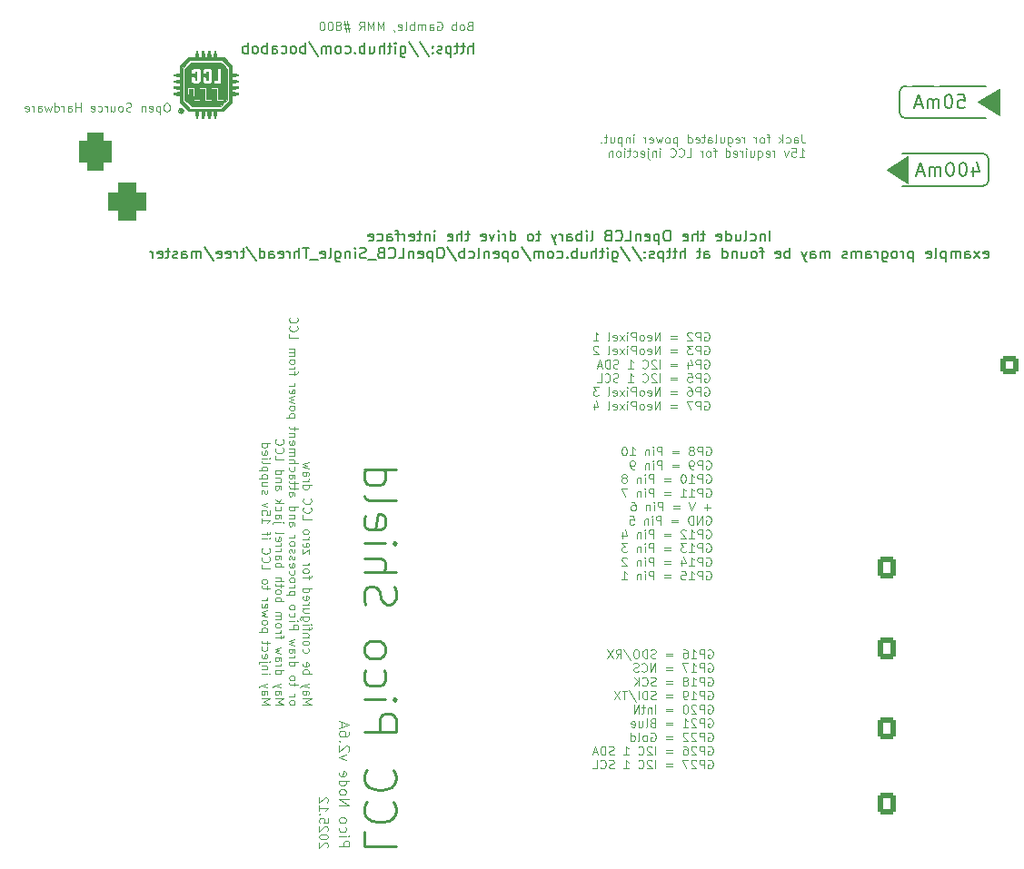
<source format=gbo>
%TF.GenerationSoftware,KiCad,Pcbnew,9.0.6*%
%TF.CreationDate,2025-12-08T20:00:33-05:00*%
%TF.ProjectId,LCC-Pico-Node_v2_6,4c43432d-5069-4636-9f2d-4e6f64655f76,rev?*%
%TF.SameCoordinates,Original*%
%TF.FileFunction,Legend,Bot*%
%TF.FilePolarity,Positive*%
%FSLAX46Y46*%
G04 Gerber Fmt 4.6, Leading zero omitted, Abs format (unit mm)*
G04 Created by KiCad (PCBNEW 9.0.6) date 2025-12-08 20:00:33*
%MOMM*%
%LPD*%
G01*
G04 APERTURE LIST*
G04 Aperture macros list*
%AMRoundRect*
0 Rectangle with rounded corners*
0 $1 Rounding radius*
0 $2 $3 $4 $5 $6 $7 $8 $9 X,Y pos of 4 corners*
0 Add a 4 corners polygon primitive as box body*
4,1,4,$2,$3,$4,$5,$6,$7,$8,$9,$2,$3,0*
0 Add four circle primitives for the rounded corners*
1,1,$1+$1,$2,$3*
1,1,$1+$1,$4,$5*
1,1,$1+$1,$6,$7*
1,1,$1+$1,$8,$9*
0 Add four rect primitives between the rounded corners*
20,1,$1+$1,$2,$3,$4,$5,0*
20,1,$1+$1,$4,$5,$6,$7,0*
20,1,$1+$1,$6,$7,$8,$9,0*
20,1,$1+$1,$8,$9,$2,$3,0*%
G04 Aperture macros list end*
%ADD10C,0.080000*%
%ADD11C,0.250000*%
%ADD12C,0.150000*%
%ADD13C,0.081280*%
%ADD14C,0.200000*%
%ADD15C,0.120000*%
%ADD16C,0.010000*%
%ADD17RoundRect,0.250000X-0.600000X-0.725000X0.600000X-0.725000X0.600000X0.725000X-0.600000X0.725000X0*%
%ADD18O,1.700000X1.950000*%
%ADD19R,1.700000X1.700000*%
%ADD20C,1.700000*%
%ADD21C,3.170000*%
%ADD22R,1.400000X1.400000*%
%ADD23C,1.400000*%
%ADD24O,1.700000X1.700000*%
%ADD25R,1.600000X1.600000*%
%ADD26C,1.600000*%
%ADD27R,1.500000X1.500000*%
%ADD28C,1.500000*%
%ADD29C,1.950000*%
%ADD30C,3.500000*%
%ADD31R,2.100000X2.100000*%
%ADD32C,2.100000*%
%ADD33R,3.500000X3.500000*%
%ADD34RoundRect,0.750000X-0.750000X-1.000000X0.750000X-1.000000X0.750000X1.000000X-0.750000X1.000000X0*%
%ADD35RoundRect,0.875000X-0.875000X-0.875000X0.875000X-0.875000X0.875000X0.875000X-0.875000X0.875000X0*%
%ADD36RoundRect,0.250000X-0.600000X-0.600000X0.600000X-0.600000X0.600000X0.600000X-0.600000X0.600000X0*%
G04 APERTURE END LIST*
D10*
X144090226Y-52978887D02*
X143975940Y-53016982D01*
X143975940Y-53016982D02*
X143937845Y-53055078D01*
X143937845Y-53055078D02*
X143899749Y-53131268D01*
X143899749Y-53131268D02*
X143899749Y-53245554D01*
X143899749Y-53245554D02*
X143937845Y-53321744D01*
X143937845Y-53321744D02*
X143975940Y-53359840D01*
X143975940Y-53359840D02*
X144052130Y-53397935D01*
X144052130Y-53397935D02*
X144356892Y-53397935D01*
X144356892Y-53397935D02*
X144356892Y-52597935D01*
X144356892Y-52597935D02*
X144090226Y-52597935D01*
X144090226Y-52597935D02*
X144014035Y-52636030D01*
X144014035Y-52636030D02*
X143975940Y-52674125D01*
X143975940Y-52674125D02*
X143937845Y-52750316D01*
X143937845Y-52750316D02*
X143937845Y-52826506D01*
X143937845Y-52826506D02*
X143975940Y-52902697D01*
X143975940Y-52902697D02*
X144014035Y-52940792D01*
X144014035Y-52940792D02*
X144090226Y-52978887D01*
X144090226Y-52978887D02*
X144356892Y-52978887D01*
X143442607Y-53397935D02*
X143518797Y-53359840D01*
X143518797Y-53359840D02*
X143556892Y-53321744D01*
X143556892Y-53321744D02*
X143594988Y-53245554D01*
X143594988Y-53245554D02*
X143594988Y-53016982D01*
X143594988Y-53016982D02*
X143556892Y-52940792D01*
X143556892Y-52940792D02*
X143518797Y-52902697D01*
X143518797Y-52902697D02*
X143442607Y-52864601D01*
X143442607Y-52864601D02*
X143328321Y-52864601D01*
X143328321Y-52864601D02*
X143252130Y-52902697D01*
X143252130Y-52902697D02*
X143214035Y-52940792D01*
X143214035Y-52940792D02*
X143175940Y-53016982D01*
X143175940Y-53016982D02*
X143175940Y-53245554D01*
X143175940Y-53245554D02*
X143214035Y-53321744D01*
X143214035Y-53321744D02*
X143252130Y-53359840D01*
X143252130Y-53359840D02*
X143328321Y-53397935D01*
X143328321Y-53397935D02*
X143442607Y-53397935D01*
X142833082Y-53397935D02*
X142833082Y-52597935D01*
X142833082Y-52902697D02*
X142756892Y-52864601D01*
X142756892Y-52864601D02*
X142604511Y-52864601D01*
X142604511Y-52864601D02*
X142528320Y-52902697D01*
X142528320Y-52902697D02*
X142490225Y-52940792D01*
X142490225Y-52940792D02*
X142452130Y-53016982D01*
X142452130Y-53016982D02*
X142452130Y-53245554D01*
X142452130Y-53245554D02*
X142490225Y-53321744D01*
X142490225Y-53321744D02*
X142528320Y-53359840D01*
X142528320Y-53359840D02*
X142604511Y-53397935D01*
X142604511Y-53397935D02*
X142756892Y-53397935D01*
X142756892Y-53397935D02*
X142833082Y-53359840D01*
X141080701Y-52636030D02*
X141156891Y-52597935D01*
X141156891Y-52597935D02*
X141271177Y-52597935D01*
X141271177Y-52597935D02*
X141385463Y-52636030D01*
X141385463Y-52636030D02*
X141461653Y-52712220D01*
X141461653Y-52712220D02*
X141499748Y-52788411D01*
X141499748Y-52788411D02*
X141537844Y-52940792D01*
X141537844Y-52940792D02*
X141537844Y-53055078D01*
X141537844Y-53055078D02*
X141499748Y-53207459D01*
X141499748Y-53207459D02*
X141461653Y-53283649D01*
X141461653Y-53283649D02*
X141385463Y-53359840D01*
X141385463Y-53359840D02*
X141271177Y-53397935D01*
X141271177Y-53397935D02*
X141194986Y-53397935D01*
X141194986Y-53397935D02*
X141080701Y-53359840D01*
X141080701Y-53359840D02*
X141042605Y-53321744D01*
X141042605Y-53321744D02*
X141042605Y-53055078D01*
X141042605Y-53055078D02*
X141194986Y-53055078D01*
X140356891Y-53397935D02*
X140356891Y-52978887D01*
X140356891Y-52978887D02*
X140394986Y-52902697D01*
X140394986Y-52902697D02*
X140471177Y-52864601D01*
X140471177Y-52864601D02*
X140623558Y-52864601D01*
X140623558Y-52864601D02*
X140699748Y-52902697D01*
X140356891Y-53359840D02*
X140433082Y-53397935D01*
X140433082Y-53397935D02*
X140623558Y-53397935D01*
X140623558Y-53397935D02*
X140699748Y-53359840D01*
X140699748Y-53359840D02*
X140737844Y-53283649D01*
X140737844Y-53283649D02*
X140737844Y-53207459D01*
X140737844Y-53207459D02*
X140699748Y-53131268D01*
X140699748Y-53131268D02*
X140623558Y-53093173D01*
X140623558Y-53093173D02*
X140433082Y-53093173D01*
X140433082Y-53093173D02*
X140356891Y-53055078D01*
X139975938Y-53397935D02*
X139975938Y-52864601D01*
X139975938Y-52940792D02*
X139937843Y-52902697D01*
X139937843Y-52902697D02*
X139861653Y-52864601D01*
X139861653Y-52864601D02*
X139747367Y-52864601D01*
X139747367Y-52864601D02*
X139671176Y-52902697D01*
X139671176Y-52902697D02*
X139633081Y-52978887D01*
X139633081Y-52978887D02*
X139633081Y-53397935D01*
X139633081Y-52978887D02*
X139594986Y-52902697D01*
X139594986Y-52902697D02*
X139518795Y-52864601D01*
X139518795Y-52864601D02*
X139404510Y-52864601D01*
X139404510Y-52864601D02*
X139328319Y-52902697D01*
X139328319Y-52902697D02*
X139290224Y-52978887D01*
X139290224Y-52978887D02*
X139290224Y-53397935D01*
X138909271Y-53397935D02*
X138909271Y-52597935D01*
X138909271Y-52902697D02*
X138833081Y-52864601D01*
X138833081Y-52864601D02*
X138680700Y-52864601D01*
X138680700Y-52864601D02*
X138604509Y-52902697D01*
X138604509Y-52902697D02*
X138566414Y-52940792D01*
X138566414Y-52940792D02*
X138528319Y-53016982D01*
X138528319Y-53016982D02*
X138528319Y-53245554D01*
X138528319Y-53245554D02*
X138566414Y-53321744D01*
X138566414Y-53321744D02*
X138604509Y-53359840D01*
X138604509Y-53359840D02*
X138680700Y-53397935D01*
X138680700Y-53397935D02*
X138833081Y-53397935D01*
X138833081Y-53397935D02*
X138909271Y-53359840D01*
X138071176Y-53397935D02*
X138147366Y-53359840D01*
X138147366Y-53359840D02*
X138185461Y-53283649D01*
X138185461Y-53283649D02*
X138185461Y-52597935D01*
X137461651Y-53359840D02*
X137537842Y-53397935D01*
X137537842Y-53397935D02*
X137690223Y-53397935D01*
X137690223Y-53397935D02*
X137766413Y-53359840D01*
X137766413Y-53359840D02*
X137804509Y-53283649D01*
X137804509Y-53283649D02*
X137804509Y-52978887D01*
X137804509Y-52978887D02*
X137766413Y-52902697D01*
X137766413Y-52902697D02*
X137690223Y-52864601D01*
X137690223Y-52864601D02*
X137537842Y-52864601D01*
X137537842Y-52864601D02*
X137461651Y-52902697D01*
X137461651Y-52902697D02*
X137423556Y-52978887D01*
X137423556Y-52978887D02*
X137423556Y-53055078D01*
X137423556Y-53055078D02*
X137804509Y-53131268D01*
X137042604Y-53359840D02*
X137042604Y-53397935D01*
X137042604Y-53397935D02*
X137080699Y-53474125D01*
X137080699Y-53474125D02*
X137118795Y-53512220D01*
X136090223Y-53397935D02*
X136090223Y-52597935D01*
X136090223Y-52597935D02*
X135823557Y-53169363D01*
X135823557Y-53169363D02*
X135556890Y-52597935D01*
X135556890Y-52597935D02*
X135556890Y-53397935D01*
X135175937Y-53397935D02*
X135175937Y-52597935D01*
X135175937Y-52597935D02*
X134909271Y-53169363D01*
X134909271Y-53169363D02*
X134642604Y-52597935D01*
X134642604Y-52597935D02*
X134642604Y-53397935D01*
X133804508Y-53397935D02*
X134071175Y-53016982D01*
X134261651Y-53397935D02*
X134261651Y-52597935D01*
X134261651Y-52597935D02*
X133956889Y-52597935D01*
X133956889Y-52597935D02*
X133880699Y-52636030D01*
X133880699Y-52636030D02*
X133842604Y-52674125D01*
X133842604Y-52674125D02*
X133804508Y-52750316D01*
X133804508Y-52750316D02*
X133804508Y-52864601D01*
X133804508Y-52864601D02*
X133842604Y-52940792D01*
X133842604Y-52940792D02*
X133880699Y-52978887D01*
X133880699Y-52978887D02*
X133956889Y-53016982D01*
X133956889Y-53016982D02*
X134261651Y-53016982D01*
X132890223Y-52864601D02*
X132318794Y-52864601D01*
X132661651Y-52521744D02*
X132890223Y-53550316D01*
X132394984Y-53207459D02*
X132966413Y-53207459D01*
X132623556Y-53550316D02*
X132394984Y-52521744D01*
X131937842Y-52940792D02*
X132014032Y-52902697D01*
X132014032Y-52902697D02*
X132052127Y-52864601D01*
X132052127Y-52864601D02*
X132090223Y-52788411D01*
X132090223Y-52788411D02*
X132090223Y-52750316D01*
X132090223Y-52750316D02*
X132052127Y-52674125D01*
X132052127Y-52674125D02*
X132014032Y-52636030D01*
X132014032Y-52636030D02*
X131937842Y-52597935D01*
X131937842Y-52597935D02*
X131785461Y-52597935D01*
X131785461Y-52597935D02*
X131709270Y-52636030D01*
X131709270Y-52636030D02*
X131671175Y-52674125D01*
X131671175Y-52674125D02*
X131633080Y-52750316D01*
X131633080Y-52750316D02*
X131633080Y-52788411D01*
X131633080Y-52788411D02*
X131671175Y-52864601D01*
X131671175Y-52864601D02*
X131709270Y-52902697D01*
X131709270Y-52902697D02*
X131785461Y-52940792D01*
X131785461Y-52940792D02*
X131937842Y-52940792D01*
X131937842Y-52940792D02*
X132014032Y-52978887D01*
X132014032Y-52978887D02*
X132052127Y-53016982D01*
X132052127Y-53016982D02*
X132090223Y-53093173D01*
X132090223Y-53093173D02*
X132090223Y-53245554D01*
X132090223Y-53245554D02*
X132052127Y-53321744D01*
X132052127Y-53321744D02*
X132014032Y-53359840D01*
X132014032Y-53359840D02*
X131937842Y-53397935D01*
X131937842Y-53397935D02*
X131785461Y-53397935D01*
X131785461Y-53397935D02*
X131709270Y-53359840D01*
X131709270Y-53359840D02*
X131671175Y-53321744D01*
X131671175Y-53321744D02*
X131633080Y-53245554D01*
X131633080Y-53245554D02*
X131633080Y-53093173D01*
X131633080Y-53093173D02*
X131671175Y-53016982D01*
X131671175Y-53016982D02*
X131709270Y-52978887D01*
X131709270Y-52978887D02*
X131785461Y-52940792D01*
X131137841Y-52597935D02*
X131061651Y-52597935D01*
X131061651Y-52597935D02*
X130985460Y-52636030D01*
X130985460Y-52636030D02*
X130947365Y-52674125D01*
X130947365Y-52674125D02*
X130909270Y-52750316D01*
X130909270Y-52750316D02*
X130871175Y-52902697D01*
X130871175Y-52902697D02*
X130871175Y-53093173D01*
X130871175Y-53093173D02*
X130909270Y-53245554D01*
X130909270Y-53245554D02*
X130947365Y-53321744D01*
X130947365Y-53321744D02*
X130985460Y-53359840D01*
X130985460Y-53359840D02*
X131061651Y-53397935D01*
X131061651Y-53397935D02*
X131137841Y-53397935D01*
X131137841Y-53397935D02*
X131214032Y-53359840D01*
X131214032Y-53359840D02*
X131252127Y-53321744D01*
X131252127Y-53321744D02*
X131290222Y-53245554D01*
X131290222Y-53245554D02*
X131328318Y-53093173D01*
X131328318Y-53093173D02*
X131328318Y-52902697D01*
X131328318Y-52902697D02*
X131290222Y-52750316D01*
X131290222Y-52750316D02*
X131252127Y-52674125D01*
X131252127Y-52674125D02*
X131214032Y-52636030D01*
X131214032Y-52636030D02*
X131137841Y-52597935D01*
X130375936Y-52597935D02*
X130299746Y-52597935D01*
X130299746Y-52597935D02*
X130223555Y-52636030D01*
X130223555Y-52636030D02*
X130185460Y-52674125D01*
X130185460Y-52674125D02*
X130147365Y-52750316D01*
X130147365Y-52750316D02*
X130109270Y-52902697D01*
X130109270Y-52902697D02*
X130109270Y-53093173D01*
X130109270Y-53093173D02*
X130147365Y-53245554D01*
X130147365Y-53245554D02*
X130185460Y-53321744D01*
X130185460Y-53321744D02*
X130223555Y-53359840D01*
X130223555Y-53359840D02*
X130299746Y-53397935D01*
X130299746Y-53397935D02*
X130375936Y-53397935D01*
X130375936Y-53397935D02*
X130452127Y-53359840D01*
X130452127Y-53359840D02*
X130490222Y-53321744D01*
X130490222Y-53321744D02*
X130528317Y-53245554D01*
X130528317Y-53245554D02*
X130566413Y-53093173D01*
X130566413Y-53093173D02*
X130566413Y-52902697D01*
X130566413Y-52902697D02*
X130528317Y-52750316D01*
X130528317Y-52750316D02*
X130490222Y-52674125D01*
X130490222Y-52674125D02*
X130452127Y-52636030D01*
X130452127Y-52636030D02*
X130375936Y-52597935D01*
D11*
X134270142Y-128093044D02*
X134270142Y-129521616D01*
X134270142Y-129521616D02*
X137270142Y-129521616D01*
X134555857Y-125378759D02*
X134413000Y-125521616D01*
X134413000Y-125521616D02*
X134270142Y-125950188D01*
X134270142Y-125950188D02*
X134270142Y-126235902D01*
X134270142Y-126235902D02*
X134413000Y-126664473D01*
X134413000Y-126664473D02*
X134698714Y-126950188D01*
X134698714Y-126950188D02*
X134984428Y-127093045D01*
X134984428Y-127093045D02*
X135555857Y-127235902D01*
X135555857Y-127235902D02*
X135984428Y-127235902D01*
X135984428Y-127235902D02*
X136555857Y-127093045D01*
X136555857Y-127093045D02*
X136841571Y-126950188D01*
X136841571Y-126950188D02*
X137127285Y-126664473D01*
X137127285Y-126664473D02*
X137270142Y-126235902D01*
X137270142Y-126235902D02*
X137270142Y-125950188D01*
X137270142Y-125950188D02*
X137127285Y-125521616D01*
X137127285Y-125521616D02*
X136984428Y-125378759D01*
X134555857Y-122378759D02*
X134413000Y-122521616D01*
X134413000Y-122521616D02*
X134270142Y-122950188D01*
X134270142Y-122950188D02*
X134270142Y-123235902D01*
X134270142Y-123235902D02*
X134413000Y-123664473D01*
X134413000Y-123664473D02*
X134698714Y-123950188D01*
X134698714Y-123950188D02*
X134984428Y-124093045D01*
X134984428Y-124093045D02*
X135555857Y-124235902D01*
X135555857Y-124235902D02*
X135984428Y-124235902D01*
X135984428Y-124235902D02*
X136555857Y-124093045D01*
X136555857Y-124093045D02*
X136841571Y-123950188D01*
X136841571Y-123950188D02*
X137127285Y-123664473D01*
X137127285Y-123664473D02*
X137270142Y-123235902D01*
X137270142Y-123235902D02*
X137270142Y-122950188D01*
X137270142Y-122950188D02*
X137127285Y-122521616D01*
X137127285Y-122521616D02*
X136984428Y-122378759D01*
X134270142Y-118807331D02*
X137270142Y-118807331D01*
X137270142Y-118807331D02*
X137270142Y-117664474D01*
X137270142Y-117664474D02*
X137127285Y-117378759D01*
X137127285Y-117378759D02*
X136984428Y-117235902D01*
X136984428Y-117235902D02*
X136698714Y-117093045D01*
X136698714Y-117093045D02*
X136270142Y-117093045D01*
X136270142Y-117093045D02*
X135984428Y-117235902D01*
X135984428Y-117235902D02*
X135841571Y-117378759D01*
X135841571Y-117378759D02*
X135698714Y-117664474D01*
X135698714Y-117664474D02*
X135698714Y-118807331D01*
X134270142Y-115807331D02*
X136270142Y-115807331D01*
X137270142Y-115807331D02*
X137127285Y-115950188D01*
X137127285Y-115950188D02*
X136984428Y-115807331D01*
X136984428Y-115807331D02*
X137127285Y-115664474D01*
X137127285Y-115664474D02*
X137270142Y-115807331D01*
X137270142Y-115807331D02*
X136984428Y-115807331D01*
X134413000Y-113093046D02*
X134270142Y-113378760D01*
X134270142Y-113378760D02*
X134270142Y-113950188D01*
X134270142Y-113950188D02*
X134413000Y-114235903D01*
X134413000Y-114235903D02*
X134555857Y-114378760D01*
X134555857Y-114378760D02*
X134841571Y-114521617D01*
X134841571Y-114521617D02*
X135698714Y-114521617D01*
X135698714Y-114521617D02*
X135984428Y-114378760D01*
X135984428Y-114378760D02*
X136127285Y-114235903D01*
X136127285Y-114235903D02*
X136270142Y-113950188D01*
X136270142Y-113950188D02*
X136270142Y-113378760D01*
X136270142Y-113378760D02*
X136127285Y-113093046D01*
X134270142Y-111378759D02*
X134413000Y-111664474D01*
X134413000Y-111664474D02*
X134555857Y-111807331D01*
X134555857Y-111807331D02*
X134841571Y-111950188D01*
X134841571Y-111950188D02*
X135698714Y-111950188D01*
X135698714Y-111950188D02*
X135984428Y-111807331D01*
X135984428Y-111807331D02*
X136127285Y-111664474D01*
X136127285Y-111664474D02*
X136270142Y-111378759D01*
X136270142Y-111378759D02*
X136270142Y-110950188D01*
X136270142Y-110950188D02*
X136127285Y-110664474D01*
X136127285Y-110664474D02*
X135984428Y-110521617D01*
X135984428Y-110521617D02*
X135698714Y-110378759D01*
X135698714Y-110378759D02*
X134841571Y-110378759D01*
X134841571Y-110378759D02*
X134555857Y-110521617D01*
X134555857Y-110521617D02*
X134413000Y-110664474D01*
X134413000Y-110664474D02*
X134270142Y-110950188D01*
X134270142Y-110950188D02*
X134270142Y-111378759D01*
X134413000Y-106950188D02*
X134270142Y-106521617D01*
X134270142Y-106521617D02*
X134270142Y-105807331D01*
X134270142Y-105807331D02*
X134413000Y-105521617D01*
X134413000Y-105521617D02*
X134555857Y-105378759D01*
X134555857Y-105378759D02*
X134841571Y-105235902D01*
X134841571Y-105235902D02*
X135127285Y-105235902D01*
X135127285Y-105235902D02*
X135413000Y-105378759D01*
X135413000Y-105378759D02*
X135555857Y-105521617D01*
X135555857Y-105521617D02*
X135698714Y-105807331D01*
X135698714Y-105807331D02*
X135841571Y-106378759D01*
X135841571Y-106378759D02*
X135984428Y-106664474D01*
X135984428Y-106664474D02*
X136127285Y-106807331D01*
X136127285Y-106807331D02*
X136413000Y-106950188D01*
X136413000Y-106950188D02*
X136698714Y-106950188D01*
X136698714Y-106950188D02*
X136984428Y-106807331D01*
X136984428Y-106807331D02*
X137127285Y-106664474D01*
X137127285Y-106664474D02*
X137270142Y-106378759D01*
X137270142Y-106378759D02*
X137270142Y-105664474D01*
X137270142Y-105664474D02*
X137127285Y-105235902D01*
X134270142Y-103950188D02*
X137270142Y-103950188D01*
X134270142Y-102664474D02*
X135841571Y-102664474D01*
X135841571Y-102664474D02*
X136127285Y-102807331D01*
X136127285Y-102807331D02*
X136270142Y-103093045D01*
X136270142Y-103093045D02*
X136270142Y-103521616D01*
X136270142Y-103521616D02*
X136127285Y-103807331D01*
X136127285Y-103807331D02*
X135984428Y-103950188D01*
X134270142Y-101235902D02*
X136270142Y-101235902D01*
X137270142Y-101235902D02*
X137127285Y-101378759D01*
X137127285Y-101378759D02*
X136984428Y-101235902D01*
X136984428Y-101235902D02*
X137127285Y-101093045D01*
X137127285Y-101093045D02*
X137270142Y-101235902D01*
X137270142Y-101235902D02*
X136984428Y-101235902D01*
X134413000Y-98664474D02*
X134270142Y-98950188D01*
X134270142Y-98950188D02*
X134270142Y-99521617D01*
X134270142Y-99521617D02*
X134413000Y-99807331D01*
X134413000Y-99807331D02*
X134698714Y-99950188D01*
X134698714Y-99950188D02*
X135841571Y-99950188D01*
X135841571Y-99950188D02*
X136127285Y-99807331D01*
X136127285Y-99807331D02*
X136270142Y-99521617D01*
X136270142Y-99521617D02*
X136270142Y-98950188D01*
X136270142Y-98950188D02*
X136127285Y-98664474D01*
X136127285Y-98664474D02*
X135841571Y-98521617D01*
X135841571Y-98521617D02*
X135555857Y-98521617D01*
X135555857Y-98521617D02*
X135270142Y-99950188D01*
X134270142Y-96807330D02*
X134413000Y-97093045D01*
X134413000Y-97093045D02*
X134698714Y-97235902D01*
X134698714Y-97235902D02*
X137270142Y-97235902D01*
X134270142Y-94378759D02*
X137270142Y-94378759D01*
X134413000Y-94378759D02*
X134270142Y-94664473D01*
X134270142Y-94664473D02*
X134270142Y-95235901D01*
X134270142Y-95235901D02*
X134413000Y-95521616D01*
X134413000Y-95521616D02*
X134555857Y-95664473D01*
X134555857Y-95664473D02*
X134841571Y-95807330D01*
X134841571Y-95807330D02*
X135698714Y-95807330D01*
X135698714Y-95807330D02*
X135984428Y-95664473D01*
X135984428Y-95664473D02*
X136127285Y-95521616D01*
X136127285Y-95521616D02*
X136270142Y-95235901D01*
X136270142Y-95235901D02*
X136270142Y-94664473D01*
X136270142Y-94664473D02*
X136127285Y-94378759D01*
D10*
X175028321Y-63109980D02*
X175028321Y-63681408D01*
X175028321Y-63681408D02*
X175066416Y-63795694D01*
X175066416Y-63795694D02*
X175142607Y-63871885D01*
X175142607Y-63871885D02*
X175256892Y-63909980D01*
X175256892Y-63909980D02*
X175333083Y-63909980D01*
X174304511Y-63909980D02*
X174304511Y-63490932D01*
X174304511Y-63490932D02*
X174342606Y-63414742D01*
X174342606Y-63414742D02*
X174418797Y-63376646D01*
X174418797Y-63376646D02*
X174571178Y-63376646D01*
X174571178Y-63376646D02*
X174647368Y-63414742D01*
X174304511Y-63871885D02*
X174380702Y-63909980D01*
X174380702Y-63909980D02*
X174571178Y-63909980D01*
X174571178Y-63909980D02*
X174647368Y-63871885D01*
X174647368Y-63871885D02*
X174685464Y-63795694D01*
X174685464Y-63795694D02*
X174685464Y-63719504D01*
X174685464Y-63719504D02*
X174647368Y-63643313D01*
X174647368Y-63643313D02*
X174571178Y-63605218D01*
X174571178Y-63605218D02*
X174380702Y-63605218D01*
X174380702Y-63605218D02*
X174304511Y-63567123D01*
X173580701Y-63871885D02*
X173656892Y-63909980D01*
X173656892Y-63909980D02*
X173809273Y-63909980D01*
X173809273Y-63909980D02*
X173885463Y-63871885D01*
X173885463Y-63871885D02*
X173923558Y-63833789D01*
X173923558Y-63833789D02*
X173961654Y-63757599D01*
X173961654Y-63757599D02*
X173961654Y-63529027D01*
X173961654Y-63529027D02*
X173923558Y-63452837D01*
X173923558Y-63452837D02*
X173885463Y-63414742D01*
X173885463Y-63414742D02*
X173809273Y-63376646D01*
X173809273Y-63376646D02*
X173656892Y-63376646D01*
X173656892Y-63376646D02*
X173580701Y-63414742D01*
X173237844Y-63909980D02*
X173237844Y-63109980D01*
X173161654Y-63605218D02*
X172933082Y-63909980D01*
X172933082Y-63376646D02*
X173237844Y-63681408D01*
X172094987Y-63376646D02*
X171790225Y-63376646D01*
X171980701Y-63909980D02*
X171980701Y-63224265D01*
X171980701Y-63224265D02*
X171942606Y-63148075D01*
X171942606Y-63148075D02*
X171866416Y-63109980D01*
X171866416Y-63109980D02*
X171790225Y-63109980D01*
X171409273Y-63909980D02*
X171485463Y-63871885D01*
X171485463Y-63871885D02*
X171523558Y-63833789D01*
X171523558Y-63833789D02*
X171561654Y-63757599D01*
X171561654Y-63757599D02*
X171561654Y-63529027D01*
X171561654Y-63529027D02*
X171523558Y-63452837D01*
X171523558Y-63452837D02*
X171485463Y-63414742D01*
X171485463Y-63414742D02*
X171409273Y-63376646D01*
X171409273Y-63376646D02*
X171294987Y-63376646D01*
X171294987Y-63376646D02*
X171218796Y-63414742D01*
X171218796Y-63414742D02*
X171180701Y-63452837D01*
X171180701Y-63452837D02*
X171142606Y-63529027D01*
X171142606Y-63529027D02*
X171142606Y-63757599D01*
X171142606Y-63757599D02*
X171180701Y-63833789D01*
X171180701Y-63833789D02*
X171218796Y-63871885D01*
X171218796Y-63871885D02*
X171294987Y-63909980D01*
X171294987Y-63909980D02*
X171409273Y-63909980D01*
X170799748Y-63909980D02*
X170799748Y-63376646D01*
X170799748Y-63529027D02*
X170761653Y-63452837D01*
X170761653Y-63452837D02*
X170723558Y-63414742D01*
X170723558Y-63414742D02*
X170647367Y-63376646D01*
X170647367Y-63376646D02*
X170571177Y-63376646D01*
X169694986Y-63909980D02*
X169694986Y-63376646D01*
X169694986Y-63529027D02*
X169656891Y-63452837D01*
X169656891Y-63452837D02*
X169618796Y-63414742D01*
X169618796Y-63414742D02*
X169542605Y-63376646D01*
X169542605Y-63376646D02*
X169466415Y-63376646D01*
X168894986Y-63871885D02*
X168971177Y-63909980D01*
X168971177Y-63909980D02*
X169123558Y-63909980D01*
X169123558Y-63909980D02*
X169199748Y-63871885D01*
X169199748Y-63871885D02*
X169237844Y-63795694D01*
X169237844Y-63795694D02*
X169237844Y-63490932D01*
X169237844Y-63490932D02*
X169199748Y-63414742D01*
X169199748Y-63414742D02*
X169123558Y-63376646D01*
X169123558Y-63376646D02*
X168971177Y-63376646D01*
X168971177Y-63376646D02*
X168894986Y-63414742D01*
X168894986Y-63414742D02*
X168856891Y-63490932D01*
X168856891Y-63490932D02*
X168856891Y-63567123D01*
X168856891Y-63567123D02*
X169237844Y-63643313D01*
X168171177Y-63376646D02*
X168171177Y-64024265D01*
X168171177Y-64024265D02*
X168209272Y-64100456D01*
X168209272Y-64100456D02*
X168247368Y-64138551D01*
X168247368Y-64138551D02*
X168323558Y-64176646D01*
X168323558Y-64176646D02*
X168437844Y-64176646D01*
X168437844Y-64176646D02*
X168514034Y-64138551D01*
X168171177Y-63871885D02*
X168247368Y-63909980D01*
X168247368Y-63909980D02*
X168399749Y-63909980D01*
X168399749Y-63909980D02*
X168475939Y-63871885D01*
X168475939Y-63871885D02*
X168514034Y-63833789D01*
X168514034Y-63833789D02*
X168552130Y-63757599D01*
X168552130Y-63757599D02*
X168552130Y-63529027D01*
X168552130Y-63529027D02*
X168514034Y-63452837D01*
X168514034Y-63452837D02*
X168475939Y-63414742D01*
X168475939Y-63414742D02*
X168399749Y-63376646D01*
X168399749Y-63376646D02*
X168247368Y-63376646D01*
X168247368Y-63376646D02*
X168171177Y-63414742D01*
X167447367Y-63376646D02*
X167447367Y-63909980D01*
X167790224Y-63376646D02*
X167790224Y-63795694D01*
X167790224Y-63795694D02*
X167752129Y-63871885D01*
X167752129Y-63871885D02*
X167675939Y-63909980D01*
X167675939Y-63909980D02*
X167561653Y-63909980D01*
X167561653Y-63909980D02*
X167485462Y-63871885D01*
X167485462Y-63871885D02*
X167447367Y-63833789D01*
X166952129Y-63909980D02*
X167028319Y-63871885D01*
X167028319Y-63871885D02*
X167066414Y-63795694D01*
X167066414Y-63795694D02*
X167066414Y-63109980D01*
X166304509Y-63909980D02*
X166304509Y-63490932D01*
X166304509Y-63490932D02*
X166342604Y-63414742D01*
X166342604Y-63414742D02*
X166418795Y-63376646D01*
X166418795Y-63376646D02*
X166571176Y-63376646D01*
X166571176Y-63376646D02*
X166647366Y-63414742D01*
X166304509Y-63871885D02*
X166380700Y-63909980D01*
X166380700Y-63909980D02*
X166571176Y-63909980D01*
X166571176Y-63909980D02*
X166647366Y-63871885D01*
X166647366Y-63871885D02*
X166685462Y-63795694D01*
X166685462Y-63795694D02*
X166685462Y-63719504D01*
X166685462Y-63719504D02*
X166647366Y-63643313D01*
X166647366Y-63643313D02*
X166571176Y-63605218D01*
X166571176Y-63605218D02*
X166380700Y-63605218D01*
X166380700Y-63605218D02*
X166304509Y-63567123D01*
X166037842Y-63376646D02*
X165733080Y-63376646D01*
X165923556Y-63109980D02*
X165923556Y-63795694D01*
X165923556Y-63795694D02*
X165885461Y-63871885D01*
X165885461Y-63871885D02*
X165809271Y-63909980D01*
X165809271Y-63909980D02*
X165733080Y-63909980D01*
X165161651Y-63871885D02*
X165237842Y-63909980D01*
X165237842Y-63909980D02*
X165390223Y-63909980D01*
X165390223Y-63909980D02*
X165466413Y-63871885D01*
X165466413Y-63871885D02*
X165504509Y-63795694D01*
X165504509Y-63795694D02*
X165504509Y-63490932D01*
X165504509Y-63490932D02*
X165466413Y-63414742D01*
X165466413Y-63414742D02*
X165390223Y-63376646D01*
X165390223Y-63376646D02*
X165237842Y-63376646D01*
X165237842Y-63376646D02*
X165161651Y-63414742D01*
X165161651Y-63414742D02*
X165123556Y-63490932D01*
X165123556Y-63490932D02*
X165123556Y-63567123D01*
X165123556Y-63567123D02*
X165504509Y-63643313D01*
X164437842Y-63909980D02*
X164437842Y-63109980D01*
X164437842Y-63871885D02*
X164514033Y-63909980D01*
X164514033Y-63909980D02*
X164666414Y-63909980D01*
X164666414Y-63909980D02*
X164742604Y-63871885D01*
X164742604Y-63871885D02*
X164780699Y-63833789D01*
X164780699Y-63833789D02*
X164818795Y-63757599D01*
X164818795Y-63757599D02*
X164818795Y-63529027D01*
X164818795Y-63529027D02*
X164780699Y-63452837D01*
X164780699Y-63452837D02*
X164742604Y-63414742D01*
X164742604Y-63414742D02*
X164666414Y-63376646D01*
X164666414Y-63376646D02*
X164514033Y-63376646D01*
X164514033Y-63376646D02*
X164437842Y-63414742D01*
X163447365Y-63376646D02*
X163447365Y-64176646D01*
X163447365Y-63414742D02*
X163371175Y-63376646D01*
X163371175Y-63376646D02*
X163218794Y-63376646D01*
X163218794Y-63376646D02*
X163142603Y-63414742D01*
X163142603Y-63414742D02*
X163104508Y-63452837D01*
X163104508Y-63452837D02*
X163066413Y-63529027D01*
X163066413Y-63529027D02*
X163066413Y-63757599D01*
X163066413Y-63757599D02*
X163104508Y-63833789D01*
X163104508Y-63833789D02*
X163142603Y-63871885D01*
X163142603Y-63871885D02*
X163218794Y-63909980D01*
X163218794Y-63909980D02*
X163371175Y-63909980D01*
X163371175Y-63909980D02*
X163447365Y-63871885D01*
X162609270Y-63909980D02*
X162685460Y-63871885D01*
X162685460Y-63871885D02*
X162723555Y-63833789D01*
X162723555Y-63833789D02*
X162761651Y-63757599D01*
X162761651Y-63757599D02*
X162761651Y-63529027D01*
X162761651Y-63529027D02*
X162723555Y-63452837D01*
X162723555Y-63452837D02*
X162685460Y-63414742D01*
X162685460Y-63414742D02*
X162609270Y-63376646D01*
X162609270Y-63376646D02*
X162494984Y-63376646D01*
X162494984Y-63376646D02*
X162418793Y-63414742D01*
X162418793Y-63414742D02*
X162380698Y-63452837D01*
X162380698Y-63452837D02*
X162342603Y-63529027D01*
X162342603Y-63529027D02*
X162342603Y-63757599D01*
X162342603Y-63757599D02*
X162380698Y-63833789D01*
X162380698Y-63833789D02*
X162418793Y-63871885D01*
X162418793Y-63871885D02*
X162494984Y-63909980D01*
X162494984Y-63909980D02*
X162609270Y-63909980D01*
X162075936Y-63376646D02*
X161923555Y-63909980D01*
X161923555Y-63909980D02*
X161771174Y-63529027D01*
X161771174Y-63529027D02*
X161618793Y-63909980D01*
X161618793Y-63909980D02*
X161466412Y-63376646D01*
X160856888Y-63871885D02*
X160933079Y-63909980D01*
X160933079Y-63909980D02*
X161085460Y-63909980D01*
X161085460Y-63909980D02*
X161161650Y-63871885D01*
X161161650Y-63871885D02*
X161199746Y-63795694D01*
X161199746Y-63795694D02*
X161199746Y-63490932D01*
X161199746Y-63490932D02*
X161161650Y-63414742D01*
X161161650Y-63414742D02*
X161085460Y-63376646D01*
X161085460Y-63376646D02*
X160933079Y-63376646D01*
X160933079Y-63376646D02*
X160856888Y-63414742D01*
X160856888Y-63414742D02*
X160818793Y-63490932D01*
X160818793Y-63490932D02*
X160818793Y-63567123D01*
X160818793Y-63567123D02*
X161199746Y-63643313D01*
X160475936Y-63909980D02*
X160475936Y-63376646D01*
X160475936Y-63529027D02*
X160437841Y-63452837D01*
X160437841Y-63452837D02*
X160399746Y-63414742D01*
X160399746Y-63414742D02*
X160323555Y-63376646D01*
X160323555Y-63376646D02*
X160247365Y-63376646D01*
X159371174Y-63909980D02*
X159371174Y-63376646D01*
X159371174Y-63109980D02*
X159409270Y-63148075D01*
X159409270Y-63148075D02*
X159371174Y-63186170D01*
X159371174Y-63186170D02*
X159333079Y-63148075D01*
X159333079Y-63148075D02*
X159371174Y-63109980D01*
X159371174Y-63109980D02*
X159371174Y-63186170D01*
X158990222Y-63376646D02*
X158990222Y-63909980D01*
X158990222Y-63452837D02*
X158952127Y-63414742D01*
X158952127Y-63414742D02*
X158875937Y-63376646D01*
X158875937Y-63376646D02*
X158761651Y-63376646D01*
X158761651Y-63376646D02*
X158685460Y-63414742D01*
X158685460Y-63414742D02*
X158647365Y-63490932D01*
X158647365Y-63490932D02*
X158647365Y-63909980D01*
X158266412Y-63376646D02*
X158266412Y-64176646D01*
X158266412Y-63414742D02*
X158190222Y-63376646D01*
X158190222Y-63376646D02*
X158037841Y-63376646D01*
X158037841Y-63376646D02*
X157961650Y-63414742D01*
X157961650Y-63414742D02*
X157923555Y-63452837D01*
X157923555Y-63452837D02*
X157885460Y-63529027D01*
X157885460Y-63529027D02*
X157885460Y-63757599D01*
X157885460Y-63757599D02*
X157923555Y-63833789D01*
X157923555Y-63833789D02*
X157961650Y-63871885D01*
X157961650Y-63871885D02*
X158037841Y-63909980D01*
X158037841Y-63909980D02*
X158190222Y-63909980D01*
X158190222Y-63909980D02*
X158266412Y-63871885D01*
X157199745Y-63376646D02*
X157199745Y-63909980D01*
X157542602Y-63376646D02*
X157542602Y-63795694D01*
X157542602Y-63795694D02*
X157504507Y-63871885D01*
X157504507Y-63871885D02*
X157428317Y-63909980D01*
X157428317Y-63909980D02*
X157314031Y-63909980D01*
X157314031Y-63909980D02*
X157237840Y-63871885D01*
X157237840Y-63871885D02*
X157199745Y-63833789D01*
X156933078Y-63376646D02*
X156628316Y-63376646D01*
X156818792Y-63109980D02*
X156818792Y-63795694D01*
X156818792Y-63795694D02*
X156780697Y-63871885D01*
X156780697Y-63871885D02*
X156704507Y-63909980D01*
X156704507Y-63909980D02*
X156628316Y-63909980D01*
X156361649Y-63833789D02*
X156323554Y-63871885D01*
X156323554Y-63871885D02*
X156361649Y-63909980D01*
X156361649Y-63909980D02*
X156399745Y-63871885D01*
X156399745Y-63871885D02*
X156361649Y-63833789D01*
X156361649Y-63833789D02*
X156361649Y-63909980D01*
X174837845Y-65197935D02*
X175294988Y-65197935D01*
X175066416Y-65197935D02*
X175066416Y-64397935D01*
X175066416Y-64397935D02*
X175142607Y-64512220D01*
X175142607Y-64512220D02*
X175218797Y-64588411D01*
X175218797Y-64588411D02*
X175294988Y-64626506D01*
X174114035Y-64397935D02*
X174494987Y-64397935D01*
X174494987Y-64397935D02*
X174533083Y-64778887D01*
X174533083Y-64778887D02*
X174494987Y-64740792D01*
X174494987Y-64740792D02*
X174418797Y-64702697D01*
X174418797Y-64702697D02*
X174228321Y-64702697D01*
X174228321Y-64702697D02*
X174152130Y-64740792D01*
X174152130Y-64740792D02*
X174114035Y-64778887D01*
X174114035Y-64778887D02*
X174075940Y-64855078D01*
X174075940Y-64855078D02*
X174075940Y-65045554D01*
X174075940Y-65045554D02*
X174114035Y-65121744D01*
X174114035Y-65121744D02*
X174152130Y-65159840D01*
X174152130Y-65159840D02*
X174228321Y-65197935D01*
X174228321Y-65197935D02*
X174418797Y-65197935D01*
X174418797Y-65197935D02*
X174494987Y-65159840D01*
X174494987Y-65159840D02*
X174533083Y-65121744D01*
X173809273Y-64664601D02*
X173618797Y-65197935D01*
X173618797Y-65197935D02*
X173428320Y-64664601D01*
X172514034Y-65197935D02*
X172514034Y-64664601D01*
X172514034Y-64816982D02*
X172475939Y-64740792D01*
X172475939Y-64740792D02*
X172437844Y-64702697D01*
X172437844Y-64702697D02*
X172361653Y-64664601D01*
X172361653Y-64664601D02*
X172285463Y-64664601D01*
X171714034Y-65159840D02*
X171790225Y-65197935D01*
X171790225Y-65197935D02*
X171942606Y-65197935D01*
X171942606Y-65197935D02*
X172018796Y-65159840D01*
X172018796Y-65159840D02*
X172056892Y-65083649D01*
X172056892Y-65083649D02*
X172056892Y-64778887D01*
X172056892Y-64778887D02*
X172018796Y-64702697D01*
X172018796Y-64702697D02*
X171942606Y-64664601D01*
X171942606Y-64664601D02*
X171790225Y-64664601D01*
X171790225Y-64664601D02*
X171714034Y-64702697D01*
X171714034Y-64702697D02*
X171675939Y-64778887D01*
X171675939Y-64778887D02*
X171675939Y-64855078D01*
X171675939Y-64855078D02*
X172056892Y-64931268D01*
X170990225Y-64664601D02*
X170990225Y-65464601D01*
X170990225Y-65159840D02*
X171066416Y-65197935D01*
X171066416Y-65197935D02*
X171218797Y-65197935D01*
X171218797Y-65197935D02*
X171294987Y-65159840D01*
X171294987Y-65159840D02*
X171333082Y-65121744D01*
X171333082Y-65121744D02*
X171371178Y-65045554D01*
X171371178Y-65045554D02*
X171371178Y-64816982D01*
X171371178Y-64816982D02*
X171333082Y-64740792D01*
X171333082Y-64740792D02*
X171294987Y-64702697D01*
X171294987Y-64702697D02*
X171218797Y-64664601D01*
X171218797Y-64664601D02*
X171066416Y-64664601D01*
X171066416Y-64664601D02*
X170990225Y-64702697D01*
X170266415Y-64664601D02*
X170266415Y-65197935D01*
X170609272Y-64664601D02*
X170609272Y-65083649D01*
X170609272Y-65083649D02*
X170571177Y-65159840D01*
X170571177Y-65159840D02*
X170494987Y-65197935D01*
X170494987Y-65197935D02*
X170380701Y-65197935D01*
X170380701Y-65197935D02*
X170304510Y-65159840D01*
X170304510Y-65159840D02*
X170266415Y-65121744D01*
X169885462Y-65197935D02*
X169885462Y-64664601D01*
X169885462Y-64397935D02*
X169923558Y-64436030D01*
X169923558Y-64436030D02*
X169885462Y-64474125D01*
X169885462Y-64474125D02*
X169847367Y-64436030D01*
X169847367Y-64436030D02*
X169885462Y-64397935D01*
X169885462Y-64397935D02*
X169885462Y-64474125D01*
X169504510Y-65197935D02*
X169504510Y-64664601D01*
X169504510Y-64816982D02*
X169466415Y-64740792D01*
X169466415Y-64740792D02*
X169428320Y-64702697D01*
X169428320Y-64702697D02*
X169352129Y-64664601D01*
X169352129Y-64664601D02*
X169275939Y-64664601D01*
X168704510Y-65159840D02*
X168780701Y-65197935D01*
X168780701Y-65197935D02*
X168933082Y-65197935D01*
X168933082Y-65197935D02*
X169009272Y-65159840D01*
X169009272Y-65159840D02*
X169047368Y-65083649D01*
X169047368Y-65083649D02*
X169047368Y-64778887D01*
X169047368Y-64778887D02*
X169009272Y-64702697D01*
X169009272Y-64702697D02*
X168933082Y-64664601D01*
X168933082Y-64664601D02*
X168780701Y-64664601D01*
X168780701Y-64664601D02*
X168704510Y-64702697D01*
X168704510Y-64702697D02*
X168666415Y-64778887D01*
X168666415Y-64778887D02*
X168666415Y-64855078D01*
X168666415Y-64855078D02*
X169047368Y-64931268D01*
X167980701Y-65197935D02*
X167980701Y-64397935D01*
X167980701Y-65159840D02*
X168056892Y-65197935D01*
X168056892Y-65197935D02*
X168209273Y-65197935D01*
X168209273Y-65197935D02*
X168285463Y-65159840D01*
X168285463Y-65159840D02*
X168323558Y-65121744D01*
X168323558Y-65121744D02*
X168361654Y-65045554D01*
X168361654Y-65045554D02*
X168361654Y-64816982D01*
X168361654Y-64816982D02*
X168323558Y-64740792D01*
X168323558Y-64740792D02*
X168285463Y-64702697D01*
X168285463Y-64702697D02*
X168209273Y-64664601D01*
X168209273Y-64664601D02*
X168056892Y-64664601D01*
X168056892Y-64664601D02*
X167980701Y-64702697D01*
X167104510Y-64664601D02*
X166799748Y-64664601D01*
X166990224Y-65197935D02*
X166990224Y-64512220D01*
X166990224Y-64512220D02*
X166952129Y-64436030D01*
X166952129Y-64436030D02*
X166875939Y-64397935D01*
X166875939Y-64397935D02*
X166799748Y-64397935D01*
X166418796Y-65197935D02*
X166494986Y-65159840D01*
X166494986Y-65159840D02*
X166533081Y-65121744D01*
X166533081Y-65121744D02*
X166571177Y-65045554D01*
X166571177Y-65045554D02*
X166571177Y-64816982D01*
X166571177Y-64816982D02*
X166533081Y-64740792D01*
X166533081Y-64740792D02*
X166494986Y-64702697D01*
X166494986Y-64702697D02*
X166418796Y-64664601D01*
X166418796Y-64664601D02*
X166304510Y-64664601D01*
X166304510Y-64664601D02*
X166228319Y-64702697D01*
X166228319Y-64702697D02*
X166190224Y-64740792D01*
X166190224Y-64740792D02*
X166152129Y-64816982D01*
X166152129Y-64816982D02*
X166152129Y-65045554D01*
X166152129Y-65045554D02*
X166190224Y-65121744D01*
X166190224Y-65121744D02*
X166228319Y-65159840D01*
X166228319Y-65159840D02*
X166304510Y-65197935D01*
X166304510Y-65197935D02*
X166418796Y-65197935D01*
X165809271Y-65197935D02*
X165809271Y-64664601D01*
X165809271Y-64816982D02*
X165771176Y-64740792D01*
X165771176Y-64740792D02*
X165733081Y-64702697D01*
X165733081Y-64702697D02*
X165656890Y-64664601D01*
X165656890Y-64664601D02*
X165580700Y-64664601D01*
X164323557Y-65197935D02*
X164704509Y-65197935D01*
X164704509Y-65197935D02*
X164704509Y-64397935D01*
X163599747Y-65121744D02*
X163637843Y-65159840D01*
X163637843Y-65159840D02*
X163752128Y-65197935D01*
X163752128Y-65197935D02*
X163828319Y-65197935D01*
X163828319Y-65197935D02*
X163942605Y-65159840D01*
X163942605Y-65159840D02*
X164018795Y-65083649D01*
X164018795Y-65083649D02*
X164056890Y-65007459D01*
X164056890Y-65007459D02*
X164094986Y-64855078D01*
X164094986Y-64855078D02*
X164094986Y-64740792D01*
X164094986Y-64740792D02*
X164056890Y-64588411D01*
X164056890Y-64588411D02*
X164018795Y-64512220D01*
X164018795Y-64512220D02*
X163942605Y-64436030D01*
X163942605Y-64436030D02*
X163828319Y-64397935D01*
X163828319Y-64397935D02*
X163752128Y-64397935D01*
X163752128Y-64397935D02*
X163637843Y-64436030D01*
X163637843Y-64436030D02*
X163599747Y-64474125D01*
X162799747Y-65121744D02*
X162837843Y-65159840D01*
X162837843Y-65159840D02*
X162952128Y-65197935D01*
X162952128Y-65197935D02*
X163028319Y-65197935D01*
X163028319Y-65197935D02*
X163142605Y-65159840D01*
X163142605Y-65159840D02*
X163218795Y-65083649D01*
X163218795Y-65083649D02*
X163256890Y-65007459D01*
X163256890Y-65007459D02*
X163294986Y-64855078D01*
X163294986Y-64855078D02*
X163294986Y-64740792D01*
X163294986Y-64740792D02*
X163256890Y-64588411D01*
X163256890Y-64588411D02*
X163218795Y-64512220D01*
X163218795Y-64512220D02*
X163142605Y-64436030D01*
X163142605Y-64436030D02*
X163028319Y-64397935D01*
X163028319Y-64397935D02*
X162952128Y-64397935D01*
X162952128Y-64397935D02*
X162837843Y-64436030D01*
X162837843Y-64436030D02*
X162799747Y-64474125D01*
X161847366Y-65197935D02*
X161847366Y-64664601D01*
X161847366Y-64397935D02*
X161885462Y-64436030D01*
X161885462Y-64436030D02*
X161847366Y-64474125D01*
X161847366Y-64474125D02*
X161809271Y-64436030D01*
X161809271Y-64436030D02*
X161847366Y-64397935D01*
X161847366Y-64397935D02*
X161847366Y-64474125D01*
X161466414Y-64664601D02*
X161466414Y-65197935D01*
X161466414Y-64740792D02*
X161428319Y-64702697D01*
X161428319Y-64702697D02*
X161352129Y-64664601D01*
X161352129Y-64664601D02*
X161237843Y-64664601D01*
X161237843Y-64664601D02*
X161161652Y-64702697D01*
X161161652Y-64702697D02*
X161123557Y-64778887D01*
X161123557Y-64778887D02*
X161123557Y-65197935D01*
X160742604Y-64664601D02*
X160742604Y-65350316D01*
X160742604Y-65350316D02*
X160780700Y-65426506D01*
X160780700Y-65426506D02*
X160856890Y-65464601D01*
X160856890Y-65464601D02*
X160894985Y-65464601D01*
X160742604Y-64397935D02*
X160780700Y-64436030D01*
X160780700Y-64436030D02*
X160742604Y-64474125D01*
X160742604Y-64474125D02*
X160704509Y-64436030D01*
X160704509Y-64436030D02*
X160742604Y-64397935D01*
X160742604Y-64397935D02*
X160742604Y-64474125D01*
X160056890Y-65159840D02*
X160133081Y-65197935D01*
X160133081Y-65197935D02*
X160285462Y-65197935D01*
X160285462Y-65197935D02*
X160361652Y-65159840D01*
X160361652Y-65159840D02*
X160399748Y-65083649D01*
X160399748Y-65083649D02*
X160399748Y-64778887D01*
X160399748Y-64778887D02*
X160361652Y-64702697D01*
X160361652Y-64702697D02*
X160285462Y-64664601D01*
X160285462Y-64664601D02*
X160133081Y-64664601D01*
X160133081Y-64664601D02*
X160056890Y-64702697D01*
X160056890Y-64702697D02*
X160018795Y-64778887D01*
X160018795Y-64778887D02*
X160018795Y-64855078D01*
X160018795Y-64855078D02*
X160399748Y-64931268D01*
X159333081Y-65159840D02*
X159409272Y-65197935D01*
X159409272Y-65197935D02*
X159561653Y-65197935D01*
X159561653Y-65197935D02*
X159637843Y-65159840D01*
X159637843Y-65159840D02*
X159675938Y-65121744D01*
X159675938Y-65121744D02*
X159714034Y-65045554D01*
X159714034Y-65045554D02*
X159714034Y-64816982D01*
X159714034Y-64816982D02*
X159675938Y-64740792D01*
X159675938Y-64740792D02*
X159637843Y-64702697D01*
X159637843Y-64702697D02*
X159561653Y-64664601D01*
X159561653Y-64664601D02*
X159409272Y-64664601D01*
X159409272Y-64664601D02*
X159333081Y-64702697D01*
X159104510Y-64664601D02*
X158799748Y-64664601D01*
X158990224Y-64397935D02*
X158990224Y-65083649D01*
X158990224Y-65083649D02*
X158952129Y-65159840D01*
X158952129Y-65159840D02*
X158875939Y-65197935D01*
X158875939Y-65197935D02*
X158799748Y-65197935D01*
X158533081Y-65197935D02*
X158533081Y-64664601D01*
X158533081Y-64397935D02*
X158571177Y-64436030D01*
X158571177Y-64436030D02*
X158533081Y-64474125D01*
X158533081Y-64474125D02*
X158494986Y-64436030D01*
X158494986Y-64436030D02*
X158533081Y-64397935D01*
X158533081Y-64397935D02*
X158533081Y-64474125D01*
X158037844Y-65197935D02*
X158114034Y-65159840D01*
X158114034Y-65159840D02*
X158152129Y-65121744D01*
X158152129Y-65121744D02*
X158190225Y-65045554D01*
X158190225Y-65045554D02*
X158190225Y-64816982D01*
X158190225Y-64816982D02*
X158152129Y-64740792D01*
X158152129Y-64740792D02*
X158114034Y-64702697D01*
X158114034Y-64702697D02*
X158037844Y-64664601D01*
X158037844Y-64664601D02*
X157923558Y-64664601D01*
X157923558Y-64664601D02*
X157847367Y-64702697D01*
X157847367Y-64702697D02*
X157809272Y-64740792D01*
X157809272Y-64740792D02*
X157771177Y-64816982D01*
X157771177Y-64816982D02*
X157771177Y-65045554D01*
X157771177Y-65045554D02*
X157809272Y-65121744D01*
X157809272Y-65121744D02*
X157847367Y-65159840D01*
X157847367Y-65159840D02*
X157923558Y-65197935D01*
X157923558Y-65197935D02*
X158037844Y-65197935D01*
X157428319Y-64664601D02*
X157428319Y-65197935D01*
X157428319Y-64740792D02*
X157390224Y-64702697D01*
X157390224Y-64702697D02*
X157314034Y-64664601D01*
X157314034Y-64664601D02*
X157199748Y-64664601D01*
X157199748Y-64664601D02*
X157123557Y-64702697D01*
X157123557Y-64702697D02*
X157085462Y-64778887D01*
X157085462Y-64778887D02*
X157085462Y-65197935D01*
X115950251Y-60183935D02*
X115797870Y-60183935D01*
X115797870Y-60183935D02*
X115721680Y-60222030D01*
X115721680Y-60222030D02*
X115645489Y-60298220D01*
X115645489Y-60298220D02*
X115607394Y-60450601D01*
X115607394Y-60450601D02*
X115607394Y-60717268D01*
X115607394Y-60717268D02*
X115645489Y-60869649D01*
X115645489Y-60869649D02*
X115721680Y-60945840D01*
X115721680Y-60945840D02*
X115797870Y-60983935D01*
X115797870Y-60983935D02*
X115950251Y-60983935D01*
X115950251Y-60983935D02*
X116026442Y-60945840D01*
X116026442Y-60945840D02*
X116102632Y-60869649D01*
X116102632Y-60869649D02*
X116140728Y-60717268D01*
X116140728Y-60717268D02*
X116140728Y-60450601D01*
X116140728Y-60450601D02*
X116102632Y-60298220D01*
X116102632Y-60298220D02*
X116026442Y-60222030D01*
X116026442Y-60222030D02*
X115950251Y-60183935D01*
X115264537Y-60450601D02*
X115264537Y-61250601D01*
X115264537Y-60488697D02*
X115188347Y-60450601D01*
X115188347Y-60450601D02*
X115035966Y-60450601D01*
X115035966Y-60450601D02*
X114959775Y-60488697D01*
X114959775Y-60488697D02*
X114921680Y-60526792D01*
X114921680Y-60526792D02*
X114883585Y-60602982D01*
X114883585Y-60602982D02*
X114883585Y-60831554D01*
X114883585Y-60831554D02*
X114921680Y-60907744D01*
X114921680Y-60907744D02*
X114959775Y-60945840D01*
X114959775Y-60945840D02*
X115035966Y-60983935D01*
X115035966Y-60983935D02*
X115188347Y-60983935D01*
X115188347Y-60983935D02*
X115264537Y-60945840D01*
X114235965Y-60945840D02*
X114312156Y-60983935D01*
X114312156Y-60983935D02*
X114464537Y-60983935D01*
X114464537Y-60983935D02*
X114540727Y-60945840D01*
X114540727Y-60945840D02*
X114578823Y-60869649D01*
X114578823Y-60869649D02*
X114578823Y-60564887D01*
X114578823Y-60564887D02*
X114540727Y-60488697D01*
X114540727Y-60488697D02*
X114464537Y-60450601D01*
X114464537Y-60450601D02*
X114312156Y-60450601D01*
X114312156Y-60450601D02*
X114235965Y-60488697D01*
X114235965Y-60488697D02*
X114197870Y-60564887D01*
X114197870Y-60564887D02*
X114197870Y-60641078D01*
X114197870Y-60641078D02*
X114578823Y-60717268D01*
X113855013Y-60450601D02*
X113855013Y-60983935D01*
X113855013Y-60526792D02*
X113816918Y-60488697D01*
X113816918Y-60488697D02*
X113740728Y-60450601D01*
X113740728Y-60450601D02*
X113626442Y-60450601D01*
X113626442Y-60450601D02*
X113550251Y-60488697D01*
X113550251Y-60488697D02*
X113512156Y-60564887D01*
X113512156Y-60564887D02*
X113512156Y-60983935D01*
X112559775Y-60945840D02*
X112445489Y-60983935D01*
X112445489Y-60983935D02*
X112255013Y-60983935D01*
X112255013Y-60983935D02*
X112178822Y-60945840D01*
X112178822Y-60945840D02*
X112140727Y-60907744D01*
X112140727Y-60907744D02*
X112102632Y-60831554D01*
X112102632Y-60831554D02*
X112102632Y-60755363D01*
X112102632Y-60755363D02*
X112140727Y-60679173D01*
X112140727Y-60679173D02*
X112178822Y-60641078D01*
X112178822Y-60641078D02*
X112255013Y-60602982D01*
X112255013Y-60602982D02*
X112407394Y-60564887D01*
X112407394Y-60564887D02*
X112483584Y-60526792D01*
X112483584Y-60526792D02*
X112521679Y-60488697D01*
X112521679Y-60488697D02*
X112559775Y-60412506D01*
X112559775Y-60412506D02*
X112559775Y-60336316D01*
X112559775Y-60336316D02*
X112521679Y-60260125D01*
X112521679Y-60260125D02*
X112483584Y-60222030D01*
X112483584Y-60222030D02*
X112407394Y-60183935D01*
X112407394Y-60183935D02*
X112216917Y-60183935D01*
X112216917Y-60183935D02*
X112102632Y-60222030D01*
X111645489Y-60983935D02*
X111721679Y-60945840D01*
X111721679Y-60945840D02*
X111759774Y-60907744D01*
X111759774Y-60907744D02*
X111797870Y-60831554D01*
X111797870Y-60831554D02*
X111797870Y-60602982D01*
X111797870Y-60602982D02*
X111759774Y-60526792D01*
X111759774Y-60526792D02*
X111721679Y-60488697D01*
X111721679Y-60488697D02*
X111645489Y-60450601D01*
X111645489Y-60450601D02*
X111531203Y-60450601D01*
X111531203Y-60450601D02*
X111455012Y-60488697D01*
X111455012Y-60488697D02*
X111416917Y-60526792D01*
X111416917Y-60526792D02*
X111378822Y-60602982D01*
X111378822Y-60602982D02*
X111378822Y-60831554D01*
X111378822Y-60831554D02*
X111416917Y-60907744D01*
X111416917Y-60907744D02*
X111455012Y-60945840D01*
X111455012Y-60945840D02*
X111531203Y-60983935D01*
X111531203Y-60983935D02*
X111645489Y-60983935D01*
X110693107Y-60450601D02*
X110693107Y-60983935D01*
X111035964Y-60450601D02*
X111035964Y-60869649D01*
X111035964Y-60869649D02*
X110997869Y-60945840D01*
X110997869Y-60945840D02*
X110921679Y-60983935D01*
X110921679Y-60983935D02*
X110807393Y-60983935D01*
X110807393Y-60983935D02*
X110731202Y-60945840D01*
X110731202Y-60945840D02*
X110693107Y-60907744D01*
X110312154Y-60983935D02*
X110312154Y-60450601D01*
X110312154Y-60602982D02*
X110274059Y-60526792D01*
X110274059Y-60526792D02*
X110235964Y-60488697D01*
X110235964Y-60488697D02*
X110159773Y-60450601D01*
X110159773Y-60450601D02*
X110083583Y-60450601D01*
X109474059Y-60945840D02*
X109550250Y-60983935D01*
X109550250Y-60983935D02*
X109702631Y-60983935D01*
X109702631Y-60983935D02*
X109778821Y-60945840D01*
X109778821Y-60945840D02*
X109816916Y-60907744D01*
X109816916Y-60907744D02*
X109855012Y-60831554D01*
X109855012Y-60831554D02*
X109855012Y-60602982D01*
X109855012Y-60602982D02*
X109816916Y-60526792D01*
X109816916Y-60526792D02*
X109778821Y-60488697D01*
X109778821Y-60488697D02*
X109702631Y-60450601D01*
X109702631Y-60450601D02*
X109550250Y-60450601D01*
X109550250Y-60450601D02*
X109474059Y-60488697D01*
X108826440Y-60945840D02*
X108902631Y-60983935D01*
X108902631Y-60983935D02*
X109055012Y-60983935D01*
X109055012Y-60983935D02*
X109131202Y-60945840D01*
X109131202Y-60945840D02*
X109169298Y-60869649D01*
X109169298Y-60869649D02*
X109169298Y-60564887D01*
X109169298Y-60564887D02*
X109131202Y-60488697D01*
X109131202Y-60488697D02*
X109055012Y-60450601D01*
X109055012Y-60450601D02*
X108902631Y-60450601D01*
X108902631Y-60450601D02*
X108826440Y-60488697D01*
X108826440Y-60488697D02*
X108788345Y-60564887D01*
X108788345Y-60564887D02*
X108788345Y-60641078D01*
X108788345Y-60641078D02*
X109169298Y-60717268D01*
X107835964Y-60983935D02*
X107835964Y-60183935D01*
X107835964Y-60564887D02*
X107378821Y-60564887D01*
X107378821Y-60983935D02*
X107378821Y-60183935D01*
X106655012Y-60983935D02*
X106655012Y-60564887D01*
X106655012Y-60564887D02*
X106693107Y-60488697D01*
X106693107Y-60488697D02*
X106769298Y-60450601D01*
X106769298Y-60450601D02*
X106921679Y-60450601D01*
X106921679Y-60450601D02*
X106997869Y-60488697D01*
X106655012Y-60945840D02*
X106731203Y-60983935D01*
X106731203Y-60983935D02*
X106921679Y-60983935D01*
X106921679Y-60983935D02*
X106997869Y-60945840D01*
X106997869Y-60945840D02*
X107035965Y-60869649D01*
X107035965Y-60869649D02*
X107035965Y-60793459D01*
X107035965Y-60793459D02*
X106997869Y-60717268D01*
X106997869Y-60717268D02*
X106921679Y-60679173D01*
X106921679Y-60679173D02*
X106731203Y-60679173D01*
X106731203Y-60679173D02*
X106655012Y-60641078D01*
X106274059Y-60983935D02*
X106274059Y-60450601D01*
X106274059Y-60602982D02*
X106235964Y-60526792D01*
X106235964Y-60526792D02*
X106197869Y-60488697D01*
X106197869Y-60488697D02*
X106121678Y-60450601D01*
X106121678Y-60450601D02*
X106045488Y-60450601D01*
X105435964Y-60983935D02*
X105435964Y-60183935D01*
X105435964Y-60945840D02*
X105512155Y-60983935D01*
X105512155Y-60983935D02*
X105664536Y-60983935D01*
X105664536Y-60983935D02*
X105740726Y-60945840D01*
X105740726Y-60945840D02*
X105778821Y-60907744D01*
X105778821Y-60907744D02*
X105816917Y-60831554D01*
X105816917Y-60831554D02*
X105816917Y-60602982D01*
X105816917Y-60602982D02*
X105778821Y-60526792D01*
X105778821Y-60526792D02*
X105740726Y-60488697D01*
X105740726Y-60488697D02*
X105664536Y-60450601D01*
X105664536Y-60450601D02*
X105512155Y-60450601D01*
X105512155Y-60450601D02*
X105435964Y-60488697D01*
X105131202Y-60450601D02*
X104978821Y-60983935D01*
X104978821Y-60983935D02*
X104826440Y-60602982D01*
X104826440Y-60602982D02*
X104674059Y-60983935D01*
X104674059Y-60983935D02*
X104521678Y-60450601D01*
X103874059Y-60983935D02*
X103874059Y-60564887D01*
X103874059Y-60564887D02*
X103912154Y-60488697D01*
X103912154Y-60488697D02*
X103988345Y-60450601D01*
X103988345Y-60450601D02*
X104140726Y-60450601D01*
X104140726Y-60450601D02*
X104216916Y-60488697D01*
X103874059Y-60945840D02*
X103950250Y-60983935D01*
X103950250Y-60983935D02*
X104140726Y-60983935D01*
X104140726Y-60983935D02*
X104216916Y-60945840D01*
X104216916Y-60945840D02*
X104255012Y-60869649D01*
X104255012Y-60869649D02*
X104255012Y-60793459D01*
X104255012Y-60793459D02*
X104216916Y-60717268D01*
X104216916Y-60717268D02*
X104140726Y-60679173D01*
X104140726Y-60679173D02*
X103950250Y-60679173D01*
X103950250Y-60679173D02*
X103874059Y-60641078D01*
X103493106Y-60983935D02*
X103493106Y-60450601D01*
X103493106Y-60602982D02*
X103455011Y-60526792D01*
X103455011Y-60526792D02*
X103416916Y-60488697D01*
X103416916Y-60488697D02*
X103340725Y-60450601D01*
X103340725Y-60450601D02*
X103264535Y-60450601D01*
X102693106Y-60945840D02*
X102769297Y-60983935D01*
X102769297Y-60983935D02*
X102921678Y-60983935D01*
X102921678Y-60983935D02*
X102997868Y-60945840D01*
X102997868Y-60945840D02*
X103035964Y-60869649D01*
X103035964Y-60869649D02*
X103035964Y-60564887D01*
X103035964Y-60564887D02*
X102997868Y-60488697D01*
X102997868Y-60488697D02*
X102921678Y-60450601D01*
X102921678Y-60450601D02*
X102769297Y-60450601D01*
X102769297Y-60450601D02*
X102693106Y-60488697D01*
X102693106Y-60488697D02*
X102655011Y-60564887D01*
X102655011Y-60564887D02*
X102655011Y-60641078D01*
X102655011Y-60641078D02*
X103035964Y-60717268D01*
D12*
X144414285Y-55554819D02*
X144414285Y-54554819D01*
X143985714Y-55554819D02*
X143985714Y-55031009D01*
X143985714Y-55031009D02*
X144033333Y-54935771D01*
X144033333Y-54935771D02*
X144128571Y-54888152D01*
X144128571Y-54888152D02*
X144271428Y-54888152D01*
X144271428Y-54888152D02*
X144366666Y-54935771D01*
X144366666Y-54935771D02*
X144414285Y-54983390D01*
X143652380Y-54888152D02*
X143271428Y-54888152D01*
X143509523Y-54554819D02*
X143509523Y-55411961D01*
X143509523Y-55411961D02*
X143461904Y-55507200D01*
X143461904Y-55507200D02*
X143366666Y-55554819D01*
X143366666Y-55554819D02*
X143271428Y-55554819D01*
X143080951Y-54888152D02*
X142699999Y-54888152D01*
X142938094Y-54554819D02*
X142938094Y-55411961D01*
X142938094Y-55411961D02*
X142890475Y-55507200D01*
X142890475Y-55507200D02*
X142795237Y-55554819D01*
X142795237Y-55554819D02*
X142699999Y-55554819D01*
X142366665Y-54888152D02*
X142366665Y-55888152D01*
X142366665Y-54935771D02*
X142271427Y-54888152D01*
X142271427Y-54888152D02*
X142080951Y-54888152D01*
X142080951Y-54888152D02*
X141985713Y-54935771D01*
X141985713Y-54935771D02*
X141938094Y-54983390D01*
X141938094Y-54983390D02*
X141890475Y-55078628D01*
X141890475Y-55078628D02*
X141890475Y-55364342D01*
X141890475Y-55364342D02*
X141938094Y-55459580D01*
X141938094Y-55459580D02*
X141985713Y-55507200D01*
X141985713Y-55507200D02*
X142080951Y-55554819D01*
X142080951Y-55554819D02*
X142271427Y-55554819D01*
X142271427Y-55554819D02*
X142366665Y-55507200D01*
X141509522Y-55507200D02*
X141414284Y-55554819D01*
X141414284Y-55554819D02*
X141223808Y-55554819D01*
X141223808Y-55554819D02*
X141128570Y-55507200D01*
X141128570Y-55507200D02*
X141080951Y-55411961D01*
X141080951Y-55411961D02*
X141080951Y-55364342D01*
X141080951Y-55364342D02*
X141128570Y-55269104D01*
X141128570Y-55269104D02*
X141223808Y-55221485D01*
X141223808Y-55221485D02*
X141366665Y-55221485D01*
X141366665Y-55221485D02*
X141461903Y-55173866D01*
X141461903Y-55173866D02*
X141509522Y-55078628D01*
X141509522Y-55078628D02*
X141509522Y-55031009D01*
X141509522Y-55031009D02*
X141461903Y-54935771D01*
X141461903Y-54935771D02*
X141366665Y-54888152D01*
X141366665Y-54888152D02*
X141223808Y-54888152D01*
X141223808Y-54888152D02*
X141128570Y-54935771D01*
X140652379Y-55459580D02*
X140604760Y-55507200D01*
X140604760Y-55507200D02*
X140652379Y-55554819D01*
X140652379Y-55554819D02*
X140699998Y-55507200D01*
X140699998Y-55507200D02*
X140652379Y-55459580D01*
X140652379Y-55459580D02*
X140652379Y-55554819D01*
X140652379Y-54935771D02*
X140604760Y-54983390D01*
X140604760Y-54983390D02*
X140652379Y-55031009D01*
X140652379Y-55031009D02*
X140699998Y-54983390D01*
X140699998Y-54983390D02*
X140652379Y-54935771D01*
X140652379Y-54935771D02*
X140652379Y-55031009D01*
X139461904Y-54507200D02*
X140319046Y-55792914D01*
X138414285Y-54507200D02*
X139271427Y-55792914D01*
X137652380Y-54888152D02*
X137652380Y-55697676D01*
X137652380Y-55697676D02*
X137699999Y-55792914D01*
X137699999Y-55792914D02*
X137747618Y-55840533D01*
X137747618Y-55840533D02*
X137842856Y-55888152D01*
X137842856Y-55888152D02*
X137985713Y-55888152D01*
X137985713Y-55888152D02*
X138080951Y-55840533D01*
X137652380Y-55507200D02*
X137747618Y-55554819D01*
X137747618Y-55554819D02*
X137938094Y-55554819D01*
X137938094Y-55554819D02*
X138033332Y-55507200D01*
X138033332Y-55507200D02*
X138080951Y-55459580D01*
X138080951Y-55459580D02*
X138128570Y-55364342D01*
X138128570Y-55364342D02*
X138128570Y-55078628D01*
X138128570Y-55078628D02*
X138080951Y-54983390D01*
X138080951Y-54983390D02*
X138033332Y-54935771D01*
X138033332Y-54935771D02*
X137938094Y-54888152D01*
X137938094Y-54888152D02*
X137747618Y-54888152D01*
X137747618Y-54888152D02*
X137652380Y-54935771D01*
X137176189Y-55554819D02*
X137176189Y-54888152D01*
X137176189Y-54554819D02*
X137223808Y-54602438D01*
X137223808Y-54602438D02*
X137176189Y-54650057D01*
X137176189Y-54650057D02*
X137128570Y-54602438D01*
X137128570Y-54602438D02*
X137176189Y-54554819D01*
X137176189Y-54554819D02*
X137176189Y-54650057D01*
X136842856Y-54888152D02*
X136461904Y-54888152D01*
X136699999Y-54554819D02*
X136699999Y-55411961D01*
X136699999Y-55411961D02*
X136652380Y-55507200D01*
X136652380Y-55507200D02*
X136557142Y-55554819D01*
X136557142Y-55554819D02*
X136461904Y-55554819D01*
X136128570Y-55554819D02*
X136128570Y-54554819D01*
X135699999Y-55554819D02*
X135699999Y-55031009D01*
X135699999Y-55031009D02*
X135747618Y-54935771D01*
X135747618Y-54935771D02*
X135842856Y-54888152D01*
X135842856Y-54888152D02*
X135985713Y-54888152D01*
X135985713Y-54888152D02*
X136080951Y-54935771D01*
X136080951Y-54935771D02*
X136128570Y-54983390D01*
X134795237Y-54888152D02*
X134795237Y-55554819D01*
X135223808Y-54888152D02*
X135223808Y-55411961D01*
X135223808Y-55411961D02*
X135176189Y-55507200D01*
X135176189Y-55507200D02*
X135080951Y-55554819D01*
X135080951Y-55554819D02*
X134938094Y-55554819D01*
X134938094Y-55554819D02*
X134842856Y-55507200D01*
X134842856Y-55507200D02*
X134795237Y-55459580D01*
X134319046Y-55554819D02*
X134319046Y-54554819D01*
X134319046Y-54935771D02*
X134223808Y-54888152D01*
X134223808Y-54888152D02*
X134033332Y-54888152D01*
X134033332Y-54888152D02*
X133938094Y-54935771D01*
X133938094Y-54935771D02*
X133890475Y-54983390D01*
X133890475Y-54983390D02*
X133842856Y-55078628D01*
X133842856Y-55078628D02*
X133842856Y-55364342D01*
X133842856Y-55364342D02*
X133890475Y-55459580D01*
X133890475Y-55459580D02*
X133938094Y-55507200D01*
X133938094Y-55507200D02*
X134033332Y-55554819D01*
X134033332Y-55554819D02*
X134223808Y-55554819D01*
X134223808Y-55554819D02*
X134319046Y-55507200D01*
X133414284Y-55459580D02*
X133366665Y-55507200D01*
X133366665Y-55507200D02*
X133414284Y-55554819D01*
X133414284Y-55554819D02*
X133461903Y-55507200D01*
X133461903Y-55507200D02*
X133414284Y-55459580D01*
X133414284Y-55459580D02*
X133414284Y-55554819D01*
X132509523Y-55507200D02*
X132604761Y-55554819D01*
X132604761Y-55554819D02*
X132795237Y-55554819D01*
X132795237Y-55554819D02*
X132890475Y-55507200D01*
X132890475Y-55507200D02*
X132938094Y-55459580D01*
X132938094Y-55459580D02*
X132985713Y-55364342D01*
X132985713Y-55364342D02*
X132985713Y-55078628D01*
X132985713Y-55078628D02*
X132938094Y-54983390D01*
X132938094Y-54983390D02*
X132890475Y-54935771D01*
X132890475Y-54935771D02*
X132795237Y-54888152D01*
X132795237Y-54888152D02*
X132604761Y-54888152D01*
X132604761Y-54888152D02*
X132509523Y-54935771D01*
X131938094Y-55554819D02*
X132033332Y-55507200D01*
X132033332Y-55507200D02*
X132080951Y-55459580D01*
X132080951Y-55459580D02*
X132128570Y-55364342D01*
X132128570Y-55364342D02*
X132128570Y-55078628D01*
X132128570Y-55078628D02*
X132080951Y-54983390D01*
X132080951Y-54983390D02*
X132033332Y-54935771D01*
X132033332Y-54935771D02*
X131938094Y-54888152D01*
X131938094Y-54888152D02*
X131795237Y-54888152D01*
X131795237Y-54888152D02*
X131699999Y-54935771D01*
X131699999Y-54935771D02*
X131652380Y-54983390D01*
X131652380Y-54983390D02*
X131604761Y-55078628D01*
X131604761Y-55078628D02*
X131604761Y-55364342D01*
X131604761Y-55364342D02*
X131652380Y-55459580D01*
X131652380Y-55459580D02*
X131699999Y-55507200D01*
X131699999Y-55507200D02*
X131795237Y-55554819D01*
X131795237Y-55554819D02*
X131938094Y-55554819D01*
X131176189Y-55554819D02*
X131176189Y-54888152D01*
X131176189Y-54983390D02*
X131128570Y-54935771D01*
X131128570Y-54935771D02*
X131033332Y-54888152D01*
X131033332Y-54888152D02*
X130890475Y-54888152D01*
X130890475Y-54888152D02*
X130795237Y-54935771D01*
X130795237Y-54935771D02*
X130747618Y-55031009D01*
X130747618Y-55031009D02*
X130747618Y-55554819D01*
X130747618Y-55031009D02*
X130699999Y-54935771D01*
X130699999Y-54935771D02*
X130604761Y-54888152D01*
X130604761Y-54888152D02*
X130461904Y-54888152D01*
X130461904Y-54888152D02*
X130366665Y-54935771D01*
X130366665Y-54935771D02*
X130319046Y-55031009D01*
X130319046Y-55031009D02*
X130319046Y-55554819D01*
X129128571Y-54507200D02*
X129985713Y-55792914D01*
X128795237Y-55554819D02*
X128795237Y-54554819D01*
X128795237Y-54935771D02*
X128699999Y-54888152D01*
X128699999Y-54888152D02*
X128509523Y-54888152D01*
X128509523Y-54888152D02*
X128414285Y-54935771D01*
X128414285Y-54935771D02*
X128366666Y-54983390D01*
X128366666Y-54983390D02*
X128319047Y-55078628D01*
X128319047Y-55078628D02*
X128319047Y-55364342D01*
X128319047Y-55364342D02*
X128366666Y-55459580D01*
X128366666Y-55459580D02*
X128414285Y-55507200D01*
X128414285Y-55507200D02*
X128509523Y-55554819D01*
X128509523Y-55554819D02*
X128699999Y-55554819D01*
X128699999Y-55554819D02*
X128795237Y-55507200D01*
X127747618Y-55554819D02*
X127842856Y-55507200D01*
X127842856Y-55507200D02*
X127890475Y-55459580D01*
X127890475Y-55459580D02*
X127938094Y-55364342D01*
X127938094Y-55364342D02*
X127938094Y-55078628D01*
X127938094Y-55078628D02*
X127890475Y-54983390D01*
X127890475Y-54983390D02*
X127842856Y-54935771D01*
X127842856Y-54935771D02*
X127747618Y-54888152D01*
X127747618Y-54888152D02*
X127604761Y-54888152D01*
X127604761Y-54888152D02*
X127509523Y-54935771D01*
X127509523Y-54935771D02*
X127461904Y-54983390D01*
X127461904Y-54983390D02*
X127414285Y-55078628D01*
X127414285Y-55078628D02*
X127414285Y-55364342D01*
X127414285Y-55364342D02*
X127461904Y-55459580D01*
X127461904Y-55459580D02*
X127509523Y-55507200D01*
X127509523Y-55507200D02*
X127604761Y-55554819D01*
X127604761Y-55554819D02*
X127747618Y-55554819D01*
X126557142Y-55507200D02*
X126652380Y-55554819D01*
X126652380Y-55554819D02*
X126842856Y-55554819D01*
X126842856Y-55554819D02*
X126938094Y-55507200D01*
X126938094Y-55507200D02*
X126985713Y-55459580D01*
X126985713Y-55459580D02*
X127033332Y-55364342D01*
X127033332Y-55364342D02*
X127033332Y-55078628D01*
X127033332Y-55078628D02*
X126985713Y-54983390D01*
X126985713Y-54983390D02*
X126938094Y-54935771D01*
X126938094Y-54935771D02*
X126842856Y-54888152D01*
X126842856Y-54888152D02*
X126652380Y-54888152D01*
X126652380Y-54888152D02*
X126557142Y-54935771D01*
X125699999Y-55554819D02*
X125699999Y-55031009D01*
X125699999Y-55031009D02*
X125747618Y-54935771D01*
X125747618Y-54935771D02*
X125842856Y-54888152D01*
X125842856Y-54888152D02*
X126033332Y-54888152D01*
X126033332Y-54888152D02*
X126128570Y-54935771D01*
X125699999Y-55507200D02*
X125795237Y-55554819D01*
X125795237Y-55554819D02*
X126033332Y-55554819D01*
X126033332Y-55554819D02*
X126128570Y-55507200D01*
X126128570Y-55507200D02*
X126176189Y-55411961D01*
X126176189Y-55411961D02*
X126176189Y-55316723D01*
X126176189Y-55316723D02*
X126128570Y-55221485D01*
X126128570Y-55221485D02*
X126033332Y-55173866D01*
X126033332Y-55173866D02*
X125795237Y-55173866D01*
X125795237Y-55173866D02*
X125699999Y-55126247D01*
X125223808Y-55554819D02*
X125223808Y-54554819D01*
X125223808Y-54935771D02*
X125128570Y-54888152D01*
X125128570Y-54888152D02*
X124938094Y-54888152D01*
X124938094Y-54888152D02*
X124842856Y-54935771D01*
X124842856Y-54935771D02*
X124795237Y-54983390D01*
X124795237Y-54983390D02*
X124747618Y-55078628D01*
X124747618Y-55078628D02*
X124747618Y-55364342D01*
X124747618Y-55364342D02*
X124795237Y-55459580D01*
X124795237Y-55459580D02*
X124842856Y-55507200D01*
X124842856Y-55507200D02*
X124938094Y-55554819D01*
X124938094Y-55554819D02*
X125128570Y-55554819D01*
X125128570Y-55554819D02*
X125223808Y-55507200D01*
X124176189Y-55554819D02*
X124271427Y-55507200D01*
X124271427Y-55507200D02*
X124319046Y-55459580D01*
X124319046Y-55459580D02*
X124366665Y-55364342D01*
X124366665Y-55364342D02*
X124366665Y-55078628D01*
X124366665Y-55078628D02*
X124319046Y-54983390D01*
X124319046Y-54983390D02*
X124271427Y-54935771D01*
X124271427Y-54935771D02*
X124176189Y-54888152D01*
X124176189Y-54888152D02*
X124033332Y-54888152D01*
X124033332Y-54888152D02*
X123938094Y-54935771D01*
X123938094Y-54935771D02*
X123890475Y-54983390D01*
X123890475Y-54983390D02*
X123842856Y-55078628D01*
X123842856Y-55078628D02*
X123842856Y-55364342D01*
X123842856Y-55364342D02*
X123890475Y-55459580D01*
X123890475Y-55459580D02*
X123938094Y-55507200D01*
X123938094Y-55507200D02*
X124033332Y-55554819D01*
X124033332Y-55554819D02*
X124176189Y-55554819D01*
X123414284Y-55554819D02*
X123414284Y-54554819D01*
X123414284Y-54935771D02*
X123319046Y-54888152D01*
X123319046Y-54888152D02*
X123128570Y-54888152D01*
X123128570Y-54888152D02*
X123033332Y-54935771D01*
X123033332Y-54935771D02*
X122985713Y-54983390D01*
X122985713Y-54983390D02*
X122938094Y-55078628D01*
X122938094Y-55078628D02*
X122938094Y-55364342D01*
X122938094Y-55364342D02*
X122985713Y-55459580D01*
X122985713Y-55459580D02*
X123033332Y-55507200D01*
X123033332Y-55507200D02*
X123128570Y-55554819D01*
X123128570Y-55554819D02*
X123319046Y-55554819D01*
X123319046Y-55554819D02*
X123414284Y-55507200D01*
X172090479Y-73049847D02*
X172090479Y-72049847D01*
X171614289Y-72383180D02*
X171614289Y-73049847D01*
X171614289Y-72478418D02*
X171566670Y-72430799D01*
X171566670Y-72430799D02*
X171471432Y-72383180D01*
X171471432Y-72383180D02*
X171328575Y-72383180D01*
X171328575Y-72383180D02*
X171233337Y-72430799D01*
X171233337Y-72430799D02*
X171185718Y-72526037D01*
X171185718Y-72526037D02*
X171185718Y-73049847D01*
X170280956Y-73002228D02*
X170376194Y-73049847D01*
X170376194Y-73049847D02*
X170566670Y-73049847D01*
X170566670Y-73049847D02*
X170661908Y-73002228D01*
X170661908Y-73002228D02*
X170709527Y-72954608D01*
X170709527Y-72954608D02*
X170757146Y-72859370D01*
X170757146Y-72859370D02*
X170757146Y-72573656D01*
X170757146Y-72573656D02*
X170709527Y-72478418D01*
X170709527Y-72478418D02*
X170661908Y-72430799D01*
X170661908Y-72430799D02*
X170566670Y-72383180D01*
X170566670Y-72383180D02*
X170376194Y-72383180D01*
X170376194Y-72383180D02*
X170280956Y-72430799D01*
X169709527Y-73049847D02*
X169804765Y-73002228D01*
X169804765Y-73002228D02*
X169852384Y-72906989D01*
X169852384Y-72906989D02*
X169852384Y-72049847D01*
X168900003Y-72383180D02*
X168900003Y-73049847D01*
X169328574Y-72383180D02*
X169328574Y-72906989D01*
X169328574Y-72906989D02*
X169280955Y-73002228D01*
X169280955Y-73002228D02*
X169185717Y-73049847D01*
X169185717Y-73049847D02*
X169042860Y-73049847D01*
X169042860Y-73049847D02*
X168947622Y-73002228D01*
X168947622Y-73002228D02*
X168900003Y-72954608D01*
X167995241Y-73049847D02*
X167995241Y-72049847D01*
X167995241Y-73002228D02*
X168090479Y-73049847D01*
X168090479Y-73049847D02*
X168280955Y-73049847D01*
X168280955Y-73049847D02*
X168376193Y-73002228D01*
X168376193Y-73002228D02*
X168423812Y-72954608D01*
X168423812Y-72954608D02*
X168471431Y-72859370D01*
X168471431Y-72859370D02*
X168471431Y-72573656D01*
X168471431Y-72573656D02*
X168423812Y-72478418D01*
X168423812Y-72478418D02*
X168376193Y-72430799D01*
X168376193Y-72430799D02*
X168280955Y-72383180D01*
X168280955Y-72383180D02*
X168090479Y-72383180D01*
X168090479Y-72383180D02*
X167995241Y-72430799D01*
X167138098Y-73002228D02*
X167233336Y-73049847D01*
X167233336Y-73049847D02*
X167423812Y-73049847D01*
X167423812Y-73049847D02*
X167519050Y-73002228D01*
X167519050Y-73002228D02*
X167566669Y-72906989D01*
X167566669Y-72906989D02*
X167566669Y-72526037D01*
X167566669Y-72526037D02*
X167519050Y-72430799D01*
X167519050Y-72430799D02*
X167423812Y-72383180D01*
X167423812Y-72383180D02*
X167233336Y-72383180D01*
X167233336Y-72383180D02*
X167138098Y-72430799D01*
X167138098Y-72430799D02*
X167090479Y-72526037D01*
X167090479Y-72526037D02*
X167090479Y-72621275D01*
X167090479Y-72621275D02*
X167566669Y-72716513D01*
X166042859Y-72383180D02*
X165661907Y-72383180D01*
X165900002Y-72049847D02*
X165900002Y-72906989D01*
X165900002Y-72906989D02*
X165852383Y-73002228D01*
X165852383Y-73002228D02*
X165757145Y-73049847D01*
X165757145Y-73049847D02*
X165661907Y-73049847D01*
X165328573Y-73049847D02*
X165328573Y-72049847D01*
X164900002Y-73049847D02*
X164900002Y-72526037D01*
X164900002Y-72526037D02*
X164947621Y-72430799D01*
X164947621Y-72430799D02*
X165042859Y-72383180D01*
X165042859Y-72383180D02*
X165185716Y-72383180D01*
X165185716Y-72383180D02*
X165280954Y-72430799D01*
X165280954Y-72430799D02*
X165328573Y-72478418D01*
X164042859Y-73002228D02*
X164138097Y-73049847D01*
X164138097Y-73049847D02*
X164328573Y-73049847D01*
X164328573Y-73049847D02*
X164423811Y-73002228D01*
X164423811Y-73002228D02*
X164471430Y-72906989D01*
X164471430Y-72906989D02*
X164471430Y-72526037D01*
X164471430Y-72526037D02*
X164423811Y-72430799D01*
X164423811Y-72430799D02*
X164328573Y-72383180D01*
X164328573Y-72383180D02*
X164138097Y-72383180D01*
X164138097Y-72383180D02*
X164042859Y-72430799D01*
X164042859Y-72430799D02*
X163995240Y-72526037D01*
X163995240Y-72526037D02*
X163995240Y-72621275D01*
X163995240Y-72621275D02*
X164471430Y-72716513D01*
X162614287Y-72049847D02*
X162423811Y-72049847D01*
X162423811Y-72049847D02*
X162328573Y-72097466D01*
X162328573Y-72097466D02*
X162233335Y-72192704D01*
X162233335Y-72192704D02*
X162185716Y-72383180D01*
X162185716Y-72383180D02*
X162185716Y-72716513D01*
X162185716Y-72716513D02*
X162233335Y-72906989D01*
X162233335Y-72906989D02*
X162328573Y-73002228D01*
X162328573Y-73002228D02*
X162423811Y-73049847D01*
X162423811Y-73049847D02*
X162614287Y-73049847D01*
X162614287Y-73049847D02*
X162709525Y-73002228D01*
X162709525Y-73002228D02*
X162804763Y-72906989D01*
X162804763Y-72906989D02*
X162852382Y-72716513D01*
X162852382Y-72716513D02*
X162852382Y-72383180D01*
X162852382Y-72383180D02*
X162804763Y-72192704D01*
X162804763Y-72192704D02*
X162709525Y-72097466D01*
X162709525Y-72097466D02*
X162614287Y-72049847D01*
X161757144Y-72383180D02*
X161757144Y-73383180D01*
X161757144Y-72430799D02*
X161661906Y-72383180D01*
X161661906Y-72383180D02*
X161471430Y-72383180D01*
X161471430Y-72383180D02*
X161376192Y-72430799D01*
X161376192Y-72430799D02*
X161328573Y-72478418D01*
X161328573Y-72478418D02*
X161280954Y-72573656D01*
X161280954Y-72573656D02*
X161280954Y-72859370D01*
X161280954Y-72859370D02*
X161328573Y-72954608D01*
X161328573Y-72954608D02*
X161376192Y-73002228D01*
X161376192Y-73002228D02*
X161471430Y-73049847D01*
X161471430Y-73049847D02*
X161661906Y-73049847D01*
X161661906Y-73049847D02*
X161757144Y-73002228D01*
X160471430Y-73002228D02*
X160566668Y-73049847D01*
X160566668Y-73049847D02*
X160757144Y-73049847D01*
X160757144Y-73049847D02*
X160852382Y-73002228D01*
X160852382Y-73002228D02*
X160900001Y-72906989D01*
X160900001Y-72906989D02*
X160900001Y-72526037D01*
X160900001Y-72526037D02*
X160852382Y-72430799D01*
X160852382Y-72430799D02*
X160757144Y-72383180D01*
X160757144Y-72383180D02*
X160566668Y-72383180D01*
X160566668Y-72383180D02*
X160471430Y-72430799D01*
X160471430Y-72430799D02*
X160423811Y-72526037D01*
X160423811Y-72526037D02*
X160423811Y-72621275D01*
X160423811Y-72621275D02*
X160900001Y-72716513D01*
X159995239Y-72383180D02*
X159995239Y-73049847D01*
X159995239Y-72478418D02*
X159947620Y-72430799D01*
X159947620Y-72430799D02*
X159852382Y-72383180D01*
X159852382Y-72383180D02*
X159709525Y-72383180D01*
X159709525Y-72383180D02*
X159614287Y-72430799D01*
X159614287Y-72430799D02*
X159566668Y-72526037D01*
X159566668Y-72526037D02*
X159566668Y-73049847D01*
X158614287Y-73049847D02*
X159090477Y-73049847D01*
X159090477Y-73049847D02*
X159090477Y-72049847D01*
X157709525Y-72954608D02*
X157757144Y-73002228D01*
X157757144Y-73002228D02*
X157900001Y-73049847D01*
X157900001Y-73049847D02*
X157995239Y-73049847D01*
X157995239Y-73049847D02*
X158138096Y-73002228D01*
X158138096Y-73002228D02*
X158233334Y-72906989D01*
X158233334Y-72906989D02*
X158280953Y-72811751D01*
X158280953Y-72811751D02*
X158328572Y-72621275D01*
X158328572Y-72621275D02*
X158328572Y-72478418D01*
X158328572Y-72478418D02*
X158280953Y-72287942D01*
X158280953Y-72287942D02*
X158233334Y-72192704D01*
X158233334Y-72192704D02*
X158138096Y-72097466D01*
X158138096Y-72097466D02*
X157995239Y-72049847D01*
X157995239Y-72049847D02*
X157900001Y-72049847D01*
X157900001Y-72049847D02*
X157757144Y-72097466D01*
X157757144Y-72097466D02*
X157709525Y-72145085D01*
X156947620Y-72526037D02*
X156804763Y-72573656D01*
X156804763Y-72573656D02*
X156757144Y-72621275D01*
X156757144Y-72621275D02*
X156709525Y-72716513D01*
X156709525Y-72716513D02*
X156709525Y-72859370D01*
X156709525Y-72859370D02*
X156757144Y-72954608D01*
X156757144Y-72954608D02*
X156804763Y-73002228D01*
X156804763Y-73002228D02*
X156900001Y-73049847D01*
X156900001Y-73049847D02*
X157280953Y-73049847D01*
X157280953Y-73049847D02*
X157280953Y-72049847D01*
X157280953Y-72049847D02*
X156947620Y-72049847D01*
X156947620Y-72049847D02*
X156852382Y-72097466D01*
X156852382Y-72097466D02*
X156804763Y-72145085D01*
X156804763Y-72145085D02*
X156757144Y-72240323D01*
X156757144Y-72240323D02*
X156757144Y-72335561D01*
X156757144Y-72335561D02*
X156804763Y-72430799D01*
X156804763Y-72430799D02*
X156852382Y-72478418D01*
X156852382Y-72478418D02*
X156947620Y-72526037D01*
X156947620Y-72526037D02*
X157280953Y-72526037D01*
X155376191Y-73049847D02*
X155471429Y-73002228D01*
X155471429Y-73002228D02*
X155519048Y-72906989D01*
X155519048Y-72906989D02*
X155519048Y-72049847D01*
X154995238Y-73049847D02*
X154995238Y-72383180D01*
X154995238Y-72049847D02*
X155042857Y-72097466D01*
X155042857Y-72097466D02*
X154995238Y-72145085D01*
X154995238Y-72145085D02*
X154947619Y-72097466D01*
X154947619Y-72097466D02*
X154995238Y-72049847D01*
X154995238Y-72049847D02*
X154995238Y-72145085D01*
X154519048Y-73049847D02*
X154519048Y-72049847D01*
X154519048Y-72430799D02*
X154423810Y-72383180D01*
X154423810Y-72383180D02*
X154233334Y-72383180D01*
X154233334Y-72383180D02*
X154138096Y-72430799D01*
X154138096Y-72430799D02*
X154090477Y-72478418D01*
X154090477Y-72478418D02*
X154042858Y-72573656D01*
X154042858Y-72573656D02*
X154042858Y-72859370D01*
X154042858Y-72859370D02*
X154090477Y-72954608D01*
X154090477Y-72954608D02*
X154138096Y-73002228D01*
X154138096Y-73002228D02*
X154233334Y-73049847D01*
X154233334Y-73049847D02*
X154423810Y-73049847D01*
X154423810Y-73049847D02*
X154519048Y-73002228D01*
X153185715Y-73049847D02*
X153185715Y-72526037D01*
X153185715Y-72526037D02*
X153233334Y-72430799D01*
X153233334Y-72430799D02*
X153328572Y-72383180D01*
X153328572Y-72383180D02*
X153519048Y-72383180D01*
X153519048Y-72383180D02*
X153614286Y-72430799D01*
X153185715Y-73002228D02*
X153280953Y-73049847D01*
X153280953Y-73049847D02*
X153519048Y-73049847D01*
X153519048Y-73049847D02*
X153614286Y-73002228D01*
X153614286Y-73002228D02*
X153661905Y-72906989D01*
X153661905Y-72906989D02*
X153661905Y-72811751D01*
X153661905Y-72811751D02*
X153614286Y-72716513D01*
X153614286Y-72716513D02*
X153519048Y-72668894D01*
X153519048Y-72668894D02*
X153280953Y-72668894D01*
X153280953Y-72668894D02*
X153185715Y-72621275D01*
X152709524Y-73049847D02*
X152709524Y-72383180D01*
X152709524Y-72573656D02*
X152661905Y-72478418D01*
X152661905Y-72478418D02*
X152614286Y-72430799D01*
X152614286Y-72430799D02*
X152519048Y-72383180D01*
X152519048Y-72383180D02*
X152423810Y-72383180D01*
X152185714Y-72383180D02*
X151947619Y-73049847D01*
X151709524Y-72383180D02*
X151947619Y-73049847D01*
X151947619Y-73049847D02*
X152042857Y-73287942D01*
X152042857Y-73287942D02*
X152090476Y-73335561D01*
X152090476Y-73335561D02*
X152185714Y-73383180D01*
X150709523Y-72383180D02*
X150328571Y-72383180D01*
X150566666Y-72049847D02*
X150566666Y-72906989D01*
X150566666Y-72906989D02*
X150519047Y-73002228D01*
X150519047Y-73002228D02*
X150423809Y-73049847D01*
X150423809Y-73049847D02*
X150328571Y-73049847D01*
X149852380Y-73049847D02*
X149947618Y-73002228D01*
X149947618Y-73002228D02*
X149995237Y-72954608D01*
X149995237Y-72954608D02*
X150042856Y-72859370D01*
X150042856Y-72859370D02*
X150042856Y-72573656D01*
X150042856Y-72573656D02*
X149995237Y-72478418D01*
X149995237Y-72478418D02*
X149947618Y-72430799D01*
X149947618Y-72430799D02*
X149852380Y-72383180D01*
X149852380Y-72383180D02*
X149709523Y-72383180D01*
X149709523Y-72383180D02*
X149614285Y-72430799D01*
X149614285Y-72430799D02*
X149566666Y-72478418D01*
X149566666Y-72478418D02*
X149519047Y-72573656D01*
X149519047Y-72573656D02*
X149519047Y-72859370D01*
X149519047Y-72859370D02*
X149566666Y-72954608D01*
X149566666Y-72954608D02*
X149614285Y-73002228D01*
X149614285Y-73002228D02*
X149709523Y-73049847D01*
X149709523Y-73049847D02*
X149852380Y-73049847D01*
X147899999Y-73049847D02*
X147899999Y-72049847D01*
X147899999Y-73002228D02*
X147995237Y-73049847D01*
X147995237Y-73049847D02*
X148185713Y-73049847D01*
X148185713Y-73049847D02*
X148280951Y-73002228D01*
X148280951Y-73002228D02*
X148328570Y-72954608D01*
X148328570Y-72954608D02*
X148376189Y-72859370D01*
X148376189Y-72859370D02*
X148376189Y-72573656D01*
X148376189Y-72573656D02*
X148328570Y-72478418D01*
X148328570Y-72478418D02*
X148280951Y-72430799D01*
X148280951Y-72430799D02*
X148185713Y-72383180D01*
X148185713Y-72383180D02*
X147995237Y-72383180D01*
X147995237Y-72383180D02*
X147899999Y-72430799D01*
X147423808Y-73049847D02*
X147423808Y-72383180D01*
X147423808Y-72573656D02*
X147376189Y-72478418D01*
X147376189Y-72478418D02*
X147328570Y-72430799D01*
X147328570Y-72430799D02*
X147233332Y-72383180D01*
X147233332Y-72383180D02*
X147138094Y-72383180D01*
X146804760Y-73049847D02*
X146804760Y-72383180D01*
X146804760Y-72049847D02*
X146852379Y-72097466D01*
X146852379Y-72097466D02*
X146804760Y-72145085D01*
X146804760Y-72145085D02*
X146757141Y-72097466D01*
X146757141Y-72097466D02*
X146804760Y-72049847D01*
X146804760Y-72049847D02*
X146804760Y-72145085D01*
X146423808Y-72383180D02*
X146185713Y-73049847D01*
X146185713Y-73049847D02*
X145947618Y-72383180D01*
X145185713Y-73002228D02*
X145280951Y-73049847D01*
X145280951Y-73049847D02*
X145471427Y-73049847D01*
X145471427Y-73049847D02*
X145566665Y-73002228D01*
X145566665Y-73002228D02*
X145614284Y-72906989D01*
X145614284Y-72906989D02*
X145614284Y-72526037D01*
X145614284Y-72526037D02*
X145566665Y-72430799D01*
X145566665Y-72430799D02*
X145471427Y-72383180D01*
X145471427Y-72383180D02*
X145280951Y-72383180D01*
X145280951Y-72383180D02*
X145185713Y-72430799D01*
X145185713Y-72430799D02*
X145138094Y-72526037D01*
X145138094Y-72526037D02*
X145138094Y-72621275D01*
X145138094Y-72621275D02*
X145614284Y-72716513D01*
X144090474Y-72383180D02*
X143709522Y-72383180D01*
X143947617Y-72049847D02*
X143947617Y-72906989D01*
X143947617Y-72906989D02*
X143899998Y-73002228D01*
X143899998Y-73002228D02*
X143804760Y-73049847D01*
X143804760Y-73049847D02*
X143709522Y-73049847D01*
X143376188Y-73049847D02*
X143376188Y-72049847D01*
X142947617Y-73049847D02*
X142947617Y-72526037D01*
X142947617Y-72526037D02*
X142995236Y-72430799D01*
X142995236Y-72430799D02*
X143090474Y-72383180D01*
X143090474Y-72383180D02*
X143233331Y-72383180D01*
X143233331Y-72383180D02*
X143328569Y-72430799D01*
X143328569Y-72430799D02*
X143376188Y-72478418D01*
X142090474Y-73002228D02*
X142185712Y-73049847D01*
X142185712Y-73049847D02*
X142376188Y-73049847D01*
X142376188Y-73049847D02*
X142471426Y-73002228D01*
X142471426Y-73002228D02*
X142519045Y-72906989D01*
X142519045Y-72906989D02*
X142519045Y-72526037D01*
X142519045Y-72526037D02*
X142471426Y-72430799D01*
X142471426Y-72430799D02*
X142376188Y-72383180D01*
X142376188Y-72383180D02*
X142185712Y-72383180D01*
X142185712Y-72383180D02*
X142090474Y-72430799D01*
X142090474Y-72430799D02*
X142042855Y-72526037D01*
X142042855Y-72526037D02*
X142042855Y-72621275D01*
X142042855Y-72621275D02*
X142519045Y-72716513D01*
X140852378Y-73049847D02*
X140852378Y-72383180D01*
X140852378Y-72049847D02*
X140899997Y-72097466D01*
X140899997Y-72097466D02*
X140852378Y-72145085D01*
X140852378Y-72145085D02*
X140804759Y-72097466D01*
X140804759Y-72097466D02*
X140852378Y-72049847D01*
X140852378Y-72049847D02*
X140852378Y-72145085D01*
X140376188Y-72383180D02*
X140376188Y-73049847D01*
X140376188Y-72478418D02*
X140328569Y-72430799D01*
X140328569Y-72430799D02*
X140233331Y-72383180D01*
X140233331Y-72383180D02*
X140090474Y-72383180D01*
X140090474Y-72383180D02*
X139995236Y-72430799D01*
X139995236Y-72430799D02*
X139947617Y-72526037D01*
X139947617Y-72526037D02*
X139947617Y-73049847D01*
X139614283Y-72383180D02*
X139233331Y-72383180D01*
X139471426Y-72049847D02*
X139471426Y-72906989D01*
X139471426Y-72906989D02*
X139423807Y-73002228D01*
X139423807Y-73002228D02*
X139328569Y-73049847D01*
X139328569Y-73049847D02*
X139233331Y-73049847D01*
X138519045Y-73002228D02*
X138614283Y-73049847D01*
X138614283Y-73049847D02*
X138804759Y-73049847D01*
X138804759Y-73049847D02*
X138899997Y-73002228D01*
X138899997Y-73002228D02*
X138947616Y-72906989D01*
X138947616Y-72906989D02*
X138947616Y-72526037D01*
X138947616Y-72526037D02*
X138899997Y-72430799D01*
X138899997Y-72430799D02*
X138804759Y-72383180D01*
X138804759Y-72383180D02*
X138614283Y-72383180D01*
X138614283Y-72383180D02*
X138519045Y-72430799D01*
X138519045Y-72430799D02*
X138471426Y-72526037D01*
X138471426Y-72526037D02*
X138471426Y-72621275D01*
X138471426Y-72621275D02*
X138947616Y-72716513D01*
X138042854Y-73049847D02*
X138042854Y-72383180D01*
X138042854Y-72573656D02*
X137995235Y-72478418D01*
X137995235Y-72478418D02*
X137947616Y-72430799D01*
X137947616Y-72430799D02*
X137852378Y-72383180D01*
X137852378Y-72383180D02*
X137757140Y-72383180D01*
X137566663Y-72383180D02*
X137185711Y-72383180D01*
X137423806Y-73049847D02*
X137423806Y-72192704D01*
X137423806Y-72192704D02*
X137376187Y-72097466D01*
X137376187Y-72097466D02*
X137280949Y-72049847D01*
X137280949Y-72049847D02*
X137185711Y-72049847D01*
X136423806Y-73049847D02*
X136423806Y-72526037D01*
X136423806Y-72526037D02*
X136471425Y-72430799D01*
X136471425Y-72430799D02*
X136566663Y-72383180D01*
X136566663Y-72383180D02*
X136757139Y-72383180D01*
X136757139Y-72383180D02*
X136852377Y-72430799D01*
X136423806Y-73002228D02*
X136519044Y-73049847D01*
X136519044Y-73049847D02*
X136757139Y-73049847D01*
X136757139Y-73049847D02*
X136852377Y-73002228D01*
X136852377Y-73002228D02*
X136899996Y-72906989D01*
X136899996Y-72906989D02*
X136899996Y-72811751D01*
X136899996Y-72811751D02*
X136852377Y-72716513D01*
X136852377Y-72716513D02*
X136757139Y-72668894D01*
X136757139Y-72668894D02*
X136519044Y-72668894D01*
X136519044Y-72668894D02*
X136423806Y-72621275D01*
X135519044Y-73002228D02*
X135614282Y-73049847D01*
X135614282Y-73049847D02*
X135804758Y-73049847D01*
X135804758Y-73049847D02*
X135899996Y-73002228D01*
X135899996Y-73002228D02*
X135947615Y-72954608D01*
X135947615Y-72954608D02*
X135995234Y-72859370D01*
X135995234Y-72859370D02*
X135995234Y-72573656D01*
X135995234Y-72573656D02*
X135947615Y-72478418D01*
X135947615Y-72478418D02*
X135899996Y-72430799D01*
X135899996Y-72430799D02*
X135804758Y-72383180D01*
X135804758Y-72383180D02*
X135614282Y-72383180D01*
X135614282Y-72383180D02*
X135519044Y-72430799D01*
X134709520Y-73002228D02*
X134804758Y-73049847D01*
X134804758Y-73049847D02*
X134995234Y-73049847D01*
X134995234Y-73049847D02*
X135090472Y-73002228D01*
X135090472Y-73002228D02*
X135138091Y-72906989D01*
X135138091Y-72906989D02*
X135138091Y-72526037D01*
X135138091Y-72526037D02*
X135090472Y-72430799D01*
X135090472Y-72430799D02*
X134995234Y-72383180D01*
X134995234Y-72383180D02*
X134804758Y-72383180D01*
X134804758Y-72383180D02*
X134709520Y-72430799D01*
X134709520Y-72430799D02*
X134661901Y-72526037D01*
X134661901Y-72526037D02*
X134661901Y-72621275D01*
X134661901Y-72621275D02*
X135138091Y-72716513D01*
X191995243Y-74612172D02*
X192090481Y-74659791D01*
X192090481Y-74659791D02*
X192280957Y-74659791D01*
X192280957Y-74659791D02*
X192376195Y-74612172D01*
X192376195Y-74612172D02*
X192423814Y-74516933D01*
X192423814Y-74516933D02*
X192423814Y-74135981D01*
X192423814Y-74135981D02*
X192376195Y-74040743D01*
X192376195Y-74040743D02*
X192280957Y-73993124D01*
X192280957Y-73993124D02*
X192090481Y-73993124D01*
X192090481Y-73993124D02*
X191995243Y-74040743D01*
X191995243Y-74040743D02*
X191947624Y-74135981D01*
X191947624Y-74135981D02*
X191947624Y-74231219D01*
X191947624Y-74231219D02*
X192423814Y-74326457D01*
X191614290Y-74659791D02*
X191090481Y-73993124D01*
X191614290Y-73993124D02*
X191090481Y-74659791D01*
X190280957Y-74659791D02*
X190280957Y-74135981D01*
X190280957Y-74135981D02*
X190328576Y-74040743D01*
X190328576Y-74040743D02*
X190423814Y-73993124D01*
X190423814Y-73993124D02*
X190614290Y-73993124D01*
X190614290Y-73993124D02*
X190709528Y-74040743D01*
X190280957Y-74612172D02*
X190376195Y-74659791D01*
X190376195Y-74659791D02*
X190614290Y-74659791D01*
X190614290Y-74659791D02*
X190709528Y-74612172D01*
X190709528Y-74612172D02*
X190757147Y-74516933D01*
X190757147Y-74516933D02*
X190757147Y-74421695D01*
X190757147Y-74421695D02*
X190709528Y-74326457D01*
X190709528Y-74326457D02*
X190614290Y-74278838D01*
X190614290Y-74278838D02*
X190376195Y-74278838D01*
X190376195Y-74278838D02*
X190280957Y-74231219D01*
X189804766Y-74659791D02*
X189804766Y-73993124D01*
X189804766Y-74088362D02*
X189757147Y-74040743D01*
X189757147Y-74040743D02*
X189661909Y-73993124D01*
X189661909Y-73993124D02*
X189519052Y-73993124D01*
X189519052Y-73993124D02*
X189423814Y-74040743D01*
X189423814Y-74040743D02*
X189376195Y-74135981D01*
X189376195Y-74135981D02*
X189376195Y-74659791D01*
X189376195Y-74135981D02*
X189328576Y-74040743D01*
X189328576Y-74040743D02*
X189233338Y-73993124D01*
X189233338Y-73993124D02*
X189090481Y-73993124D01*
X189090481Y-73993124D02*
X188995242Y-74040743D01*
X188995242Y-74040743D02*
X188947623Y-74135981D01*
X188947623Y-74135981D02*
X188947623Y-74659791D01*
X188471433Y-73993124D02*
X188471433Y-74993124D01*
X188471433Y-74040743D02*
X188376195Y-73993124D01*
X188376195Y-73993124D02*
X188185719Y-73993124D01*
X188185719Y-73993124D02*
X188090481Y-74040743D01*
X188090481Y-74040743D02*
X188042862Y-74088362D01*
X188042862Y-74088362D02*
X187995243Y-74183600D01*
X187995243Y-74183600D02*
X187995243Y-74469314D01*
X187995243Y-74469314D02*
X188042862Y-74564552D01*
X188042862Y-74564552D02*
X188090481Y-74612172D01*
X188090481Y-74612172D02*
X188185719Y-74659791D01*
X188185719Y-74659791D02*
X188376195Y-74659791D01*
X188376195Y-74659791D02*
X188471433Y-74612172D01*
X187423814Y-74659791D02*
X187519052Y-74612172D01*
X187519052Y-74612172D02*
X187566671Y-74516933D01*
X187566671Y-74516933D02*
X187566671Y-73659791D01*
X186661909Y-74612172D02*
X186757147Y-74659791D01*
X186757147Y-74659791D02*
X186947623Y-74659791D01*
X186947623Y-74659791D02*
X187042861Y-74612172D01*
X187042861Y-74612172D02*
X187090480Y-74516933D01*
X187090480Y-74516933D02*
X187090480Y-74135981D01*
X187090480Y-74135981D02*
X187042861Y-74040743D01*
X187042861Y-74040743D02*
X186947623Y-73993124D01*
X186947623Y-73993124D02*
X186757147Y-73993124D01*
X186757147Y-73993124D02*
X186661909Y-74040743D01*
X186661909Y-74040743D02*
X186614290Y-74135981D01*
X186614290Y-74135981D02*
X186614290Y-74231219D01*
X186614290Y-74231219D02*
X187090480Y-74326457D01*
X185423813Y-73993124D02*
X185423813Y-74993124D01*
X185423813Y-74040743D02*
X185328575Y-73993124D01*
X185328575Y-73993124D02*
X185138099Y-73993124D01*
X185138099Y-73993124D02*
X185042861Y-74040743D01*
X185042861Y-74040743D02*
X184995242Y-74088362D01*
X184995242Y-74088362D02*
X184947623Y-74183600D01*
X184947623Y-74183600D02*
X184947623Y-74469314D01*
X184947623Y-74469314D02*
X184995242Y-74564552D01*
X184995242Y-74564552D02*
X185042861Y-74612172D01*
X185042861Y-74612172D02*
X185138099Y-74659791D01*
X185138099Y-74659791D02*
X185328575Y-74659791D01*
X185328575Y-74659791D02*
X185423813Y-74612172D01*
X184519051Y-74659791D02*
X184519051Y-73993124D01*
X184519051Y-74183600D02*
X184471432Y-74088362D01*
X184471432Y-74088362D02*
X184423813Y-74040743D01*
X184423813Y-74040743D02*
X184328575Y-73993124D01*
X184328575Y-73993124D02*
X184233337Y-73993124D01*
X183757146Y-74659791D02*
X183852384Y-74612172D01*
X183852384Y-74612172D02*
X183900003Y-74564552D01*
X183900003Y-74564552D02*
X183947622Y-74469314D01*
X183947622Y-74469314D02*
X183947622Y-74183600D01*
X183947622Y-74183600D02*
X183900003Y-74088362D01*
X183900003Y-74088362D02*
X183852384Y-74040743D01*
X183852384Y-74040743D02*
X183757146Y-73993124D01*
X183757146Y-73993124D02*
X183614289Y-73993124D01*
X183614289Y-73993124D02*
X183519051Y-74040743D01*
X183519051Y-74040743D02*
X183471432Y-74088362D01*
X183471432Y-74088362D02*
X183423813Y-74183600D01*
X183423813Y-74183600D02*
X183423813Y-74469314D01*
X183423813Y-74469314D02*
X183471432Y-74564552D01*
X183471432Y-74564552D02*
X183519051Y-74612172D01*
X183519051Y-74612172D02*
X183614289Y-74659791D01*
X183614289Y-74659791D02*
X183757146Y-74659791D01*
X182566670Y-73993124D02*
X182566670Y-74802648D01*
X182566670Y-74802648D02*
X182614289Y-74897886D01*
X182614289Y-74897886D02*
X182661908Y-74945505D01*
X182661908Y-74945505D02*
X182757146Y-74993124D01*
X182757146Y-74993124D02*
X182900003Y-74993124D01*
X182900003Y-74993124D02*
X182995241Y-74945505D01*
X182566670Y-74612172D02*
X182661908Y-74659791D01*
X182661908Y-74659791D02*
X182852384Y-74659791D01*
X182852384Y-74659791D02*
X182947622Y-74612172D01*
X182947622Y-74612172D02*
X182995241Y-74564552D01*
X182995241Y-74564552D02*
X183042860Y-74469314D01*
X183042860Y-74469314D02*
X183042860Y-74183600D01*
X183042860Y-74183600D02*
X182995241Y-74088362D01*
X182995241Y-74088362D02*
X182947622Y-74040743D01*
X182947622Y-74040743D02*
X182852384Y-73993124D01*
X182852384Y-73993124D02*
X182661908Y-73993124D01*
X182661908Y-73993124D02*
X182566670Y-74040743D01*
X182090479Y-74659791D02*
X182090479Y-73993124D01*
X182090479Y-74183600D02*
X182042860Y-74088362D01*
X182042860Y-74088362D02*
X181995241Y-74040743D01*
X181995241Y-74040743D02*
X181900003Y-73993124D01*
X181900003Y-73993124D02*
X181804765Y-73993124D01*
X181042860Y-74659791D02*
X181042860Y-74135981D01*
X181042860Y-74135981D02*
X181090479Y-74040743D01*
X181090479Y-74040743D02*
X181185717Y-73993124D01*
X181185717Y-73993124D02*
X181376193Y-73993124D01*
X181376193Y-73993124D02*
X181471431Y-74040743D01*
X181042860Y-74612172D02*
X181138098Y-74659791D01*
X181138098Y-74659791D02*
X181376193Y-74659791D01*
X181376193Y-74659791D02*
X181471431Y-74612172D01*
X181471431Y-74612172D02*
X181519050Y-74516933D01*
X181519050Y-74516933D02*
X181519050Y-74421695D01*
X181519050Y-74421695D02*
X181471431Y-74326457D01*
X181471431Y-74326457D02*
X181376193Y-74278838D01*
X181376193Y-74278838D02*
X181138098Y-74278838D01*
X181138098Y-74278838D02*
X181042860Y-74231219D01*
X180566669Y-74659791D02*
X180566669Y-73993124D01*
X180566669Y-74088362D02*
X180519050Y-74040743D01*
X180519050Y-74040743D02*
X180423812Y-73993124D01*
X180423812Y-73993124D02*
X180280955Y-73993124D01*
X180280955Y-73993124D02*
X180185717Y-74040743D01*
X180185717Y-74040743D02*
X180138098Y-74135981D01*
X180138098Y-74135981D02*
X180138098Y-74659791D01*
X180138098Y-74135981D02*
X180090479Y-74040743D01*
X180090479Y-74040743D02*
X179995241Y-73993124D01*
X179995241Y-73993124D02*
X179852384Y-73993124D01*
X179852384Y-73993124D02*
X179757145Y-74040743D01*
X179757145Y-74040743D02*
X179709526Y-74135981D01*
X179709526Y-74135981D02*
X179709526Y-74659791D01*
X179280955Y-74612172D02*
X179185717Y-74659791D01*
X179185717Y-74659791D02*
X178995241Y-74659791D01*
X178995241Y-74659791D02*
X178900003Y-74612172D01*
X178900003Y-74612172D02*
X178852384Y-74516933D01*
X178852384Y-74516933D02*
X178852384Y-74469314D01*
X178852384Y-74469314D02*
X178900003Y-74374076D01*
X178900003Y-74374076D02*
X178995241Y-74326457D01*
X178995241Y-74326457D02*
X179138098Y-74326457D01*
X179138098Y-74326457D02*
X179233336Y-74278838D01*
X179233336Y-74278838D02*
X179280955Y-74183600D01*
X179280955Y-74183600D02*
X179280955Y-74135981D01*
X179280955Y-74135981D02*
X179233336Y-74040743D01*
X179233336Y-74040743D02*
X179138098Y-73993124D01*
X179138098Y-73993124D02*
X178995241Y-73993124D01*
X178995241Y-73993124D02*
X178900003Y-74040743D01*
X177661907Y-74659791D02*
X177661907Y-73993124D01*
X177661907Y-74088362D02*
X177614288Y-74040743D01*
X177614288Y-74040743D02*
X177519050Y-73993124D01*
X177519050Y-73993124D02*
X177376193Y-73993124D01*
X177376193Y-73993124D02*
X177280955Y-74040743D01*
X177280955Y-74040743D02*
X177233336Y-74135981D01*
X177233336Y-74135981D02*
X177233336Y-74659791D01*
X177233336Y-74135981D02*
X177185717Y-74040743D01*
X177185717Y-74040743D02*
X177090479Y-73993124D01*
X177090479Y-73993124D02*
X176947622Y-73993124D01*
X176947622Y-73993124D02*
X176852383Y-74040743D01*
X176852383Y-74040743D02*
X176804764Y-74135981D01*
X176804764Y-74135981D02*
X176804764Y-74659791D01*
X175900003Y-74659791D02*
X175900003Y-74135981D01*
X175900003Y-74135981D02*
X175947622Y-74040743D01*
X175947622Y-74040743D02*
X176042860Y-73993124D01*
X176042860Y-73993124D02*
X176233336Y-73993124D01*
X176233336Y-73993124D02*
X176328574Y-74040743D01*
X175900003Y-74612172D02*
X175995241Y-74659791D01*
X175995241Y-74659791D02*
X176233336Y-74659791D01*
X176233336Y-74659791D02*
X176328574Y-74612172D01*
X176328574Y-74612172D02*
X176376193Y-74516933D01*
X176376193Y-74516933D02*
X176376193Y-74421695D01*
X176376193Y-74421695D02*
X176328574Y-74326457D01*
X176328574Y-74326457D02*
X176233336Y-74278838D01*
X176233336Y-74278838D02*
X175995241Y-74278838D01*
X175995241Y-74278838D02*
X175900003Y-74231219D01*
X175519050Y-73993124D02*
X175280955Y-74659791D01*
X175042860Y-73993124D02*
X175280955Y-74659791D01*
X175280955Y-74659791D02*
X175376193Y-74897886D01*
X175376193Y-74897886D02*
X175423812Y-74945505D01*
X175423812Y-74945505D02*
X175519050Y-74993124D01*
X173900002Y-74659791D02*
X173900002Y-73659791D01*
X173900002Y-74040743D02*
X173804764Y-73993124D01*
X173804764Y-73993124D02*
X173614288Y-73993124D01*
X173614288Y-73993124D02*
X173519050Y-74040743D01*
X173519050Y-74040743D02*
X173471431Y-74088362D01*
X173471431Y-74088362D02*
X173423812Y-74183600D01*
X173423812Y-74183600D02*
X173423812Y-74469314D01*
X173423812Y-74469314D02*
X173471431Y-74564552D01*
X173471431Y-74564552D02*
X173519050Y-74612172D01*
X173519050Y-74612172D02*
X173614288Y-74659791D01*
X173614288Y-74659791D02*
X173804764Y-74659791D01*
X173804764Y-74659791D02*
X173900002Y-74612172D01*
X172614288Y-74612172D02*
X172709526Y-74659791D01*
X172709526Y-74659791D02*
X172900002Y-74659791D01*
X172900002Y-74659791D02*
X172995240Y-74612172D01*
X172995240Y-74612172D02*
X173042859Y-74516933D01*
X173042859Y-74516933D02*
X173042859Y-74135981D01*
X173042859Y-74135981D02*
X172995240Y-74040743D01*
X172995240Y-74040743D02*
X172900002Y-73993124D01*
X172900002Y-73993124D02*
X172709526Y-73993124D01*
X172709526Y-73993124D02*
X172614288Y-74040743D01*
X172614288Y-74040743D02*
X172566669Y-74135981D01*
X172566669Y-74135981D02*
X172566669Y-74231219D01*
X172566669Y-74231219D02*
X173042859Y-74326457D01*
X171519049Y-73993124D02*
X171138097Y-73993124D01*
X171376192Y-74659791D02*
X171376192Y-73802648D01*
X171376192Y-73802648D02*
X171328573Y-73707410D01*
X171328573Y-73707410D02*
X171233335Y-73659791D01*
X171233335Y-73659791D02*
X171138097Y-73659791D01*
X170661906Y-74659791D02*
X170757144Y-74612172D01*
X170757144Y-74612172D02*
X170804763Y-74564552D01*
X170804763Y-74564552D02*
X170852382Y-74469314D01*
X170852382Y-74469314D02*
X170852382Y-74183600D01*
X170852382Y-74183600D02*
X170804763Y-74088362D01*
X170804763Y-74088362D02*
X170757144Y-74040743D01*
X170757144Y-74040743D02*
X170661906Y-73993124D01*
X170661906Y-73993124D02*
X170519049Y-73993124D01*
X170519049Y-73993124D02*
X170423811Y-74040743D01*
X170423811Y-74040743D02*
X170376192Y-74088362D01*
X170376192Y-74088362D02*
X170328573Y-74183600D01*
X170328573Y-74183600D02*
X170328573Y-74469314D01*
X170328573Y-74469314D02*
X170376192Y-74564552D01*
X170376192Y-74564552D02*
X170423811Y-74612172D01*
X170423811Y-74612172D02*
X170519049Y-74659791D01*
X170519049Y-74659791D02*
X170661906Y-74659791D01*
X169471430Y-73993124D02*
X169471430Y-74659791D01*
X169900001Y-73993124D02*
X169900001Y-74516933D01*
X169900001Y-74516933D02*
X169852382Y-74612172D01*
X169852382Y-74612172D02*
X169757144Y-74659791D01*
X169757144Y-74659791D02*
X169614287Y-74659791D01*
X169614287Y-74659791D02*
X169519049Y-74612172D01*
X169519049Y-74612172D02*
X169471430Y-74564552D01*
X168995239Y-73993124D02*
X168995239Y-74659791D01*
X168995239Y-74088362D02*
X168947620Y-74040743D01*
X168947620Y-74040743D02*
X168852382Y-73993124D01*
X168852382Y-73993124D02*
X168709525Y-73993124D01*
X168709525Y-73993124D02*
X168614287Y-74040743D01*
X168614287Y-74040743D02*
X168566668Y-74135981D01*
X168566668Y-74135981D02*
X168566668Y-74659791D01*
X167661906Y-74659791D02*
X167661906Y-73659791D01*
X167661906Y-74612172D02*
X167757144Y-74659791D01*
X167757144Y-74659791D02*
X167947620Y-74659791D01*
X167947620Y-74659791D02*
X168042858Y-74612172D01*
X168042858Y-74612172D02*
X168090477Y-74564552D01*
X168090477Y-74564552D02*
X168138096Y-74469314D01*
X168138096Y-74469314D02*
X168138096Y-74183600D01*
X168138096Y-74183600D02*
X168090477Y-74088362D01*
X168090477Y-74088362D02*
X168042858Y-74040743D01*
X168042858Y-74040743D02*
X167947620Y-73993124D01*
X167947620Y-73993124D02*
X167757144Y-73993124D01*
X167757144Y-73993124D02*
X167661906Y-74040743D01*
X165995239Y-74659791D02*
X165995239Y-74135981D01*
X165995239Y-74135981D02*
X166042858Y-74040743D01*
X166042858Y-74040743D02*
X166138096Y-73993124D01*
X166138096Y-73993124D02*
X166328572Y-73993124D01*
X166328572Y-73993124D02*
X166423810Y-74040743D01*
X165995239Y-74612172D02*
X166090477Y-74659791D01*
X166090477Y-74659791D02*
X166328572Y-74659791D01*
X166328572Y-74659791D02*
X166423810Y-74612172D01*
X166423810Y-74612172D02*
X166471429Y-74516933D01*
X166471429Y-74516933D02*
X166471429Y-74421695D01*
X166471429Y-74421695D02*
X166423810Y-74326457D01*
X166423810Y-74326457D02*
X166328572Y-74278838D01*
X166328572Y-74278838D02*
X166090477Y-74278838D01*
X166090477Y-74278838D02*
X165995239Y-74231219D01*
X165661905Y-73993124D02*
X165280953Y-73993124D01*
X165519048Y-73659791D02*
X165519048Y-74516933D01*
X165519048Y-74516933D02*
X165471429Y-74612172D01*
X165471429Y-74612172D02*
X165376191Y-74659791D01*
X165376191Y-74659791D02*
X165280953Y-74659791D01*
X164185714Y-74659791D02*
X164185714Y-73659791D01*
X163757143Y-74659791D02*
X163757143Y-74135981D01*
X163757143Y-74135981D02*
X163804762Y-74040743D01*
X163804762Y-74040743D02*
X163900000Y-73993124D01*
X163900000Y-73993124D02*
X164042857Y-73993124D01*
X164042857Y-73993124D02*
X164138095Y-74040743D01*
X164138095Y-74040743D02*
X164185714Y-74088362D01*
X163423809Y-73993124D02*
X163042857Y-73993124D01*
X163280952Y-73659791D02*
X163280952Y-74516933D01*
X163280952Y-74516933D02*
X163233333Y-74612172D01*
X163233333Y-74612172D02*
X163138095Y-74659791D01*
X163138095Y-74659791D02*
X163042857Y-74659791D01*
X162852380Y-73993124D02*
X162471428Y-73993124D01*
X162709523Y-73659791D02*
X162709523Y-74516933D01*
X162709523Y-74516933D02*
X162661904Y-74612172D01*
X162661904Y-74612172D02*
X162566666Y-74659791D01*
X162566666Y-74659791D02*
X162471428Y-74659791D01*
X162138094Y-73993124D02*
X162138094Y-74993124D01*
X162138094Y-74040743D02*
X162042856Y-73993124D01*
X162042856Y-73993124D02*
X161852380Y-73993124D01*
X161852380Y-73993124D02*
X161757142Y-74040743D01*
X161757142Y-74040743D02*
X161709523Y-74088362D01*
X161709523Y-74088362D02*
X161661904Y-74183600D01*
X161661904Y-74183600D02*
X161661904Y-74469314D01*
X161661904Y-74469314D02*
X161709523Y-74564552D01*
X161709523Y-74564552D02*
X161757142Y-74612172D01*
X161757142Y-74612172D02*
X161852380Y-74659791D01*
X161852380Y-74659791D02*
X162042856Y-74659791D01*
X162042856Y-74659791D02*
X162138094Y-74612172D01*
X161280951Y-74612172D02*
X161185713Y-74659791D01*
X161185713Y-74659791D02*
X160995237Y-74659791D01*
X160995237Y-74659791D02*
X160899999Y-74612172D01*
X160899999Y-74612172D02*
X160852380Y-74516933D01*
X160852380Y-74516933D02*
X160852380Y-74469314D01*
X160852380Y-74469314D02*
X160899999Y-74374076D01*
X160899999Y-74374076D02*
X160995237Y-74326457D01*
X160995237Y-74326457D02*
X161138094Y-74326457D01*
X161138094Y-74326457D02*
X161233332Y-74278838D01*
X161233332Y-74278838D02*
X161280951Y-74183600D01*
X161280951Y-74183600D02*
X161280951Y-74135981D01*
X161280951Y-74135981D02*
X161233332Y-74040743D01*
X161233332Y-74040743D02*
X161138094Y-73993124D01*
X161138094Y-73993124D02*
X160995237Y-73993124D01*
X160995237Y-73993124D02*
X160899999Y-74040743D01*
X160423808Y-74564552D02*
X160376189Y-74612172D01*
X160376189Y-74612172D02*
X160423808Y-74659791D01*
X160423808Y-74659791D02*
X160471427Y-74612172D01*
X160471427Y-74612172D02*
X160423808Y-74564552D01*
X160423808Y-74564552D02*
X160423808Y-74659791D01*
X160423808Y-74040743D02*
X160376189Y-74088362D01*
X160376189Y-74088362D02*
X160423808Y-74135981D01*
X160423808Y-74135981D02*
X160471427Y-74088362D01*
X160471427Y-74088362D02*
X160423808Y-74040743D01*
X160423808Y-74040743D02*
X160423808Y-74135981D01*
X159233333Y-73612172D02*
X160090475Y-74897886D01*
X158185714Y-73612172D02*
X159042856Y-74897886D01*
X157423809Y-73993124D02*
X157423809Y-74802648D01*
X157423809Y-74802648D02*
X157471428Y-74897886D01*
X157471428Y-74897886D02*
X157519047Y-74945505D01*
X157519047Y-74945505D02*
X157614285Y-74993124D01*
X157614285Y-74993124D02*
X157757142Y-74993124D01*
X157757142Y-74993124D02*
X157852380Y-74945505D01*
X157423809Y-74612172D02*
X157519047Y-74659791D01*
X157519047Y-74659791D02*
X157709523Y-74659791D01*
X157709523Y-74659791D02*
X157804761Y-74612172D01*
X157804761Y-74612172D02*
X157852380Y-74564552D01*
X157852380Y-74564552D02*
X157899999Y-74469314D01*
X157899999Y-74469314D02*
X157899999Y-74183600D01*
X157899999Y-74183600D02*
X157852380Y-74088362D01*
X157852380Y-74088362D02*
X157804761Y-74040743D01*
X157804761Y-74040743D02*
X157709523Y-73993124D01*
X157709523Y-73993124D02*
X157519047Y-73993124D01*
X157519047Y-73993124D02*
X157423809Y-74040743D01*
X156947618Y-74659791D02*
X156947618Y-73993124D01*
X156947618Y-73659791D02*
X156995237Y-73707410D01*
X156995237Y-73707410D02*
X156947618Y-73755029D01*
X156947618Y-73755029D02*
X156899999Y-73707410D01*
X156899999Y-73707410D02*
X156947618Y-73659791D01*
X156947618Y-73659791D02*
X156947618Y-73755029D01*
X156614285Y-73993124D02*
X156233333Y-73993124D01*
X156471428Y-73659791D02*
X156471428Y-74516933D01*
X156471428Y-74516933D02*
X156423809Y-74612172D01*
X156423809Y-74612172D02*
X156328571Y-74659791D01*
X156328571Y-74659791D02*
X156233333Y-74659791D01*
X155899999Y-74659791D02*
X155899999Y-73659791D01*
X155471428Y-74659791D02*
X155471428Y-74135981D01*
X155471428Y-74135981D02*
X155519047Y-74040743D01*
X155519047Y-74040743D02*
X155614285Y-73993124D01*
X155614285Y-73993124D02*
X155757142Y-73993124D01*
X155757142Y-73993124D02*
X155852380Y-74040743D01*
X155852380Y-74040743D02*
X155899999Y-74088362D01*
X154566666Y-73993124D02*
X154566666Y-74659791D01*
X154995237Y-73993124D02*
X154995237Y-74516933D01*
X154995237Y-74516933D02*
X154947618Y-74612172D01*
X154947618Y-74612172D02*
X154852380Y-74659791D01*
X154852380Y-74659791D02*
X154709523Y-74659791D01*
X154709523Y-74659791D02*
X154614285Y-74612172D01*
X154614285Y-74612172D02*
X154566666Y-74564552D01*
X154090475Y-74659791D02*
X154090475Y-73659791D01*
X154090475Y-74040743D02*
X153995237Y-73993124D01*
X153995237Y-73993124D02*
X153804761Y-73993124D01*
X153804761Y-73993124D02*
X153709523Y-74040743D01*
X153709523Y-74040743D02*
X153661904Y-74088362D01*
X153661904Y-74088362D02*
X153614285Y-74183600D01*
X153614285Y-74183600D02*
X153614285Y-74469314D01*
X153614285Y-74469314D02*
X153661904Y-74564552D01*
X153661904Y-74564552D02*
X153709523Y-74612172D01*
X153709523Y-74612172D02*
X153804761Y-74659791D01*
X153804761Y-74659791D02*
X153995237Y-74659791D01*
X153995237Y-74659791D02*
X154090475Y-74612172D01*
X153185713Y-74564552D02*
X153138094Y-74612172D01*
X153138094Y-74612172D02*
X153185713Y-74659791D01*
X153185713Y-74659791D02*
X153233332Y-74612172D01*
X153233332Y-74612172D02*
X153185713Y-74564552D01*
X153185713Y-74564552D02*
X153185713Y-74659791D01*
X152280952Y-74612172D02*
X152376190Y-74659791D01*
X152376190Y-74659791D02*
X152566666Y-74659791D01*
X152566666Y-74659791D02*
X152661904Y-74612172D01*
X152661904Y-74612172D02*
X152709523Y-74564552D01*
X152709523Y-74564552D02*
X152757142Y-74469314D01*
X152757142Y-74469314D02*
X152757142Y-74183600D01*
X152757142Y-74183600D02*
X152709523Y-74088362D01*
X152709523Y-74088362D02*
X152661904Y-74040743D01*
X152661904Y-74040743D02*
X152566666Y-73993124D01*
X152566666Y-73993124D02*
X152376190Y-73993124D01*
X152376190Y-73993124D02*
X152280952Y-74040743D01*
X151709523Y-74659791D02*
X151804761Y-74612172D01*
X151804761Y-74612172D02*
X151852380Y-74564552D01*
X151852380Y-74564552D02*
X151899999Y-74469314D01*
X151899999Y-74469314D02*
X151899999Y-74183600D01*
X151899999Y-74183600D02*
X151852380Y-74088362D01*
X151852380Y-74088362D02*
X151804761Y-74040743D01*
X151804761Y-74040743D02*
X151709523Y-73993124D01*
X151709523Y-73993124D02*
X151566666Y-73993124D01*
X151566666Y-73993124D02*
X151471428Y-74040743D01*
X151471428Y-74040743D02*
X151423809Y-74088362D01*
X151423809Y-74088362D02*
X151376190Y-74183600D01*
X151376190Y-74183600D02*
X151376190Y-74469314D01*
X151376190Y-74469314D02*
X151423809Y-74564552D01*
X151423809Y-74564552D02*
X151471428Y-74612172D01*
X151471428Y-74612172D02*
X151566666Y-74659791D01*
X151566666Y-74659791D02*
X151709523Y-74659791D01*
X150947618Y-74659791D02*
X150947618Y-73993124D01*
X150947618Y-74088362D02*
X150899999Y-74040743D01*
X150899999Y-74040743D02*
X150804761Y-73993124D01*
X150804761Y-73993124D02*
X150661904Y-73993124D01*
X150661904Y-73993124D02*
X150566666Y-74040743D01*
X150566666Y-74040743D02*
X150519047Y-74135981D01*
X150519047Y-74135981D02*
X150519047Y-74659791D01*
X150519047Y-74135981D02*
X150471428Y-74040743D01*
X150471428Y-74040743D02*
X150376190Y-73993124D01*
X150376190Y-73993124D02*
X150233333Y-73993124D01*
X150233333Y-73993124D02*
X150138094Y-74040743D01*
X150138094Y-74040743D02*
X150090475Y-74135981D01*
X150090475Y-74135981D02*
X150090475Y-74659791D01*
X148900000Y-73612172D02*
X149757142Y-74897886D01*
X148423809Y-74659791D02*
X148519047Y-74612172D01*
X148519047Y-74612172D02*
X148566666Y-74564552D01*
X148566666Y-74564552D02*
X148614285Y-74469314D01*
X148614285Y-74469314D02*
X148614285Y-74183600D01*
X148614285Y-74183600D02*
X148566666Y-74088362D01*
X148566666Y-74088362D02*
X148519047Y-74040743D01*
X148519047Y-74040743D02*
X148423809Y-73993124D01*
X148423809Y-73993124D02*
X148280952Y-73993124D01*
X148280952Y-73993124D02*
X148185714Y-74040743D01*
X148185714Y-74040743D02*
X148138095Y-74088362D01*
X148138095Y-74088362D02*
X148090476Y-74183600D01*
X148090476Y-74183600D02*
X148090476Y-74469314D01*
X148090476Y-74469314D02*
X148138095Y-74564552D01*
X148138095Y-74564552D02*
X148185714Y-74612172D01*
X148185714Y-74612172D02*
X148280952Y-74659791D01*
X148280952Y-74659791D02*
X148423809Y-74659791D01*
X147661904Y-73993124D02*
X147661904Y-74993124D01*
X147661904Y-74040743D02*
X147566666Y-73993124D01*
X147566666Y-73993124D02*
X147376190Y-73993124D01*
X147376190Y-73993124D02*
X147280952Y-74040743D01*
X147280952Y-74040743D02*
X147233333Y-74088362D01*
X147233333Y-74088362D02*
X147185714Y-74183600D01*
X147185714Y-74183600D02*
X147185714Y-74469314D01*
X147185714Y-74469314D02*
X147233333Y-74564552D01*
X147233333Y-74564552D02*
X147280952Y-74612172D01*
X147280952Y-74612172D02*
X147376190Y-74659791D01*
X147376190Y-74659791D02*
X147566666Y-74659791D01*
X147566666Y-74659791D02*
X147661904Y-74612172D01*
X146376190Y-74612172D02*
X146471428Y-74659791D01*
X146471428Y-74659791D02*
X146661904Y-74659791D01*
X146661904Y-74659791D02*
X146757142Y-74612172D01*
X146757142Y-74612172D02*
X146804761Y-74516933D01*
X146804761Y-74516933D02*
X146804761Y-74135981D01*
X146804761Y-74135981D02*
X146757142Y-74040743D01*
X146757142Y-74040743D02*
X146661904Y-73993124D01*
X146661904Y-73993124D02*
X146471428Y-73993124D01*
X146471428Y-73993124D02*
X146376190Y-74040743D01*
X146376190Y-74040743D02*
X146328571Y-74135981D01*
X146328571Y-74135981D02*
X146328571Y-74231219D01*
X146328571Y-74231219D02*
X146804761Y-74326457D01*
X145899999Y-73993124D02*
X145899999Y-74659791D01*
X145899999Y-74088362D02*
X145852380Y-74040743D01*
X145852380Y-74040743D02*
X145757142Y-73993124D01*
X145757142Y-73993124D02*
X145614285Y-73993124D01*
X145614285Y-73993124D02*
X145519047Y-74040743D01*
X145519047Y-74040743D02*
X145471428Y-74135981D01*
X145471428Y-74135981D02*
X145471428Y-74659791D01*
X144852380Y-74659791D02*
X144947618Y-74612172D01*
X144947618Y-74612172D02*
X144995237Y-74516933D01*
X144995237Y-74516933D02*
X144995237Y-73659791D01*
X144042856Y-74612172D02*
X144138094Y-74659791D01*
X144138094Y-74659791D02*
X144328570Y-74659791D01*
X144328570Y-74659791D02*
X144423808Y-74612172D01*
X144423808Y-74612172D02*
X144471427Y-74564552D01*
X144471427Y-74564552D02*
X144519046Y-74469314D01*
X144519046Y-74469314D02*
X144519046Y-74183600D01*
X144519046Y-74183600D02*
X144471427Y-74088362D01*
X144471427Y-74088362D02*
X144423808Y-74040743D01*
X144423808Y-74040743D02*
X144328570Y-73993124D01*
X144328570Y-73993124D02*
X144138094Y-73993124D01*
X144138094Y-73993124D02*
X144042856Y-74040743D01*
X143614284Y-74659791D02*
X143614284Y-73659791D01*
X143614284Y-74040743D02*
X143519046Y-73993124D01*
X143519046Y-73993124D02*
X143328570Y-73993124D01*
X143328570Y-73993124D02*
X143233332Y-74040743D01*
X143233332Y-74040743D02*
X143185713Y-74088362D01*
X143185713Y-74088362D02*
X143138094Y-74183600D01*
X143138094Y-74183600D02*
X143138094Y-74469314D01*
X143138094Y-74469314D02*
X143185713Y-74564552D01*
X143185713Y-74564552D02*
X143233332Y-74612172D01*
X143233332Y-74612172D02*
X143328570Y-74659791D01*
X143328570Y-74659791D02*
X143519046Y-74659791D01*
X143519046Y-74659791D02*
X143614284Y-74612172D01*
X141995237Y-73612172D02*
X142852379Y-74897886D01*
X141471427Y-73659791D02*
X141280951Y-73659791D01*
X141280951Y-73659791D02*
X141185713Y-73707410D01*
X141185713Y-73707410D02*
X141090475Y-73802648D01*
X141090475Y-73802648D02*
X141042856Y-73993124D01*
X141042856Y-73993124D02*
X141042856Y-74326457D01*
X141042856Y-74326457D02*
X141090475Y-74516933D01*
X141090475Y-74516933D02*
X141185713Y-74612172D01*
X141185713Y-74612172D02*
X141280951Y-74659791D01*
X141280951Y-74659791D02*
X141471427Y-74659791D01*
X141471427Y-74659791D02*
X141566665Y-74612172D01*
X141566665Y-74612172D02*
X141661903Y-74516933D01*
X141661903Y-74516933D02*
X141709522Y-74326457D01*
X141709522Y-74326457D02*
X141709522Y-73993124D01*
X141709522Y-73993124D02*
X141661903Y-73802648D01*
X141661903Y-73802648D02*
X141566665Y-73707410D01*
X141566665Y-73707410D02*
X141471427Y-73659791D01*
X140614284Y-73993124D02*
X140614284Y-74993124D01*
X140614284Y-74040743D02*
X140519046Y-73993124D01*
X140519046Y-73993124D02*
X140328570Y-73993124D01*
X140328570Y-73993124D02*
X140233332Y-74040743D01*
X140233332Y-74040743D02*
X140185713Y-74088362D01*
X140185713Y-74088362D02*
X140138094Y-74183600D01*
X140138094Y-74183600D02*
X140138094Y-74469314D01*
X140138094Y-74469314D02*
X140185713Y-74564552D01*
X140185713Y-74564552D02*
X140233332Y-74612172D01*
X140233332Y-74612172D02*
X140328570Y-74659791D01*
X140328570Y-74659791D02*
X140519046Y-74659791D01*
X140519046Y-74659791D02*
X140614284Y-74612172D01*
X139328570Y-74612172D02*
X139423808Y-74659791D01*
X139423808Y-74659791D02*
X139614284Y-74659791D01*
X139614284Y-74659791D02*
X139709522Y-74612172D01*
X139709522Y-74612172D02*
X139757141Y-74516933D01*
X139757141Y-74516933D02*
X139757141Y-74135981D01*
X139757141Y-74135981D02*
X139709522Y-74040743D01*
X139709522Y-74040743D02*
X139614284Y-73993124D01*
X139614284Y-73993124D02*
X139423808Y-73993124D01*
X139423808Y-73993124D02*
X139328570Y-74040743D01*
X139328570Y-74040743D02*
X139280951Y-74135981D01*
X139280951Y-74135981D02*
X139280951Y-74231219D01*
X139280951Y-74231219D02*
X139757141Y-74326457D01*
X138852379Y-73993124D02*
X138852379Y-74659791D01*
X138852379Y-74088362D02*
X138804760Y-74040743D01*
X138804760Y-74040743D02*
X138709522Y-73993124D01*
X138709522Y-73993124D02*
X138566665Y-73993124D01*
X138566665Y-73993124D02*
X138471427Y-74040743D01*
X138471427Y-74040743D02*
X138423808Y-74135981D01*
X138423808Y-74135981D02*
X138423808Y-74659791D01*
X137471427Y-74659791D02*
X137947617Y-74659791D01*
X137947617Y-74659791D02*
X137947617Y-73659791D01*
X136566665Y-74564552D02*
X136614284Y-74612172D01*
X136614284Y-74612172D02*
X136757141Y-74659791D01*
X136757141Y-74659791D02*
X136852379Y-74659791D01*
X136852379Y-74659791D02*
X136995236Y-74612172D01*
X136995236Y-74612172D02*
X137090474Y-74516933D01*
X137090474Y-74516933D02*
X137138093Y-74421695D01*
X137138093Y-74421695D02*
X137185712Y-74231219D01*
X137185712Y-74231219D02*
X137185712Y-74088362D01*
X137185712Y-74088362D02*
X137138093Y-73897886D01*
X137138093Y-73897886D02*
X137090474Y-73802648D01*
X137090474Y-73802648D02*
X136995236Y-73707410D01*
X136995236Y-73707410D02*
X136852379Y-73659791D01*
X136852379Y-73659791D02*
X136757141Y-73659791D01*
X136757141Y-73659791D02*
X136614284Y-73707410D01*
X136614284Y-73707410D02*
X136566665Y-73755029D01*
X135804760Y-74135981D02*
X135661903Y-74183600D01*
X135661903Y-74183600D02*
X135614284Y-74231219D01*
X135614284Y-74231219D02*
X135566665Y-74326457D01*
X135566665Y-74326457D02*
X135566665Y-74469314D01*
X135566665Y-74469314D02*
X135614284Y-74564552D01*
X135614284Y-74564552D02*
X135661903Y-74612172D01*
X135661903Y-74612172D02*
X135757141Y-74659791D01*
X135757141Y-74659791D02*
X136138093Y-74659791D01*
X136138093Y-74659791D02*
X136138093Y-73659791D01*
X136138093Y-73659791D02*
X135804760Y-73659791D01*
X135804760Y-73659791D02*
X135709522Y-73707410D01*
X135709522Y-73707410D02*
X135661903Y-73755029D01*
X135661903Y-73755029D02*
X135614284Y-73850267D01*
X135614284Y-73850267D02*
X135614284Y-73945505D01*
X135614284Y-73945505D02*
X135661903Y-74040743D01*
X135661903Y-74040743D02*
X135709522Y-74088362D01*
X135709522Y-74088362D02*
X135804760Y-74135981D01*
X135804760Y-74135981D02*
X136138093Y-74135981D01*
X135376189Y-74755029D02*
X134614284Y-74755029D01*
X134423807Y-74612172D02*
X134280950Y-74659791D01*
X134280950Y-74659791D02*
X134042855Y-74659791D01*
X134042855Y-74659791D02*
X133947617Y-74612172D01*
X133947617Y-74612172D02*
X133899998Y-74564552D01*
X133899998Y-74564552D02*
X133852379Y-74469314D01*
X133852379Y-74469314D02*
X133852379Y-74374076D01*
X133852379Y-74374076D02*
X133899998Y-74278838D01*
X133899998Y-74278838D02*
X133947617Y-74231219D01*
X133947617Y-74231219D02*
X134042855Y-74183600D01*
X134042855Y-74183600D02*
X134233331Y-74135981D01*
X134233331Y-74135981D02*
X134328569Y-74088362D01*
X134328569Y-74088362D02*
X134376188Y-74040743D01*
X134376188Y-74040743D02*
X134423807Y-73945505D01*
X134423807Y-73945505D02*
X134423807Y-73850267D01*
X134423807Y-73850267D02*
X134376188Y-73755029D01*
X134376188Y-73755029D02*
X134328569Y-73707410D01*
X134328569Y-73707410D02*
X134233331Y-73659791D01*
X134233331Y-73659791D02*
X133995236Y-73659791D01*
X133995236Y-73659791D02*
X133852379Y-73707410D01*
X133423807Y-74659791D02*
X133423807Y-73993124D01*
X133423807Y-73659791D02*
X133471426Y-73707410D01*
X133471426Y-73707410D02*
X133423807Y-73755029D01*
X133423807Y-73755029D02*
X133376188Y-73707410D01*
X133376188Y-73707410D02*
X133423807Y-73659791D01*
X133423807Y-73659791D02*
X133423807Y-73755029D01*
X132947617Y-73993124D02*
X132947617Y-74659791D01*
X132947617Y-74088362D02*
X132899998Y-74040743D01*
X132899998Y-74040743D02*
X132804760Y-73993124D01*
X132804760Y-73993124D02*
X132661903Y-73993124D01*
X132661903Y-73993124D02*
X132566665Y-74040743D01*
X132566665Y-74040743D02*
X132519046Y-74135981D01*
X132519046Y-74135981D02*
X132519046Y-74659791D01*
X131614284Y-73993124D02*
X131614284Y-74802648D01*
X131614284Y-74802648D02*
X131661903Y-74897886D01*
X131661903Y-74897886D02*
X131709522Y-74945505D01*
X131709522Y-74945505D02*
X131804760Y-74993124D01*
X131804760Y-74993124D02*
X131947617Y-74993124D01*
X131947617Y-74993124D02*
X132042855Y-74945505D01*
X131614284Y-74612172D02*
X131709522Y-74659791D01*
X131709522Y-74659791D02*
X131899998Y-74659791D01*
X131899998Y-74659791D02*
X131995236Y-74612172D01*
X131995236Y-74612172D02*
X132042855Y-74564552D01*
X132042855Y-74564552D02*
X132090474Y-74469314D01*
X132090474Y-74469314D02*
X132090474Y-74183600D01*
X132090474Y-74183600D02*
X132042855Y-74088362D01*
X132042855Y-74088362D02*
X131995236Y-74040743D01*
X131995236Y-74040743D02*
X131899998Y-73993124D01*
X131899998Y-73993124D02*
X131709522Y-73993124D01*
X131709522Y-73993124D02*
X131614284Y-74040743D01*
X130995236Y-74659791D02*
X131090474Y-74612172D01*
X131090474Y-74612172D02*
X131138093Y-74516933D01*
X131138093Y-74516933D02*
X131138093Y-73659791D01*
X130233331Y-74612172D02*
X130328569Y-74659791D01*
X130328569Y-74659791D02*
X130519045Y-74659791D01*
X130519045Y-74659791D02*
X130614283Y-74612172D01*
X130614283Y-74612172D02*
X130661902Y-74516933D01*
X130661902Y-74516933D02*
X130661902Y-74135981D01*
X130661902Y-74135981D02*
X130614283Y-74040743D01*
X130614283Y-74040743D02*
X130519045Y-73993124D01*
X130519045Y-73993124D02*
X130328569Y-73993124D01*
X130328569Y-73993124D02*
X130233331Y-74040743D01*
X130233331Y-74040743D02*
X130185712Y-74135981D01*
X130185712Y-74135981D02*
X130185712Y-74231219D01*
X130185712Y-74231219D02*
X130661902Y-74326457D01*
X129995236Y-74755029D02*
X129233331Y-74755029D01*
X129138092Y-73659791D02*
X128566664Y-73659791D01*
X128852378Y-74659791D02*
X128852378Y-73659791D01*
X128233330Y-74659791D02*
X128233330Y-73659791D01*
X127804759Y-74659791D02*
X127804759Y-74135981D01*
X127804759Y-74135981D02*
X127852378Y-74040743D01*
X127852378Y-74040743D02*
X127947616Y-73993124D01*
X127947616Y-73993124D02*
X128090473Y-73993124D01*
X128090473Y-73993124D02*
X128185711Y-74040743D01*
X128185711Y-74040743D02*
X128233330Y-74088362D01*
X127328568Y-74659791D02*
X127328568Y-73993124D01*
X127328568Y-74183600D02*
X127280949Y-74088362D01*
X127280949Y-74088362D02*
X127233330Y-74040743D01*
X127233330Y-74040743D02*
X127138092Y-73993124D01*
X127138092Y-73993124D02*
X127042854Y-73993124D01*
X126328568Y-74612172D02*
X126423806Y-74659791D01*
X126423806Y-74659791D02*
X126614282Y-74659791D01*
X126614282Y-74659791D02*
X126709520Y-74612172D01*
X126709520Y-74612172D02*
X126757139Y-74516933D01*
X126757139Y-74516933D02*
X126757139Y-74135981D01*
X126757139Y-74135981D02*
X126709520Y-74040743D01*
X126709520Y-74040743D02*
X126614282Y-73993124D01*
X126614282Y-73993124D02*
X126423806Y-73993124D01*
X126423806Y-73993124D02*
X126328568Y-74040743D01*
X126328568Y-74040743D02*
X126280949Y-74135981D01*
X126280949Y-74135981D02*
X126280949Y-74231219D01*
X126280949Y-74231219D02*
X126757139Y-74326457D01*
X125423806Y-74659791D02*
X125423806Y-74135981D01*
X125423806Y-74135981D02*
X125471425Y-74040743D01*
X125471425Y-74040743D02*
X125566663Y-73993124D01*
X125566663Y-73993124D02*
X125757139Y-73993124D01*
X125757139Y-73993124D02*
X125852377Y-74040743D01*
X125423806Y-74612172D02*
X125519044Y-74659791D01*
X125519044Y-74659791D02*
X125757139Y-74659791D01*
X125757139Y-74659791D02*
X125852377Y-74612172D01*
X125852377Y-74612172D02*
X125899996Y-74516933D01*
X125899996Y-74516933D02*
X125899996Y-74421695D01*
X125899996Y-74421695D02*
X125852377Y-74326457D01*
X125852377Y-74326457D02*
X125757139Y-74278838D01*
X125757139Y-74278838D02*
X125519044Y-74278838D01*
X125519044Y-74278838D02*
X125423806Y-74231219D01*
X124519044Y-74659791D02*
X124519044Y-73659791D01*
X124519044Y-74612172D02*
X124614282Y-74659791D01*
X124614282Y-74659791D02*
X124804758Y-74659791D01*
X124804758Y-74659791D02*
X124899996Y-74612172D01*
X124899996Y-74612172D02*
X124947615Y-74564552D01*
X124947615Y-74564552D02*
X124995234Y-74469314D01*
X124995234Y-74469314D02*
X124995234Y-74183600D01*
X124995234Y-74183600D02*
X124947615Y-74088362D01*
X124947615Y-74088362D02*
X124899996Y-74040743D01*
X124899996Y-74040743D02*
X124804758Y-73993124D01*
X124804758Y-73993124D02*
X124614282Y-73993124D01*
X124614282Y-73993124D02*
X124519044Y-74040743D01*
X123328568Y-73612172D02*
X124185710Y-74897886D01*
X123138091Y-73993124D02*
X122757139Y-73993124D01*
X122995234Y-73659791D02*
X122995234Y-74516933D01*
X122995234Y-74516933D02*
X122947615Y-74612172D01*
X122947615Y-74612172D02*
X122852377Y-74659791D01*
X122852377Y-74659791D02*
X122757139Y-74659791D01*
X122423805Y-74659791D02*
X122423805Y-73993124D01*
X122423805Y-74183600D02*
X122376186Y-74088362D01*
X122376186Y-74088362D02*
X122328567Y-74040743D01*
X122328567Y-74040743D02*
X122233329Y-73993124D01*
X122233329Y-73993124D02*
X122138091Y-73993124D01*
X121423805Y-74612172D02*
X121519043Y-74659791D01*
X121519043Y-74659791D02*
X121709519Y-74659791D01*
X121709519Y-74659791D02*
X121804757Y-74612172D01*
X121804757Y-74612172D02*
X121852376Y-74516933D01*
X121852376Y-74516933D02*
X121852376Y-74135981D01*
X121852376Y-74135981D02*
X121804757Y-74040743D01*
X121804757Y-74040743D02*
X121709519Y-73993124D01*
X121709519Y-73993124D02*
X121519043Y-73993124D01*
X121519043Y-73993124D02*
X121423805Y-74040743D01*
X121423805Y-74040743D02*
X121376186Y-74135981D01*
X121376186Y-74135981D02*
X121376186Y-74231219D01*
X121376186Y-74231219D02*
X121852376Y-74326457D01*
X120566662Y-74612172D02*
X120661900Y-74659791D01*
X120661900Y-74659791D02*
X120852376Y-74659791D01*
X120852376Y-74659791D02*
X120947614Y-74612172D01*
X120947614Y-74612172D02*
X120995233Y-74516933D01*
X120995233Y-74516933D02*
X120995233Y-74135981D01*
X120995233Y-74135981D02*
X120947614Y-74040743D01*
X120947614Y-74040743D02*
X120852376Y-73993124D01*
X120852376Y-73993124D02*
X120661900Y-73993124D01*
X120661900Y-73993124D02*
X120566662Y-74040743D01*
X120566662Y-74040743D02*
X120519043Y-74135981D01*
X120519043Y-74135981D02*
X120519043Y-74231219D01*
X120519043Y-74231219D02*
X120995233Y-74326457D01*
X119376186Y-73612172D02*
X120233328Y-74897886D01*
X119042852Y-74659791D02*
X119042852Y-73993124D01*
X119042852Y-74088362D02*
X118995233Y-74040743D01*
X118995233Y-74040743D02*
X118899995Y-73993124D01*
X118899995Y-73993124D02*
X118757138Y-73993124D01*
X118757138Y-73993124D02*
X118661900Y-74040743D01*
X118661900Y-74040743D02*
X118614281Y-74135981D01*
X118614281Y-74135981D02*
X118614281Y-74659791D01*
X118614281Y-74135981D02*
X118566662Y-74040743D01*
X118566662Y-74040743D02*
X118471424Y-73993124D01*
X118471424Y-73993124D02*
X118328567Y-73993124D01*
X118328567Y-73993124D02*
X118233328Y-74040743D01*
X118233328Y-74040743D02*
X118185709Y-74135981D01*
X118185709Y-74135981D02*
X118185709Y-74659791D01*
X117280948Y-74659791D02*
X117280948Y-74135981D01*
X117280948Y-74135981D02*
X117328567Y-74040743D01*
X117328567Y-74040743D02*
X117423805Y-73993124D01*
X117423805Y-73993124D02*
X117614281Y-73993124D01*
X117614281Y-73993124D02*
X117709519Y-74040743D01*
X117280948Y-74612172D02*
X117376186Y-74659791D01*
X117376186Y-74659791D02*
X117614281Y-74659791D01*
X117614281Y-74659791D02*
X117709519Y-74612172D01*
X117709519Y-74612172D02*
X117757138Y-74516933D01*
X117757138Y-74516933D02*
X117757138Y-74421695D01*
X117757138Y-74421695D02*
X117709519Y-74326457D01*
X117709519Y-74326457D02*
X117614281Y-74278838D01*
X117614281Y-74278838D02*
X117376186Y-74278838D01*
X117376186Y-74278838D02*
X117280948Y-74231219D01*
X116852376Y-74612172D02*
X116757138Y-74659791D01*
X116757138Y-74659791D02*
X116566662Y-74659791D01*
X116566662Y-74659791D02*
X116471424Y-74612172D01*
X116471424Y-74612172D02*
X116423805Y-74516933D01*
X116423805Y-74516933D02*
X116423805Y-74469314D01*
X116423805Y-74469314D02*
X116471424Y-74374076D01*
X116471424Y-74374076D02*
X116566662Y-74326457D01*
X116566662Y-74326457D02*
X116709519Y-74326457D01*
X116709519Y-74326457D02*
X116804757Y-74278838D01*
X116804757Y-74278838D02*
X116852376Y-74183600D01*
X116852376Y-74183600D02*
X116852376Y-74135981D01*
X116852376Y-74135981D02*
X116804757Y-74040743D01*
X116804757Y-74040743D02*
X116709519Y-73993124D01*
X116709519Y-73993124D02*
X116566662Y-73993124D01*
X116566662Y-73993124D02*
X116471424Y-74040743D01*
X116138090Y-73993124D02*
X115757138Y-73993124D01*
X115995233Y-73659791D02*
X115995233Y-74516933D01*
X115995233Y-74516933D02*
X115947614Y-74612172D01*
X115947614Y-74612172D02*
X115852376Y-74659791D01*
X115852376Y-74659791D02*
X115757138Y-74659791D01*
X115042852Y-74612172D02*
X115138090Y-74659791D01*
X115138090Y-74659791D02*
X115328566Y-74659791D01*
X115328566Y-74659791D02*
X115423804Y-74612172D01*
X115423804Y-74612172D02*
X115471423Y-74516933D01*
X115471423Y-74516933D02*
X115471423Y-74135981D01*
X115471423Y-74135981D02*
X115423804Y-74040743D01*
X115423804Y-74040743D02*
X115328566Y-73993124D01*
X115328566Y-73993124D02*
X115138090Y-73993124D01*
X115138090Y-73993124D02*
X115042852Y-74040743D01*
X115042852Y-74040743D02*
X114995233Y-74135981D01*
X114995233Y-74135981D02*
X114995233Y-74231219D01*
X114995233Y-74231219D02*
X115471423Y-74326457D01*
X114566661Y-74659791D02*
X114566661Y-73993124D01*
X114566661Y-74183600D02*
X114519042Y-74088362D01*
X114519042Y-74088362D02*
X114471423Y-74040743D01*
X114471423Y-74040743D02*
X114376185Y-73993124D01*
X114376185Y-73993124D02*
X114280947Y-73993124D01*
D10*
X130825874Y-129594988D02*
X130863969Y-129556892D01*
X130863969Y-129556892D02*
X130902064Y-129480702D01*
X130902064Y-129480702D02*
X130902064Y-129290226D01*
X130902064Y-129290226D02*
X130863969Y-129214035D01*
X130863969Y-129214035D02*
X130825874Y-129175940D01*
X130825874Y-129175940D02*
X130749683Y-129137845D01*
X130749683Y-129137845D02*
X130673493Y-129137845D01*
X130673493Y-129137845D02*
X130559207Y-129175940D01*
X130559207Y-129175940D02*
X130102064Y-129633083D01*
X130102064Y-129633083D02*
X130102064Y-129137845D01*
X130902064Y-128642606D02*
X130902064Y-128566416D01*
X130902064Y-128566416D02*
X130863969Y-128490225D01*
X130863969Y-128490225D02*
X130825874Y-128452130D01*
X130825874Y-128452130D02*
X130749683Y-128414035D01*
X130749683Y-128414035D02*
X130597302Y-128375940D01*
X130597302Y-128375940D02*
X130406826Y-128375940D01*
X130406826Y-128375940D02*
X130254445Y-128414035D01*
X130254445Y-128414035D02*
X130178255Y-128452130D01*
X130178255Y-128452130D02*
X130140160Y-128490225D01*
X130140160Y-128490225D02*
X130102064Y-128566416D01*
X130102064Y-128566416D02*
X130102064Y-128642606D01*
X130102064Y-128642606D02*
X130140160Y-128718797D01*
X130140160Y-128718797D02*
X130178255Y-128756892D01*
X130178255Y-128756892D02*
X130254445Y-128794987D01*
X130254445Y-128794987D02*
X130406826Y-128833083D01*
X130406826Y-128833083D02*
X130597302Y-128833083D01*
X130597302Y-128833083D02*
X130749683Y-128794987D01*
X130749683Y-128794987D02*
X130825874Y-128756892D01*
X130825874Y-128756892D02*
X130863969Y-128718797D01*
X130863969Y-128718797D02*
X130902064Y-128642606D01*
X130825874Y-128071178D02*
X130863969Y-128033082D01*
X130863969Y-128033082D02*
X130902064Y-127956892D01*
X130902064Y-127956892D02*
X130902064Y-127766416D01*
X130902064Y-127766416D02*
X130863969Y-127690225D01*
X130863969Y-127690225D02*
X130825874Y-127652130D01*
X130825874Y-127652130D02*
X130749683Y-127614035D01*
X130749683Y-127614035D02*
X130673493Y-127614035D01*
X130673493Y-127614035D02*
X130559207Y-127652130D01*
X130559207Y-127652130D02*
X130102064Y-128109273D01*
X130102064Y-128109273D02*
X130102064Y-127614035D01*
X130902064Y-126890225D02*
X130902064Y-127271177D01*
X130902064Y-127271177D02*
X130521112Y-127309273D01*
X130521112Y-127309273D02*
X130559207Y-127271177D01*
X130559207Y-127271177D02*
X130597302Y-127194987D01*
X130597302Y-127194987D02*
X130597302Y-127004511D01*
X130597302Y-127004511D02*
X130559207Y-126928320D01*
X130559207Y-126928320D02*
X130521112Y-126890225D01*
X130521112Y-126890225D02*
X130444921Y-126852130D01*
X130444921Y-126852130D02*
X130254445Y-126852130D01*
X130254445Y-126852130D02*
X130178255Y-126890225D01*
X130178255Y-126890225D02*
X130140160Y-126928320D01*
X130140160Y-126928320D02*
X130102064Y-127004511D01*
X130102064Y-127004511D02*
X130102064Y-127194987D01*
X130102064Y-127194987D02*
X130140160Y-127271177D01*
X130140160Y-127271177D02*
X130178255Y-127309273D01*
X130178255Y-126509272D02*
X130140160Y-126471177D01*
X130140160Y-126471177D02*
X130102064Y-126509272D01*
X130102064Y-126509272D02*
X130140160Y-126547368D01*
X130140160Y-126547368D02*
X130178255Y-126509272D01*
X130178255Y-126509272D02*
X130102064Y-126509272D01*
X130102064Y-125709273D02*
X130102064Y-126166416D01*
X130102064Y-125937844D02*
X130902064Y-125937844D01*
X130902064Y-125937844D02*
X130787779Y-126014035D01*
X130787779Y-126014035D02*
X130711588Y-126090225D01*
X130711588Y-126090225D02*
X130673493Y-126166416D01*
X130825874Y-125404511D02*
X130863969Y-125366415D01*
X130863969Y-125366415D02*
X130902064Y-125290225D01*
X130902064Y-125290225D02*
X130902064Y-125099749D01*
X130902064Y-125099749D02*
X130863969Y-125023558D01*
X130863969Y-125023558D02*
X130825874Y-124985463D01*
X130825874Y-124985463D02*
X130749683Y-124947368D01*
X130749683Y-124947368D02*
X130673493Y-124947368D01*
X130673493Y-124947368D02*
X130559207Y-124985463D01*
X130559207Y-124985463D02*
X130102064Y-125442606D01*
X130102064Y-125442606D02*
X130102064Y-124947368D01*
X166137845Y-92272030D02*
X166214035Y-92233935D01*
X166214035Y-92233935D02*
X166328321Y-92233935D01*
X166328321Y-92233935D02*
X166442607Y-92272030D01*
X166442607Y-92272030D02*
X166518797Y-92348220D01*
X166518797Y-92348220D02*
X166556892Y-92424411D01*
X166556892Y-92424411D02*
X166594988Y-92576792D01*
X166594988Y-92576792D02*
X166594988Y-92691078D01*
X166594988Y-92691078D02*
X166556892Y-92843459D01*
X166556892Y-92843459D02*
X166518797Y-92919649D01*
X166518797Y-92919649D02*
X166442607Y-92995840D01*
X166442607Y-92995840D02*
X166328321Y-93033935D01*
X166328321Y-93033935D02*
X166252130Y-93033935D01*
X166252130Y-93033935D02*
X166137845Y-92995840D01*
X166137845Y-92995840D02*
X166099749Y-92957744D01*
X166099749Y-92957744D02*
X166099749Y-92691078D01*
X166099749Y-92691078D02*
X166252130Y-92691078D01*
X165756892Y-93033935D02*
X165756892Y-92233935D01*
X165756892Y-92233935D02*
X165452130Y-92233935D01*
X165452130Y-92233935D02*
X165375940Y-92272030D01*
X165375940Y-92272030D02*
X165337845Y-92310125D01*
X165337845Y-92310125D02*
X165299749Y-92386316D01*
X165299749Y-92386316D02*
X165299749Y-92500601D01*
X165299749Y-92500601D02*
X165337845Y-92576792D01*
X165337845Y-92576792D02*
X165375940Y-92614887D01*
X165375940Y-92614887D02*
X165452130Y-92652982D01*
X165452130Y-92652982D02*
X165756892Y-92652982D01*
X164842607Y-92576792D02*
X164918797Y-92538697D01*
X164918797Y-92538697D02*
X164956892Y-92500601D01*
X164956892Y-92500601D02*
X164994988Y-92424411D01*
X164994988Y-92424411D02*
X164994988Y-92386316D01*
X164994988Y-92386316D02*
X164956892Y-92310125D01*
X164956892Y-92310125D02*
X164918797Y-92272030D01*
X164918797Y-92272030D02*
X164842607Y-92233935D01*
X164842607Y-92233935D02*
X164690226Y-92233935D01*
X164690226Y-92233935D02*
X164614035Y-92272030D01*
X164614035Y-92272030D02*
X164575940Y-92310125D01*
X164575940Y-92310125D02*
X164537845Y-92386316D01*
X164537845Y-92386316D02*
X164537845Y-92424411D01*
X164537845Y-92424411D02*
X164575940Y-92500601D01*
X164575940Y-92500601D02*
X164614035Y-92538697D01*
X164614035Y-92538697D02*
X164690226Y-92576792D01*
X164690226Y-92576792D02*
X164842607Y-92576792D01*
X164842607Y-92576792D02*
X164918797Y-92614887D01*
X164918797Y-92614887D02*
X164956892Y-92652982D01*
X164956892Y-92652982D02*
X164994988Y-92729173D01*
X164994988Y-92729173D02*
X164994988Y-92881554D01*
X164994988Y-92881554D02*
X164956892Y-92957744D01*
X164956892Y-92957744D02*
X164918797Y-92995840D01*
X164918797Y-92995840D02*
X164842607Y-93033935D01*
X164842607Y-93033935D02*
X164690226Y-93033935D01*
X164690226Y-93033935D02*
X164614035Y-92995840D01*
X164614035Y-92995840D02*
X164575940Y-92957744D01*
X164575940Y-92957744D02*
X164537845Y-92881554D01*
X164537845Y-92881554D02*
X164537845Y-92729173D01*
X164537845Y-92729173D02*
X164575940Y-92652982D01*
X164575940Y-92652982D02*
X164614035Y-92614887D01*
X164614035Y-92614887D02*
X164690226Y-92576792D01*
X163585463Y-92614887D02*
X162975940Y-92614887D01*
X162975940Y-92843459D02*
X163585463Y-92843459D01*
X161985463Y-93033935D02*
X161985463Y-92233935D01*
X161985463Y-92233935D02*
X161680701Y-92233935D01*
X161680701Y-92233935D02*
X161604511Y-92272030D01*
X161604511Y-92272030D02*
X161566416Y-92310125D01*
X161566416Y-92310125D02*
X161528320Y-92386316D01*
X161528320Y-92386316D02*
X161528320Y-92500601D01*
X161528320Y-92500601D02*
X161566416Y-92576792D01*
X161566416Y-92576792D02*
X161604511Y-92614887D01*
X161604511Y-92614887D02*
X161680701Y-92652982D01*
X161680701Y-92652982D02*
X161985463Y-92652982D01*
X161185463Y-93033935D02*
X161185463Y-92500601D01*
X161185463Y-92233935D02*
X161223559Y-92272030D01*
X161223559Y-92272030D02*
X161185463Y-92310125D01*
X161185463Y-92310125D02*
X161147368Y-92272030D01*
X161147368Y-92272030D02*
X161185463Y-92233935D01*
X161185463Y-92233935D02*
X161185463Y-92310125D01*
X160804511Y-92500601D02*
X160804511Y-93033935D01*
X160804511Y-92576792D02*
X160766416Y-92538697D01*
X160766416Y-92538697D02*
X160690226Y-92500601D01*
X160690226Y-92500601D02*
X160575940Y-92500601D01*
X160575940Y-92500601D02*
X160499749Y-92538697D01*
X160499749Y-92538697D02*
X160461654Y-92614887D01*
X160461654Y-92614887D02*
X160461654Y-93033935D01*
X159052130Y-93033935D02*
X159509273Y-93033935D01*
X159280701Y-93033935D02*
X159280701Y-92233935D01*
X159280701Y-92233935D02*
X159356892Y-92348220D01*
X159356892Y-92348220D02*
X159433082Y-92424411D01*
X159433082Y-92424411D02*
X159509273Y-92462506D01*
X158556891Y-92233935D02*
X158480701Y-92233935D01*
X158480701Y-92233935D02*
X158404510Y-92272030D01*
X158404510Y-92272030D02*
X158366415Y-92310125D01*
X158366415Y-92310125D02*
X158328320Y-92386316D01*
X158328320Y-92386316D02*
X158290225Y-92538697D01*
X158290225Y-92538697D02*
X158290225Y-92729173D01*
X158290225Y-92729173D02*
X158328320Y-92881554D01*
X158328320Y-92881554D02*
X158366415Y-92957744D01*
X158366415Y-92957744D02*
X158404510Y-92995840D01*
X158404510Y-92995840D02*
X158480701Y-93033935D01*
X158480701Y-93033935D02*
X158556891Y-93033935D01*
X158556891Y-93033935D02*
X158633082Y-92995840D01*
X158633082Y-92995840D02*
X158671177Y-92957744D01*
X158671177Y-92957744D02*
X158709272Y-92881554D01*
X158709272Y-92881554D02*
X158747368Y-92729173D01*
X158747368Y-92729173D02*
X158747368Y-92538697D01*
X158747368Y-92538697D02*
X158709272Y-92386316D01*
X158709272Y-92386316D02*
X158671177Y-92310125D01*
X158671177Y-92310125D02*
X158633082Y-92272030D01*
X158633082Y-92272030D02*
X158556891Y-92233935D01*
X166137845Y-93559985D02*
X166214035Y-93521890D01*
X166214035Y-93521890D02*
X166328321Y-93521890D01*
X166328321Y-93521890D02*
X166442607Y-93559985D01*
X166442607Y-93559985D02*
X166518797Y-93636175D01*
X166518797Y-93636175D02*
X166556892Y-93712366D01*
X166556892Y-93712366D02*
X166594988Y-93864747D01*
X166594988Y-93864747D02*
X166594988Y-93979033D01*
X166594988Y-93979033D02*
X166556892Y-94131414D01*
X166556892Y-94131414D02*
X166518797Y-94207604D01*
X166518797Y-94207604D02*
X166442607Y-94283795D01*
X166442607Y-94283795D02*
X166328321Y-94321890D01*
X166328321Y-94321890D02*
X166252130Y-94321890D01*
X166252130Y-94321890D02*
X166137845Y-94283795D01*
X166137845Y-94283795D02*
X166099749Y-94245699D01*
X166099749Y-94245699D02*
X166099749Y-93979033D01*
X166099749Y-93979033D02*
X166252130Y-93979033D01*
X165756892Y-94321890D02*
X165756892Y-93521890D01*
X165756892Y-93521890D02*
X165452130Y-93521890D01*
X165452130Y-93521890D02*
X165375940Y-93559985D01*
X165375940Y-93559985D02*
X165337845Y-93598080D01*
X165337845Y-93598080D02*
X165299749Y-93674271D01*
X165299749Y-93674271D02*
X165299749Y-93788556D01*
X165299749Y-93788556D02*
X165337845Y-93864747D01*
X165337845Y-93864747D02*
X165375940Y-93902842D01*
X165375940Y-93902842D02*
X165452130Y-93940937D01*
X165452130Y-93940937D02*
X165756892Y-93940937D01*
X164918797Y-94321890D02*
X164766416Y-94321890D01*
X164766416Y-94321890D02*
X164690226Y-94283795D01*
X164690226Y-94283795D02*
X164652130Y-94245699D01*
X164652130Y-94245699D02*
X164575940Y-94131414D01*
X164575940Y-94131414D02*
X164537845Y-93979033D01*
X164537845Y-93979033D02*
X164537845Y-93674271D01*
X164537845Y-93674271D02*
X164575940Y-93598080D01*
X164575940Y-93598080D02*
X164614035Y-93559985D01*
X164614035Y-93559985D02*
X164690226Y-93521890D01*
X164690226Y-93521890D02*
X164842607Y-93521890D01*
X164842607Y-93521890D02*
X164918797Y-93559985D01*
X164918797Y-93559985D02*
X164956892Y-93598080D01*
X164956892Y-93598080D02*
X164994988Y-93674271D01*
X164994988Y-93674271D02*
X164994988Y-93864747D01*
X164994988Y-93864747D02*
X164956892Y-93940937D01*
X164956892Y-93940937D02*
X164918797Y-93979033D01*
X164918797Y-93979033D02*
X164842607Y-94017128D01*
X164842607Y-94017128D02*
X164690226Y-94017128D01*
X164690226Y-94017128D02*
X164614035Y-93979033D01*
X164614035Y-93979033D02*
X164575940Y-93940937D01*
X164575940Y-93940937D02*
X164537845Y-93864747D01*
X163585463Y-93902842D02*
X162975940Y-93902842D01*
X162975940Y-94131414D02*
X163585463Y-94131414D01*
X161985463Y-94321890D02*
X161985463Y-93521890D01*
X161985463Y-93521890D02*
X161680701Y-93521890D01*
X161680701Y-93521890D02*
X161604511Y-93559985D01*
X161604511Y-93559985D02*
X161566416Y-93598080D01*
X161566416Y-93598080D02*
X161528320Y-93674271D01*
X161528320Y-93674271D02*
X161528320Y-93788556D01*
X161528320Y-93788556D02*
X161566416Y-93864747D01*
X161566416Y-93864747D02*
X161604511Y-93902842D01*
X161604511Y-93902842D02*
X161680701Y-93940937D01*
X161680701Y-93940937D02*
X161985463Y-93940937D01*
X161185463Y-94321890D02*
X161185463Y-93788556D01*
X161185463Y-93521890D02*
X161223559Y-93559985D01*
X161223559Y-93559985D02*
X161185463Y-93598080D01*
X161185463Y-93598080D02*
X161147368Y-93559985D01*
X161147368Y-93559985D02*
X161185463Y-93521890D01*
X161185463Y-93521890D02*
X161185463Y-93598080D01*
X160804511Y-93788556D02*
X160804511Y-94321890D01*
X160804511Y-93864747D02*
X160766416Y-93826652D01*
X160766416Y-93826652D02*
X160690226Y-93788556D01*
X160690226Y-93788556D02*
X160575940Y-93788556D01*
X160575940Y-93788556D02*
X160499749Y-93826652D01*
X160499749Y-93826652D02*
X160461654Y-93902842D01*
X160461654Y-93902842D02*
X160461654Y-94321890D01*
X159433082Y-94321890D02*
X159280701Y-94321890D01*
X159280701Y-94321890D02*
X159204511Y-94283795D01*
X159204511Y-94283795D02*
X159166415Y-94245699D01*
X159166415Y-94245699D02*
X159090225Y-94131414D01*
X159090225Y-94131414D02*
X159052130Y-93979033D01*
X159052130Y-93979033D02*
X159052130Y-93674271D01*
X159052130Y-93674271D02*
X159090225Y-93598080D01*
X159090225Y-93598080D02*
X159128320Y-93559985D01*
X159128320Y-93559985D02*
X159204511Y-93521890D01*
X159204511Y-93521890D02*
X159356892Y-93521890D01*
X159356892Y-93521890D02*
X159433082Y-93559985D01*
X159433082Y-93559985D02*
X159471177Y-93598080D01*
X159471177Y-93598080D02*
X159509273Y-93674271D01*
X159509273Y-93674271D02*
X159509273Y-93864747D01*
X159509273Y-93864747D02*
X159471177Y-93940937D01*
X159471177Y-93940937D02*
X159433082Y-93979033D01*
X159433082Y-93979033D02*
X159356892Y-94017128D01*
X159356892Y-94017128D02*
X159204511Y-94017128D01*
X159204511Y-94017128D02*
X159128320Y-93979033D01*
X159128320Y-93979033D02*
X159090225Y-93940937D01*
X159090225Y-93940937D02*
X159052130Y-93864747D01*
X166137845Y-94847940D02*
X166214035Y-94809845D01*
X166214035Y-94809845D02*
X166328321Y-94809845D01*
X166328321Y-94809845D02*
X166442607Y-94847940D01*
X166442607Y-94847940D02*
X166518797Y-94924130D01*
X166518797Y-94924130D02*
X166556892Y-95000321D01*
X166556892Y-95000321D02*
X166594988Y-95152702D01*
X166594988Y-95152702D02*
X166594988Y-95266988D01*
X166594988Y-95266988D02*
X166556892Y-95419369D01*
X166556892Y-95419369D02*
X166518797Y-95495559D01*
X166518797Y-95495559D02*
X166442607Y-95571750D01*
X166442607Y-95571750D02*
X166328321Y-95609845D01*
X166328321Y-95609845D02*
X166252130Y-95609845D01*
X166252130Y-95609845D02*
X166137845Y-95571750D01*
X166137845Y-95571750D02*
X166099749Y-95533654D01*
X166099749Y-95533654D02*
X166099749Y-95266988D01*
X166099749Y-95266988D02*
X166252130Y-95266988D01*
X165756892Y-95609845D02*
X165756892Y-94809845D01*
X165756892Y-94809845D02*
X165452130Y-94809845D01*
X165452130Y-94809845D02*
X165375940Y-94847940D01*
X165375940Y-94847940D02*
X165337845Y-94886035D01*
X165337845Y-94886035D02*
X165299749Y-94962226D01*
X165299749Y-94962226D02*
X165299749Y-95076511D01*
X165299749Y-95076511D02*
X165337845Y-95152702D01*
X165337845Y-95152702D02*
X165375940Y-95190797D01*
X165375940Y-95190797D02*
X165452130Y-95228892D01*
X165452130Y-95228892D02*
X165756892Y-95228892D01*
X164537845Y-95609845D02*
X164994988Y-95609845D01*
X164766416Y-95609845D02*
X164766416Y-94809845D01*
X164766416Y-94809845D02*
X164842607Y-94924130D01*
X164842607Y-94924130D02*
X164918797Y-95000321D01*
X164918797Y-95000321D02*
X164994988Y-95038416D01*
X164042606Y-94809845D02*
X163966416Y-94809845D01*
X163966416Y-94809845D02*
X163890225Y-94847940D01*
X163890225Y-94847940D02*
X163852130Y-94886035D01*
X163852130Y-94886035D02*
X163814035Y-94962226D01*
X163814035Y-94962226D02*
X163775940Y-95114607D01*
X163775940Y-95114607D02*
X163775940Y-95305083D01*
X163775940Y-95305083D02*
X163814035Y-95457464D01*
X163814035Y-95457464D02*
X163852130Y-95533654D01*
X163852130Y-95533654D02*
X163890225Y-95571750D01*
X163890225Y-95571750D02*
X163966416Y-95609845D01*
X163966416Y-95609845D02*
X164042606Y-95609845D01*
X164042606Y-95609845D02*
X164118797Y-95571750D01*
X164118797Y-95571750D02*
X164156892Y-95533654D01*
X164156892Y-95533654D02*
X164194987Y-95457464D01*
X164194987Y-95457464D02*
X164233083Y-95305083D01*
X164233083Y-95305083D02*
X164233083Y-95114607D01*
X164233083Y-95114607D02*
X164194987Y-94962226D01*
X164194987Y-94962226D02*
X164156892Y-94886035D01*
X164156892Y-94886035D02*
X164118797Y-94847940D01*
X164118797Y-94847940D02*
X164042606Y-94809845D01*
X162823558Y-95190797D02*
X162214035Y-95190797D01*
X162214035Y-95419369D02*
X162823558Y-95419369D01*
X161223558Y-95609845D02*
X161223558Y-94809845D01*
X161223558Y-94809845D02*
X160918796Y-94809845D01*
X160918796Y-94809845D02*
X160842606Y-94847940D01*
X160842606Y-94847940D02*
X160804511Y-94886035D01*
X160804511Y-94886035D02*
X160766415Y-94962226D01*
X160766415Y-94962226D02*
X160766415Y-95076511D01*
X160766415Y-95076511D02*
X160804511Y-95152702D01*
X160804511Y-95152702D02*
X160842606Y-95190797D01*
X160842606Y-95190797D02*
X160918796Y-95228892D01*
X160918796Y-95228892D02*
X161223558Y-95228892D01*
X160423558Y-95609845D02*
X160423558Y-95076511D01*
X160423558Y-94809845D02*
X160461654Y-94847940D01*
X160461654Y-94847940D02*
X160423558Y-94886035D01*
X160423558Y-94886035D02*
X160385463Y-94847940D01*
X160385463Y-94847940D02*
X160423558Y-94809845D01*
X160423558Y-94809845D02*
X160423558Y-94886035D01*
X160042606Y-95076511D02*
X160042606Y-95609845D01*
X160042606Y-95152702D02*
X160004511Y-95114607D01*
X160004511Y-95114607D02*
X159928321Y-95076511D01*
X159928321Y-95076511D02*
X159814035Y-95076511D01*
X159814035Y-95076511D02*
X159737844Y-95114607D01*
X159737844Y-95114607D02*
X159699749Y-95190797D01*
X159699749Y-95190797D02*
X159699749Y-95609845D01*
X158594987Y-95152702D02*
X158671177Y-95114607D01*
X158671177Y-95114607D02*
X158709272Y-95076511D01*
X158709272Y-95076511D02*
X158747368Y-95000321D01*
X158747368Y-95000321D02*
X158747368Y-94962226D01*
X158747368Y-94962226D02*
X158709272Y-94886035D01*
X158709272Y-94886035D02*
X158671177Y-94847940D01*
X158671177Y-94847940D02*
X158594987Y-94809845D01*
X158594987Y-94809845D02*
X158442606Y-94809845D01*
X158442606Y-94809845D02*
X158366415Y-94847940D01*
X158366415Y-94847940D02*
X158328320Y-94886035D01*
X158328320Y-94886035D02*
X158290225Y-94962226D01*
X158290225Y-94962226D02*
X158290225Y-95000321D01*
X158290225Y-95000321D02*
X158328320Y-95076511D01*
X158328320Y-95076511D02*
X158366415Y-95114607D01*
X158366415Y-95114607D02*
X158442606Y-95152702D01*
X158442606Y-95152702D02*
X158594987Y-95152702D01*
X158594987Y-95152702D02*
X158671177Y-95190797D01*
X158671177Y-95190797D02*
X158709272Y-95228892D01*
X158709272Y-95228892D02*
X158747368Y-95305083D01*
X158747368Y-95305083D02*
X158747368Y-95457464D01*
X158747368Y-95457464D02*
X158709272Y-95533654D01*
X158709272Y-95533654D02*
X158671177Y-95571750D01*
X158671177Y-95571750D02*
X158594987Y-95609845D01*
X158594987Y-95609845D02*
X158442606Y-95609845D01*
X158442606Y-95609845D02*
X158366415Y-95571750D01*
X158366415Y-95571750D02*
X158328320Y-95533654D01*
X158328320Y-95533654D02*
X158290225Y-95457464D01*
X158290225Y-95457464D02*
X158290225Y-95305083D01*
X158290225Y-95305083D02*
X158328320Y-95228892D01*
X158328320Y-95228892D02*
X158366415Y-95190797D01*
X158366415Y-95190797D02*
X158442606Y-95152702D01*
X166137845Y-96135895D02*
X166214035Y-96097800D01*
X166214035Y-96097800D02*
X166328321Y-96097800D01*
X166328321Y-96097800D02*
X166442607Y-96135895D01*
X166442607Y-96135895D02*
X166518797Y-96212085D01*
X166518797Y-96212085D02*
X166556892Y-96288276D01*
X166556892Y-96288276D02*
X166594988Y-96440657D01*
X166594988Y-96440657D02*
X166594988Y-96554943D01*
X166594988Y-96554943D02*
X166556892Y-96707324D01*
X166556892Y-96707324D02*
X166518797Y-96783514D01*
X166518797Y-96783514D02*
X166442607Y-96859705D01*
X166442607Y-96859705D02*
X166328321Y-96897800D01*
X166328321Y-96897800D02*
X166252130Y-96897800D01*
X166252130Y-96897800D02*
X166137845Y-96859705D01*
X166137845Y-96859705D02*
X166099749Y-96821609D01*
X166099749Y-96821609D02*
X166099749Y-96554943D01*
X166099749Y-96554943D02*
X166252130Y-96554943D01*
X165756892Y-96897800D02*
X165756892Y-96097800D01*
X165756892Y-96097800D02*
X165452130Y-96097800D01*
X165452130Y-96097800D02*
X165375940Y-96135895D01*
X165375940Y-96135895D02*
X165337845Y-96173990D01*
X165337845Y-96173990D02*
X165299749Y-96250181D01*
X165299749Y-96250181D02*
X165299749Y-96364466D01*
X165299749Y-96364466D02*
X165337845Y-96440657D01*
X165337845Y-96440657D02*
X165375940Y-96478752D01*
X165375940Y-96478752D02*
X165452130Y-96516847D01*
X165452130Y-96516847D02*
X165756892Y-96516847D01*
X164537845Y-96897800D02*
X164994988Y-96897800D01*
X164766416Y-96897800D02*
X164766416Y-96097800D01*
X164766416Y-96097800D02*
X164842607Y-96212085D01*
X164842607Y-96212085D02*
X164918797Y-96288276D01*
X164918797Y-96288276D02*
X164994988Y-96326371D01*
X163775940Y-96897800D02*
X164233083Y-96897800D01*
X164004511Y-96897800D02*
X164004511Y-96097800D01*
X164004511Y-96097800D02*
X164080702Y-96212085D01*
X164080702Y-96212085D02*
X164156892Y-96288276D01*
X164156892Y-96288276D02*
X164233083Y-96326371D01*
X162823558Y-96478752D02*
X162214035Y-96478752D01*
X162214035Y-96707324D02*
X162823558Y-96707324D01*
X161223558Y-96897800D02*
X161223558Y-96097800D01*
X161223558Y-96097800D02*
X160918796Y-96097800D01*
X160918796Y-96097800D02*
X160842606Y-96135895D01*
X160842606Y-96135895D02*
X160804511Y-96173990D01*
X160804511Y-96173990D02*
X160766415Y-96250181D01*
X160766415Y-96250181D02*
X160766415Y-96364466D01*
X160766415Y-96364466D02*
X160804511Y-96440657D01*
X160804511Y-96440657D02*
X160842606Y-96478752D01*
X160842606Y-96478752D02*
X160918796Y-96516847D01*
X160918796Y-96516847D02*
X161223558Y-96516847D01*
X160423558Y-96897800D02*
X160423558Y-96364466D01*
X160423558Y-96097800D02*
X160461654Y-96135895D01*
X160461654Y-96135895D02*
X160423558Y-96173990D01*
X160423558Y-96173990D02*
X160385463Y-96135895D01*
X160385463Y-96135895D02*
X160423558Y-96097800D01*
X160423558Y-96097800D02*
X160423558Y-96173990D01*
X160042606Y-96364466D02*
X160042606Y-96897800D01*
X160042606Y-96440657D02*
X160004511Y-96402562D01*
X160004511Y-96402562D02*
X159928321Y-96364466D01*
X159928321Y-96364466D02*
X159814035Y-96364466D01*
X159814035Y-96364466D02*
X159737844Y-96402562D01*
X159737844Y-96402562D02*
X159699749Y-96478752D01*
X159699749Y-96478752D02*
X159699749Y-96897800D01*
X158785463Y-96097800D02*
X158252129Y-96097800D01*
X158252129Y-96097800D02*
X158594987Y-96897800D01*
X166556892Y-97880993D02*
X165947369Y-97880993D01*
X166252130Y-98185755D02*
X166252130Y-97576231D01*
X165071178Y-97385755D02*
X164804511Y-98185755D01*
X164804511Y-98185755D02*
X164537845Y-97385755D01*
X163661654Y-97766707D02*
X163052131Y-97766707D01*
X163052131Y-97995279D02*
X163661654Y-97995279D01*
X162061654Y-98185755D02*
X162061654Y-97385755D01*
X162061654Y-97385755D02*
X161756892Y-97385755D01*
X161756892Y-97385755D02*
X161680702Y-97423850D01*
X161680702Y-97423850D02*
X161642607Y-97461945D01*
X161642607Y-97461945D02*
X161604511Y-97538136D01*
X161604511Y-97538136D02*
X161604511Y-97652421D01*
X161604511Y-97652421D02*
X161642607Y-97728612D01*
X161642607Y-97728612D02*
X161680702Y-97766707D01*
X161680702Y-97766707D02*
X161756892Y-97804802D01*
X161756892Y-97804802D02*
X162061654Y-97804802D01*
X161261654Y-98185755D02*
X161261654Y-97652421D01*
X161261654Y-97385755D02*
X161299750Y-97423850D01*
X161299750Y-97423850D02*
X161261654Y-97461945D01*
X161261654Y-97461945D02*
X161223559Y-97423850D01*
X161223559Y-97423850D02*
X161261654Y-97385755D01*
X161261654Y-97385755D02*
X161261654Y-97461945D01*
X160880702Y-97652421D02*
X160880702Y-98185755D01*
X160880702Y-97728612D02*
X160842607Y-97690517D01*
X160842607Y-97690517D02*
X160766417Y-97652421D01*
X160766417Y-97652421D02*
X160652131Y-97652421D01*
X160652131Y-97652421D02*
X160575940Y-97690517D01*
X160575940Y-97690517D02*
X160537845Y-97766707D01*
X160537845Y-97766707D02*
X160537845Y-98185755D01*
X159204511Y-97385755D02*
X159356892Y-97385755D01*
X159356892Y-97385755D02*
X159433083Y-97423850D01*
X159433083Y-97423850D02*
X159471178Y-97461945D01*
X159471178Y-97461945D02*
X159547368Y-97576231D01*
X159547368Y-97576231D02*
X159585464Y-97728612D01*
X159585464Y-97728612D02*
X159585464Y-98033374D01*
X159585464Y-98033374D02*
X159547368Y-98109564D01*
X159547368Y-98109564D02*
X159509273Y-98147660D01*
X159509273Y-98147660D02*
X159433083Y-98185755D01*
X159433083Y-98185755D02*
X159280702Y-98185755D01*
X159280702Y-98185755D02*
X159204511Y-98147660D01*
X159204511Y-98147660D02*
X159166416Y-98109564D01*
X159166416Y-98109564D02*
X159128321Y-98033374D01*
X159128321Y-98033374D02*
X159128321Y-97842898D01*
X159128321Y-97842898D02*
X159166416Y-97766707D01*
X159166416Y-97766707D02*
X159204511Y-97728612D01*
X159204511Y-97728612D02*
X159280702Y-97690517D01*
X159280702Y-97690517D02*
X159433083Y-97690517D01*
X159433083Y-97690517D02*
X159509273Y-97728612D01*
X159509273Y-97728612D02*
X159547368Y-97766707D01*
X159547368Y-97766707D02*
X159585464Y-97842898D01*
X166137845Y-98711805D02*
X166214035Y-98673710D01*
X166214035Y-98673710D02*
X166328321Y-98673710D01*
X166328321Y-98673710D02*
X166442607Y-98711805D01*
X166442607Y-98711805D02*
X166518797Y-98787995D01*
X166518797Y-98787995D02*
X166556892Y-98864186D01*
X166556892Y-98864186D02*
X166594988Y-99016567D01*
X166594988Y-99016567D02*
X166594988Y-99130853D01*
X166594988Y-99130853D02*
X166556892Y-99283234D01*
X166556892Y-99283234D02*
X166518797Y-99359424D01*
X166518797Y-99359424D02*
X166442607Y-99435615D01*
X166442607Y-99435615D02*
X166328321Y-99473710D01*
X166328321Y-99473710D02*
X166252130Y-99473710D01*
X166252130Y-99473710D02*
X166137845Y-99435615D01*
X166137845Y-99435615D02*
X166099749Y-99397519D01*
X166099749Y-99397519D02*
X166099749Y-99130853D01*
X166099749Y-99130853D02*
X166252130Y-99130853D01*
X165756892Y-99473710D02*
X165756892Y-98673710D01*
X165756892Y-98673710D02*
X165299749Y-99473710D01*
X165299749Y-99473710D02*
X165299749Y-98673710D01*
X164918797Y-99473710D02*
X164918797Y-98673710D01*
X164918797Y-98673710D02*
X164728321Y-98673710D01*
X164728321Y-98673710D02*
X164614035Y-98711805D01*
X164614035Y-98711805D02*
X164537845Y-98787995D01*
X164537845Y-98787995D02*
X164499750Y-98864186D01*
X164499750Y-98864186D02*
X164461654Y-99016567D01*
X164461654Y-99016567D02*
X164461654Y-99130853D01*
X164461654Y-99130853D02*
X164499750Y-99283234D01*
X164499750Y-99283234D02*
X164537845Y-99359424D01*
X164537845Y-99359424D02*
X164614035Y-99435615D01*
X164614035Y-99435615D02*
X164728321Y-99473710D01*
X164728321Y-99473710D02*
X164918797Y-99473710D01*
X163509273Y-99054662D02*
X162899750Y-99054662D01*
X162899750Y-99283234D02*
X163509273Y-99283234D01*
X161909273Y-99473710D02*
X161909273Y-98673710D01*
X161909273Y-98673710D02*
X161604511Y-98673710D01*
X161604511Y-98673710D02*
X161528321Y-98711805D01*
X161528321Y-98711805D02*
X161490226Y-98749900D01*
X161490226Y-98749900D02*
X161452130Y-98826091D01*
X161452130Y-98826091D02*
X161452130Y-98940376D01*
X161452130Y-98940376D02*
X161490226Y-99016567D01*
X161490226Y-99016567D02*
X161528321Y-99054662D01*
X161528321Y-99054662D02*
X161604511Y-99092757D01*
X161604511Y-99092757D02*
X161909273Y-99092757D01*
X161109273Y-99473710D02*
X161109273Y-98940376D01*
X161109273Y-98673710D02*
X161147369Y-98711805D01*
X161147369Y-98711805D02*
X161109273Y-98749900D01*
X161109273Y-98749900D02*
X161071178Y-98711805D01*
X161071178Y-98711805D02*
X161109273Y-98673710D01*
X161109273Y-98673710D02*
X161109273Y-98749900D01*
X160728321Y-98940376D02*
X160728321Y-99473710D01*
X160728321Y-99016567D02*
X160690226Y-98978472D01*
X160690226Y-98978472D02*
X160614036Y-98940376D01*
X160614036Y-98940376D02*
X160499750Y-98940376D01*
X160499750Y-98940376D02*
X160423559Y-98978472D01*
X160423559Y-98978472D02*
X160385464Y-99054662D01*
X160385464Y-99054662D02*
X160385464Y-99473710D01*
X159014035Y-98673710D02*
X159394987Y-98673710D01*
X159394987Y-98673710D02*
X159433083Y-99054662D01*
X159433083Y-99054662D02*
X159394987Y-99016567D01*
X159394987Y-99016567D02*
X159318797Y-98978472D01*
X159318797Y-98978472D02*
X159128321Y-98978472D01*
X159128321Y-98978472D02*
X159052130Y-99016567D01*
X159052130Y-99016567D02*
X159014035Y-99054662D01*
X159014035Y-99054662D02*
X158975940Y-99130853D01*
X158975940Y-99130853D02*
X158975940Y-99321329D01*
X158975940Y-99321329D02*
X159014035Y-99397519D01*
X159014035Y-99397519D02*
X159052130Y-99435615D01*
X159052130Y-99435615D02*
X159128321Y-99473710D01*
X159128321Y-99473710D02*
X159318797Y-99473710D01*
X159318797Y-99473710D02*
X159394987Y-99435615D01*
X159394987Y-99435615D02*
X159433083Y-99397519D01*
X166137845Y-99999760D02*
X166214035Y-99961665D01*
X166214035Y-99961665D02*
X166328321Y-99961665D01*
X166328321Y-99961665D02*
X166442607Y-99999760D01*
X166442607Y-99999760D02*
X166518797Y-100075950D01*
X166518797Y-100075950D02*
X166556892Y-100152141D01*
X166556892Y-100152141D02*
X166594988Y-100304522D01*
X166594988Y-100304522D02*
X166594988Y-100418808D01*
X166594988Y-100418808D02*
X166556892Y-100571189D01*
X166556892Y-100571189D02*
X166518797Y-100647379D01*
X166518797Y-100647379D02*
X166442607Y-100723570D01*
X166442607Y-100723570D02*
X166328321Y-100761665D01*
X166328321Y-100761665D02*
X166252130Y-100761665D01*
X166252130Y-100761665D02*
X166137845Y-100723570D01*
X166137845Y-100723570D02*
X166099749Y-100685474D01*
X166099749Y-100685474D02*
X166099749Y-100418808D01*
X166099749Y-100418808D02*
X166252130Y-100418808D01*
X165756892Y-100761665D02*
X165756892Y-99961665D01*
X165756892Y-99961665D02*
X165452130Y-99961665D01*
X165452130Y-99961665D02*
X165375940Y-99999760D01*
X165375940Y-99999760D02*
X165337845Y-100037855D01*
X165337845Y-100037855D02*
X165299749Y-100114046D01*
X165299749Y-100114046D02*
X165299749Y-100228331D01*
X165299749Y-100228331D02*
X165337845Y-100304522D01*
X165337845Y-100304522D02*
X165375940Y-100342617D01*
X165375940Y-100342617D02*
X165452130Y-100380712D01*
X165452130Y-100380712D02*
X165756892Y-100380712D01*
X164537845Y-100761665D02*
X164994988Y-100761665D01*
X164766416Y-100761665D02*
X164766416Y-99961665D01*
X164766416Y-99961665D02*
X164842607Y-100075950D01*
X164842607Y-100075950D02*
X164918797Y-100152141D01*
X164918797Y-100152141D02*
X164994988Y-100190236D01*
X164233083Y-100037855D02*
X164194987Y-99999760D01*
X164194987Y-99999760D02*
X164118797Y-99961665D01*
X164118797Y-99961665D02*
X163928321Y-99961665D01*
X163928321Y-99961665D02*
X163852130Y-99999760D01*
X163852130Y-99999760D02*
X163814035Y-100037855D01*
X163814035Y-100037855D02*
X163775940Y-100114046D01*
X163775940Y-100114046D02*
X163775940Y-100190236D01*
X163775940Y-100190236D02*
X163814035Y-100304522D01*
X163814035Y-100304522D02*
X164271178Y-100761665D01*
X164271178Y-100761665D02*
X163775940Y-100761665D01*
X162823558Y-100342617D02*
X162214035Y-100342617D01*
X162214035Y-100571189D02*
X162823558Y-100571189D01*
X161223558Y-100761665D02*
X161223558Y-99961665D01*
X161223558Y-99961665D02*
X160918796Y-99961665D01*
X160918796Y-99961665D02*
X160842606Y-99999760D01*
X160842606Y-99999760D02*
X160804511Y-100037855D01*
X160804511Y-100037855D02*
X160766415Y-100114046D01*
X160766415Y-100114046D02*
X160766415Y-100228331D01*
X160766415Y-100228331D02*
X160804511Y-100304522D01*
X160804511Y-100304522D02*
X160842606Y-100342617D01*
X160842606Y-100342617D02*
X160918796Y-100380712D01*
X160918796Y-100380712D02*
X161223558Y-100380712D01*
X160423558Y-100761665D02*
X160423558Y-100228331D01*
X160423558Y-99961665D02*
X160461654Y-99999760D01*
X160461654Y-99999760D02*
X160423558Y-100037855D01*
X160423558Y-100037855D02*
X160385463Y-99999760D01*
X160385463Y-99999760D02*
X160423558Y-99961665D01*
X160423558Y-99961665D02*
X160423558Y-100037855D01*
X160042606Y-100228331D02*
X160042606Y-100761665D01*
X160042606Y-100304522D02*
X160004511Y-100266427D01*
X160004511Y-100266427D02*
X159928321Y-100228331D01*
X159928321Y-100228331D02*
X159814035Y-100228331D01*
X159814035Y-100228331D02*
X159737844Y-100266427D01*
X159737844Y-100266427D02*
X159699749Y-100342617D01*
X159699749Y-100342617D02*
X159699749Y-100761665D01*
X158366415Y-100228331D02*
X158366415Y-100761665D01*
X158556891Y-99923570D02*
X158747368Y-100494998D01*
X158747368Y-100494998D02*
X158252129Y-100494998D01*
X166137845Y-101287715D02*
X166214035Y-101249620D01*
X166214035Y-101249620D02*
X166328321Y-101249620D01*
X166328321Y-101249620D02*
X166442607Y-101287715D01*
X166442607Y-101287715D02*
X166518797Y-101363905D01*
X166518797Y-101363905D02*
X166556892Y-101440096D01*
X166556892Y-101440096D02*
X166594988Y-101592477D01*
X166594988Y-101592477D02*
X166594988Y-101706763D01*
X166594988Y-101706763D02*
X166556892Y-101859144D01*
X166556892Y-101859144D02*
X166518797Y-101935334D01*
X166518797Y-101935334D02*
X166442607Y-102011525D01*
X166442607Y-102011525D02*
X166328321Y-102049620D01*
X166328321Y-102049620D02*
X166252130Y-102049620D01*
X166252130Y-102049620D02*
X166137845Y-102011525D01*
X166137845Y-102011525D02*
X166099749Y-101973429D01*
X166099749Y-101973429D02*
X166099749Y-101706763D01*
X166099749Y-101706763D02*
X166252130Y-101706763D01*
X165756892Y-102049620D02*
X165756892Y-101249620D01*
X165756892Y-101249620D02*
X165452130Y-101249620D01*
X165452130Y-101249620D02*
X165375940Y-101287715D01*
X165375940Y-101287715D02*
X165337845Y-101325810D01*
X165337845Y-101325810D02*
X165299749Y-101402001D01*
X165299749Y-101402001D02*
X165299749Y-101516286D01*
X165299749Y-101516286D02*
X165337845Y-101592477D01*
X165337845Y-101592477D02*
X165375940Y-101630572D01*
X165375940Y-101630572D02*
X165452130Y-101668667D01*
X165452130Y-101668667D02*
X165756892Y-101668667D01*
X164537845Y-102049620D02*
X164994988Y-102049620D01*
X164766416Y-102049620D02*
X164766416Y-101249620D01*
X164766416Y-101249620D02*
X164842607Y-101363905D01*
X164842607Y-101363905D02*
X164918797Y-101440096D01*
X164918797Y-101440096D02*
X164994988Y-101478191D01*
X164271178Y-101249620D02*
X163775940Y-101249620D01*
X163775940Y-101249620D02*
X164042606Y-101554382D01*
X164042606Y-101554382D02*
X163928321Y-101554382D01*
X163928321Y-101554382D02*
X163852130Y-101592477D01*
X163852130Y-101592477D02*
X163814035Y-101630572D01*
X163814035Y-101630572D02*
X163775940Y-101706763D01*
X163775940Y-101706763D02*
X163775940Y-101897239D01*
X163775940Y-101897239D02*
X163814035Y-101973429D01*
X163814035Y-101973429D02*
X163852130Y-102011525D01*
X163852130Y-102011525D02*
X163928321Y-102049620D01*
X163928321Y-102049620D02*
X164156892Y-102049620D01*
X164156892Y-102049620D02*
X164233083Y-102011525D01*
X164233083Y-102011525D02*
X164271178Y-101973429D01*
X162823558Y-101630572D02*
X162214035Y-101630572D01*
X162214035Y-101859144D02*
X162823558Y-101859144D01*
X161223558Y-102049620D02*
X161223558Y-101249620D01*
X161223558Y-101249620D02*
X160918796Y-101249620D01*
X160918796Y-101249620D02*
X160842606Y-101287715D01*
X160842606Y-101287715D02*
X160804511Y-101325810D01*
X160804511Y-101325810D02*
X160766415Y-101402001D01*
X160766415Y-101402001D02*
X160766415Y-101516286D01*
X160766415Y-101516286D02*
X160804511Y-101592477D01*
X160804511Y-101592477D02*
X160842606Y-101630572D01*
X160842606Y-101630572D02*
X160918796Y-101668667D01*
X160918796Y-101668667D02*
X161223558Y-101668667D01*
X160423558Y-102049620D02*
X160423558Y-101516286D01*
X160423558Y-101249620D02*
X160461654Y-101287715D01*
X160461654Y-101287715D02*
X160423558Y-101325810D01*
X160423558Y-101325810D02*
X160385463Y-101287715D01*
X160385463Y-101287715D02*
X160423558Y-101249620D01*
X160423558Y-101249620D02*
X160423558Y-101325810D01*
X160042606Y-101516286D02*
X160042606Y-102049620D01*
X160042606Y-101592477D02*
X160004511Y-101554382D01*
X160004511Y-101554382D02*
X159928321Y-101516286D01*
X159928321Y-101516286D02*
X159814035Y-101516286D01*
X159814035Y-101516286D02*
X159737844Y-101554382D01*
X159737844Y-101554382D02*
X159699749Y-101630572D01*
X159699749Y-101630572D02*
X159699749Y-102049620D01*
X158785463Y-101249620D02*
X158290225Y-101249620D01*
X158290225Y-101249620D02*
X158556891Y-101554382D01*
X158556891Y-101554382D02*
X158442606Y-101554382D01*
X158442606Y-101554382D02*
X158366415Y-101592477D01*
X158366415Y-101592477D02*
X158328320Y-101630572D01*
X158328320Y-101630572D02*
X158290225Y-101706763D01*
X158290225Y-101706763D02*
X158290225Y-101897239D01*
X158290225Y-101897239D02*
X158328320Y-101973429D01*
X158328320Y-101973429D02*
X158366415Y-102011525D01*
X158366415Y-102011525D02*
X158442606Y-102049620D01*
X158442606Y-102049620D02*
X158671177Y-102049620D01*
X158671177Y-102049620D02*
X158747368Y-102011525D01*
X158747368Y-102011525D02*
X158785463Y-101973429D01*
X166137845Y-102575670D02*
X166214035Y-102537575D01*
X166214035Y-102537575D02*
X166328321Y-102537575D01*
X166328321Y-102537575D02*
X166442607Y-102575670D01*
X166442607Y-102575670D02*
X166518797Y-102651860D01*
X166518797Y-102651860D02*
X166556892Y-102728051D01*
X166556892Y-102728051D02*
X166594988Y-102880432D01*
X166594988Y-102880432D02*
X166594988Y-102994718D01*
X166594988Y-102994718D02*
X166556892Y-103147099D01*
X166556892Y-103147099D02*
X166518797Y-103223289D01*
X166518797Y-103223289D02*
X166442607Y-103299480D01*
X166442607Y-103299480D02*
X166328321Y-103337575D01*
X166328321Y-103337575D02*
X166252130Y-103337575D01*
X166252130Y-103337575D02*
X166137845Y-103299480D01*
X166137845Y-103299480D02*
X166099749Y-103261384D01*
X166099749Y-103261384D02*
X166099749Y-102994718D01*
X166099749Y-102994718D02*
X166252130Y-102994718D01*
X165756892Y-103337575D02*
X165756892Y-102537575D01*
X165756892Y-102537575D02*
X165452130Y-102537575D01*
X165452130Y-102537575D02*
X165375940Y-102575670D01*
X165375940Y-102575670D02*
X165337845Y-102613765D01*
X165337845Y-102613765D02*
X165299749Y-102689956D01*
X165299749Y-102689956D02*
X165299749Y-102804241D01*
X165299749Y-102804241D02*
X165337845Y-102880432D01*
X165337845Y-102880432D02*
X165375940Y-102918527D01*
X165375940Y-102918527D02*
X165452130Y-102956622D01*
X165452130Y-102956622D02*
X165756892Y-102956622D01*
X164537845Y-103337575D02*
X164994988Y-103337575D01*
X164766416Y-103337575D02*
X164766416Y-102537575D01*
X164766416Y-102537575D02*
X164842607Y-102651860D01*
X164842607Y-102651860D02*
X164918797Y-102728051D01*
X164918797Y-102728051D02*
X164994988Y-102766146D01*
X163852130Y-102804241D02*
X163852130Y-103337575D01*
X164042606Y-102499480D02*
X164233083Y-103070908D01*
X164233083Y-103070908D02*
X163737844Y-103070908D01*
X162823558Y-102918527D02*
X162214035Y-102918527D01*
X162214035Y-103147099D02*
X162823558Y-103147099D01*
X161223558Y-103337575D02*
X161223558Y-102537575D01*
X161223558Y-102537575D02*
X160918796Y-102537575D01*
X160918796Y-102537575D02*
X160842606Y-102575670D01*
X160842606Y-102575670D02*
X160804511Y-102613765D01*
X160804511Y-102613765D02*
X160766415Y-102689956D01*
X160766415Y-102689956D02*
X160766415Y-102804241D01*
X160766415Y-102804241D02*
X160804511Y-102880432D01*
X160804511Y-102880432D02*
X160842606Y-102918527D01*
X160842606Y-102918527D02*
X160918796Y-102956622D01*
X160918796Y-102956622D02*
X161223558Y-102956622D01*
X160423558Y-103337575D02*
X160423558Y-102804241D01*
X160423558Y-102537575D02*
X160461654Y-102575670D01*
X160461654Y-102575670D02*
X160423558Y-102613765D01*
X160423558Y-102613765D02*
X160385463Y-102575670D01*
X160385463Y-102575670D02*
X160423558Y-102537575D01*
X160423558Y-102537575D02*
X160423558Y-102613765D01*
X160042606Y-102804241D02*
X160042606Y-103337575D01*
X160042606Y-102880432D02*
X160004511Y-102842337D01*
X160004511Y-102842337D02*
X159928321Y-102804241D01*
X159928321Y-102804241D02*
X159814035Y-102804241D01*
X159814035Y-102804241D02*
X159737844Y-102842337D01*
X159737844Y-102842337D02*
X159699749Y-102918527D01*
X159699749Y-102918527D02*
X159699749Y-103337575D01*
X158747368Y-102613765D02*
X158709272Y-102575670D01*
X158709272Y-102575670D02*
X158633082Y-102537575D01*
X158633082Y-102537575D02*
X158442606Y-102537575D01*
X158442606Y-102537575D02*
X158366415Y-102575670D01*
X158366415Y-102575670D02*
X158328320Y-102613765D01*
X158328320Y-102613765D02*
X158290225Y-102689956D01*
X158290225Y-102689956D02*
X158290225Y-102766146D01*
X158290225Y-102766146D02*
X158328320Y-102880432D01*
X158328320Y-102880432D02*
X158785463Y-103337575D01*
X158785463Y-103337575D02*
X158290225Y-103337575D01*
X166137845Y-103863625D02*
X166214035Y-103825530D01*
X166214035Y-103825530D02*
X166328321Y-103825530D01*
X166328321Y-103825530D02*
X166442607Y-103863625D01*
X166442607Y-103863625D02*
X166518797Y-103939815D01*
X166518797Y-103939815D02*
X166556892Y-104016006D01*
X166556892Y-104016006D02*
X166594988Y-104168387D01*
X166594988Y-104168387D02*
X166594988Y-104282673D01*
X166594988Y-104282673D02*
X166556892Y-104435054D01*
X166556892Y-104435054D02*
X166518797Y-104511244D01*
X166518797Y-104511244D02*
X166442607Y-104587435D01*
X166442607Y-104587435D02*
X166328321Y-104625530D01*
X166328321Y-104625530D02*
X166252130Y-104625530D01*
X166252130Y-104625530D02*
X166137845Y-104587435D01*
X166137845Y-104587435D02*
X166099749Y-104549339D01*
X166099749Y-104549339D02*
X166099749Y-104282673D01*
X166099749Y-104282673D02*
X166252130Y-104282673D01*
X165756892Y-104625530D02*
X165756892Y-103825530D01*
X165756892Y-103825530D02*
X165452130Y-103825530D01*
X165452130Y-103825530D02*
X165375940Y-103863625D01*
X165375940Y-103863625D02*
X165337845Y-103901720D01*
X165337845Y-103901720D02*
X165299749Y-103977911D01*
X165299749Y-103977911D02*
X165299749Y-104092196D01*
X165299749Y-104092196D02*
X165337845Y-104168387D01*
X165337845Y-104168387D02*
X165375940Y-104206482D01*
X165375940Y-104206482D02*
X165452130Y-104244577D01*
X165452130Y-104244577D02*
X165756892Y-104244577D01*
X164537845Y-104625530D02*
X164994988Y-104625530D01*
X164766416Y-104625530D02*
X164766416Y-103825530D01*
X164766416Y-103825530D02*
X164842607Y-103939815D01*
X164842607Y-103939815D02*
X164918797Y-104016006D01*
X164918797Y-104016006D02*
X164994988Y-104054101D01*
X163814035Y-103825530D02*
X164194987Y-103825530D01*
X164194987Y-103825530D02*
X164233083Y-104206482D01*
X164233083Y-104206482D02*
X164194987Y-104168387D01*
X164194987Y-104168387D02*
X164118797Y-104130292D01*
X164118797Y-104130292D02*
X163928321Y-104130292D01*
X163928321Y-104130292D02*
X163852130Y-104168387D01*
X163852130Y-104168387D02*
X163814035Y-104206482D01*
X163814035Y-104206482D02*
X163775940Y-104282673D01*
X163775940Y-104282673D02*
X163775940Y-104473149D01*
X163775940Y-104473149D02*
X163814035Y-104549339D01*
X163814035Y-104549339D02*
X163852130Y-104587435D01*
X163852130Y-104587435D02*
X163928321Y-104625530D01*
X163928321Y-104625530D02*
X164118797Y-104625530D01*
X164118797Y-104625530D02*
X164194987Y-104587435D01*
X164194987Y-104587435D02*
X164233083Y-104549339D01*
X162823558Y-104206482D02*
X162214035Y-104206482D01*
X162214035Y-104435054D02*
X162823558Y-104435054D01*
X161223558Y-104625530D02*
X161223558Y-103825530D01*
X161223558Y-103825530D02*
X160918796Y-103825530D01*
X160918796Y-103825530D02*
X160842606Y-103863625D01*
X160842606Y-103863625D02*
X160804511Y-103901720D01*
X160804511Y-103901720D02*
X160766415Y-103977911D01*
X160766415Y-103977911D02*
X160766415Y-104092196D01*
X160766415Y-104092196D02*
X160804511Y-104168387D01*
X160804511Y-104168387D02*
X160842606Y-104206482D01*
X160842606Y-104206482D02*
X160918796Y-104244577D01*
X160918796Y-104244577D02*
X161223558Y-104244577D01*
X160423558Y-104625530D02*
X160423558Y-104092196D01*
X160423558Y-103825530D02*
X160461654Y-103863625D01*
X160461654Y-103863625D02*
X160423558Y-103901720D01*
X160423558Y-103901720D02*
X160385463Y-103863625D01*
X160385463Y-103863625D02*
X160423558Y-103825530D01*
X160423558Y-103825530D02*
X160423558Y-103901720D01*
X160042606Y-104092196D02*
X160042606Y-104625530D01*
X160042606Y-104168387D02*
X160004511Y-104130292D01*
X160004511Y-104130292D02*
X159928321Y-104092196D01*
X159928321Y-104092196D02*
X159814035Y-104092196D01*
X159814035Y-104092196D02*
X159737844Y-104130292D01*
X159737844Y-104130292D02*
X159699749Y-104206482D01*
X159699749Y-104206482D02*
X159699749Y-104625530D01*
X158290225Y-104625530D02*
X158747368Y-104625530D01*
X158518796Y-104625530D02*
X158518796Y-103825530D01*
X158518796Y-103825530D02*
X158594987Y-103939815D01*
X158594987Y-103939815D02*
X158671177Y-104016006D01*
X158671177Y-104016006D02*
X158747368Y-104054101D01*
D13*
X131922349Y-129516717D02*
X132887549Y-129516717D01*
X132887549Y-129516717D02*
X132887549Y-129149022D01*
X132887549Y-129149022D02*
X132841587Y-129057098D01*
X132841587Y-129057098D02*
X132795625Y-129011136D01*
X132795625Y-129011136D02*
X132703701Y-128965174D01*
X132703701Y-128965174D02*
X132565815Y-128965174D01*
X132565815Y-128965174D02*
X132473891Y-129011136D01*
X132473891Y-129011136D02*
X132427930Y-129057098D01*
X132427930Y-129057098D02*
X132381968Y-129149022D01*
X132381968Y-129149022D02*
X132381968Y-129516717D01*
X131922349Y-128551517D02*
X132565815Y-128551517D01*
X132887549Y-128551517D02*
X132841587Y-128597479D01*
X132841587Y-128597479D02*
X132795625Y-128551517D01*
X132795625Y-128551517D02*
X132841587Y-128505555D01*
X132841587Y-128505555D02*
X132887549Y-128551517D01*
X132887549Y-128551517D02*
X132795625Y-128551517D01*
X131968311Y-127678241D02*
X131922349Y-127770165D01*
X131922349Y-127770165D02*
X131922349Y-127954012D01*
X131922349Y-127954012D02*
X131968311Y-128045936D01*
X131968311Y-128045936D02*
X132014272Y-128091898D01*
X132014272Y-128091898D02*
X132106196Y-128137860D01*
X132106196Y-128137860D02*
X132381968Y-128137860D01*
X132381968Y-128137860D02*
X132473891Y-128091898D01*
X132473891Y-128091898D02*
X132519853Y-128045936D01*
X132519853Y-128045936D02*
X132565815Y-127954012D01*
X132565815Y-127954012D02*
X132565815Y-127770165D01*
X132565815Y-127770165D02*
X132519853Y-127678241D01*
X131922349Y-127126698D02*
X131968311Y-127218622D01*
X131968311Y-127218622D02*
X132014272Y-127264584D01*
X132014272Y-127264584D02*
X132106196Y-127310546D01*
X132106196Y-127310546D02*
X132381968Y-127310546D01*
X132381968Y-127310546D02*
X132473891Y-127264584D01*
X132473891Y-127264584D02*
X132519853Y-127218622D01*
X132519853Y-127218622D02*
X132565815Y-127126698D01*
X132565815Y-127126698D02*
X132565815Y-126988813D01*
X132565815Y-126988813D02*
X132519853Y-126896889D01*
X132519853Y-126896889D02*
X132473891Y-126850927D01*
X132473891Y-126850927D02*
X132381968Y-126804965D01*
X132381968Y-126804965D02*
X132106196Y-126804965D01*
X132106196Y-126804965D02*
X132014272Y-126850927D01*
X132014272Y-126850927D02*
X131968311Y-126896889D01*
X131968311Y-126896889D02*
X131922349Y-126988813D01*
X131922349Y-126988813D02*
X131922349Y-127126698D01*
X131922349Y-125655918D02*
X132887549Y-125655918D01*
X132887549Y-125655918D02*
X131922349Y-125104375D01*
X131922349Y-125104375D02*
X132887549Y-125104375D01*
X131922349Y-124506870D02*
X131968311Y-124598794D01*
X131968311Y-124598794D02*
X132014272Y-124644756D01*
X132014272Y-124644756D02*
X132106196Y-124690718D01*
X132106196Y-124690718D02*
X132381968Y-124690718D01*
X132381968Y-124690718D02*
X132473891Y-124644756D01*
X132473891Y-124644756D02*
X132519853Y-124598794D01*
X132519853Y-124598794D02*
X132565815Y-124506870D01*
X132565815Y-124506870D02*
X132565815Y-124368985D01*
X132565815Y-124368985D02*
X132519853Y-124277061D01*
X132519853Y-124277061D02*
X132473891Y-124231099D01*
X132473891Y-124231099D02*
X132381968Y-124185137D01*
X132381968Y-124185137D02*
X132106196Y-124185137D01*
X132106196Y-124185137D02*
X132014272Y-124231099D01*
X132014272Y-124231099D02*
X131968311Y-124277061D01*
X131968311Y-124277061D02*
X131922349Y-124368985D01*
X131922349Y-124368985D02*
X131922349Y-124506870D01*
X131922349Y-123357823D02*
X132887549Y-123357823D01*
X131968311Y-123357823D02*
X131922349Y-123449747D01*
X131922349Y-123449747D02*
X131922349Y-123633594D01*
X131922349Y-123633594D02*
X131968311Y-123725518D01*
X131968311Y-123725518D02*
X132014272Y-123771480D01*
X132014272Y-123771480D02*
X132106196Y-123817442D01*
X132106196Y-123817442D02*
X132381968Y-123817442D01*
X132381968Y-123817442D02*
X132473891Y-123771480D01*
X132473891Y-123771480D02*
X132519853Y-123725518D01*
X132519853Y-123725518D02*
X132565815Y-123633594D01*
X132565815Y-123633594D02*
X132565815Y-123449747D01*
X132565815Y-123449747D02*
X132519853Y-123357823D01*
X131968311Y-122530509D02*
X131922349Y-122622433D01*
X131922349Y-122622433D02*
X131922349Y-122806280D01*
X131922349Y-122806280D02*
X131968311Y-122898204D01*
X131968311Y-122898204D02*
X132060234Y-122944166D01*
X132060234Y-122944166D02*
X132427930Y-122944166D01*
X132427930Y-122944166D02*
X132519853Y-122898204D01*
X132519853Y-122898204D02*
X132565815Y-122806280D01*
X132565815Y-122806280D02*
X132565815Y-122622433D01*
X132565815Y-122622433D02*
X132519853Y-122530509D01*
X132519853Y-122530509D02*
X132427930Y-122484547D01*
X132427930Y-122484547D02*
X132336006Y-122484547D01*
X132336006Y-122484547D02*
X132244082Y-122944166D01*
X132565815Y-121427424D02*
X131922349Y-121197614D01*
X131922349Y-121197614D02*
X132565815Y-120967805D01*
X132795625Y-120646072D02*
X132841587Y-120600110D01*
X132841587Y-120600110D02*
X132887549Y-120508186D01*
X132887549Y-120508186D02*
X132887549Y-120278377D01*
X132887549Y-120278377D02*
X132841587Y-120186453D01*
X132841587Y-120186453D02*
X132795625Y-120140491D01*
X132795625Y-120140491D02*
X132703701Y-120094529D01*
X132703701Y-120094529D02*
X132611777Y-120094529D01*
X132611777Y-120094529D02*
X132473891Y-120140491D01*
X132473891Y-120140491D02*
X131922349Y-120692034D01*
X131922349Y-120692034D02*
X131922349Y-120094529D01*
X132014272Y-119680872D02*
X131968311Y-119634910D01*
X131968311Y-119634910D02*
X131922349Y-119680872D01*
X131922349Y-119680872D02*
X131968311Y-119726834D01*
X131968311Y-119726834D02*
X132014272Y-119680872D01*
X132014272Y-119680872D02*
X131922349Y-119680872D01*
X132887549Y-118807596D02*
X132887549Y-118991443D01*
X132887549Y-118991443D02*
X132841587Y-119083367D01*
X132841587Y-119083367D02*
X132795625Y-119129329D01*
X132795625Y-119129329D02*
X132657739Y-119221253D01*
X132657739Y-119221253D02*
X132473891Y-119267215D01*
X132473891Y-119267215D02*
X132106196Y-119267215D01*
X132106196Y-119267215D02*
X132014272Y-119221253D01*
X132014272Y-119221253D02*
X131968311Y-119175291D01*
X131968311Y-119175291D02*
X131922349Y-119083367D01*
X131922349Y-119083367D02*
X131922349Y-118899520D01*
X131922349Y-118899520D02*
X131968311Y-118807596D01*
X131968311Y-118807596D02*
X132014272Y-118761634D01*
X132014272Y-118761634D02*
X132106196Y-118715672D01*
X132106196Y-118715672D02*
X132336006Y-118715672D01*
X132336006Y-118715672D02*
X132427930Y-118761634D01*
X132427930Y-118761634D02*
X132473891Y-118807596D01*
X132473891Y-118807596D02*
X132519853Y-118899520D01*
X132519853Y-118899520D02*
X132519853Y-119083367D01*
X132519853Y-119083367D02*
X132473891Y-119175291D01*
X132473891Y-119175291D02*
X132427930Y-119221253D01*
X132427930Y-119221253D02*
X132336006Y-119267215D01*
X132198120Y-118347977D02*
X132198120Y-117888358D01*
X131922349Y-118439901D02*
X132887549Y-118118167D01*
X132887549Y-118118167D02*
X131922349Y-117796434D01*
D10*
X165987845Y-81572030D02*
X166064035Y-81533935D01*
X166064035Y-81533935D02*
X166178321Y-81533935D01*
X166178321Y-81533935D02*
X166292607Y-81572030D01*
X166292607Y-81572030D02*
X166368797Y-81648220D01*
X166368797Y-81648220D02*
X166406892Y-81724411D01*
X166406892Y-81724411D02*
X166444988Y-81876792D01*
X166444988Y-81876792D02*
X166444988Y-81991078D01*
X166444988Y-81991078D02*
X166406892Y-82143459D01*
X166406892Y-82143459D02*
X166368797Y-82219649D01*
X166368797Y-82219649D02*
X166292607Y-82295840D01*
X166292607Y-82295840D02*
X166178321Y-82333935D01*
X166178321Y-82333935D02*
X166102130Y-82333935D01*
X166102130Y-82333935D02*
X165987845Y-82295840D01*
X165987845Y-82295840D02*
X165949749Y-82257744D01*
X165949749Y-82257744D02*
X165949749Y-81991078D01*
X165949749Y-81991078D02*
X166102130Y-81991078D01*
X165606892Y-82333935D02*
X165606892Y-81533935D01*
X165606892Y-81533935D02*
X165302130Y-81533935D01*
X165302130Y-81533935D02*
X165225940Y-81572030D01*
X165225940Y-81572030D02*
X165187845Y-81610125D01*
X165187845Y-81610125D02*
X165149749Y-81686316D01*
X165149749Y-81686316D02*
X165149749Y-81800601D01*
X165149749Y-81800601D02*
X165187845Y-81876792D01*
X165187845Y-81876792D02*
X165225940Y-81914887D01*
X165225940Y-81914887D02*
X165302130Y-81952982D01*
X165302130Y-81952982D02*
X165606892Y-81952982D01*
X164844988Y-81610125D02*
X164806892Y-81572030D01*
X164806892Y-81572030D02*
X164730702Y-81533935D01*
X164730702Y-81533935D02*
X164540226Y-81533935D01*
X164540226Y-81533935D02*
X164464035Y-81572030D01*
X164464035Y-81572030D02*
X164425940Y-81610125D01*
X164425940Y-81610125D02*
X164387845Y-81686316D01*
X164387845Y-81686316D02*
X164387845Y-81762506D01*
X164387845Y-81762506D02*
X164425940Y-81876792D01*
X164425940Y-81876792D02*
X164883083Y-82333935D01*
X164883083Y-82333935D02*
X164387845Y-82333935D01*
X163435463Y-81914887D02*
X162825940Y-81914887D01*
X162825940Y-82143459D02*
X163435463Y-82143459D01*
X161835463Y-82333935D02*
X161835463Y-81533935D01*
X161835463Y-81533935D02*
X161378320Y-82333935D01*
X161378320Y-82333935D02*
X161378320Y-81533935D01*
X160692606Y-82295840D02*
X160768797Y-82333935D01*
X160768797Y-82333935D02*
X160921178Y-82333935D01*
X160921178Y-82333935D02*
X160997368Y-82295840D01*
X160997368Y-82295840D02*
X161035464Y-82219649D01*
X161035464Y-82219649D02*
X161035464Y-81914887D01*
X161035464Y-81914887D02*
X160997368Y-81838697D01*
X160997368Y-81838697D02*
X160921178Y-81800601D01*
X160921178Y-81800601D02*
X160768797Y-81800601D01*
X160768797Y-81800601D02*
X160692606Y-81838697D01*
X160692606Y-81838697D02*
X160654511Y-81914887D01*
X160654511Y-81914887D02*
X160654511Y-81991078D01*
X160654511Y-81991078D02*
X161035464Y-82067268D01*
X160197369Y-82333935D02*
X160273559Y-82295840D01*
X160273559Y-82295840D02*
X160311654Y-82257744D01*
X160311654Y-82257744D02*
X160349750Y-82181554D01*
X160349750Y-82181554D02*
X160349750Y-81952982D01*
X160349750Y-81952982D02*
X160311654Y-81876792D01*
X160311654Y-81876792D02*
X160273559Y-81838697D01*
X160273559Y-81838697D02*
X160197369Y-81800601D01*
X160197369Y-81800601D02*
X160083083Y-81800601D01*
X160083083Y-81800601D02*
X160006892Y-81838697D01*
X160006892Y-81838697D02*
X159968797Y-81876792D01*
X159968797Y-81876792D02*
X159930702Y-81952982D01*
X159930702Y-81952982D02*
X159930702Y-82181554D01*
X159930702Y-82181554D02*
X159968797Y-82257744D01*
X159968797Y-82257744D02*
X160006892Y-82295840D01*
X160006892Y-82295840D02*
X160083083Y-82333935D01*
X160083083Y-82333935D02*
X160197369Y-82333935D01*
X159587844Y-82333935D02*
X159587844Y-81533935D01*
X159587844Y-81533935D02*
X159283082Y-81533935D01*
X159283082Y-81533935D02*
X159206892Y-81572030D01*
X159206892Y-81572030D02*
X159168797Y-81610125D01*
X159168797Y-81610125D02*
X159130701Y-81686316D01*
X159130701Y-81686316D02*
X159130701Y-81800601D01*
X159130701Y-81800601D02*
X159168797Y-81876792D01*
X159168797Y-81876792D02*
X159206892Y-81914887D01*
X159206892Y-81914887D02*
X159283082Y-81952982D01*
X159283082Y-81952982D02*
X159587844Y-81952982D01*
X158787844Y-82333935D02*
X158787844Y-81800601D01*
X158787844Y-81533935D02*
X158825940Y-81572030D01*
X158825940Y-81572030D02*
X158787844Y-81610125D01*
X158787844Y-81610125D02*
X158749749Y-81572030D01*
X158749749Y-81572030D02*
X158787844Y-81533935D01*
X158787844Y-81533935D02*
X158787844Y-81610125D01*
X158483083Y-82333935D02*
X158064035Y-81800601D01*
X158483083Y-81800601D02*
X158064035Y-82333935D01*
X157454511Y-82295840D02*
X157530702Y-82333935D01*
X157530702Y-82333935D02*
X157683083Y-82333935D01*
X157683083Y-82333935D02*
X157759273Y-82295840D01*
X157759273Y-82295840D02*
X157797369Y-82219649D01*
X157797369Y-82219649D02*
X157797369Y-81914887D01*
X157797369Y-81914887D02*
X157759273Y-81838697D01*
X157759273Y-81838697D02*
X157683083Y-81800601D01*
X157683083Y-81800601D02*
X157530702Y-81800601D01*
X157530702Y-81800601D02*
X157454511Y-81838697D01*
X157454511Y-81838697D02*
X157416416Y-81914887D01*
X157416416Y-81914887D02*
X157416416Y-81991078D01*
X157416416Y-81991078D02*
X157797369Y-82067268D01*
X156959274Y-82333935D02*
X157035464Y-82295840D01*
X157035464Y-82295840D02*
X157073559Y-82219649D01*
X157073559Y-82219649D02*
X157073559Y-81533935D01*
X155625940Y-82333935D02*
X156083083Y-82333935D01*
X155854511Y-82333935D02*
X155854511Y-81533935D01*
X155854511Y-81533935D02*
X155930702Y-81648220D01*
X155930702Y-81648220D02*
X156006892Y-81724411D01*
X156006892Y-81724411D02*
X156083083Y-81762506D01*
X165987845Y-82859985D02*
X166064035Y-82821890D01*
X166064035Y-82821890D02*
X166178321Y-82821890D01*
X166178321Y-82821890D02*
X166292607Y-82859985D01*
X166292607Y-82859985D02*
X166368797Y-82936175D01*
X166368797Y-82936175D02*
X166406892Y-83012366D01*
X166406892Y-83012366D02*
X166444988Y-83164747D01*
X166444988Y-83164747D02*
X166444988Y-83279033D01*
X166444988Y-83279033D02*
X166406892Y-83431414D01*
X166406892Y-83431414D02*
X166368797Y-83507604D01*
X166368797Y-83507604D02*
X166292607Y-83583795D01*
X166292607Y-83583795D02*
X166178321Y-83621890D01*
X166178321Y-83621890D02*
X166102130Y-83621890D01*
X166102130Y-83621890D02*
X165987845Y-83583795D01*
X165987845Y-83583795D02*
X165949749Y-83545699D01*
X165949749Y-83545699D02*
X165949749Y-83279033D01*
X165949749Y-83279033D02*
X166102130Y-83279033D01*
X165606892Y-83621890D02*
X165606892Y-82821890D01*
X165606892Y-82821890D02*
X165302130Y-82821890D01*
X165302130Y-82821890D02*
X165225940Y-82859985D01*
X165225940Y-82859985D02*
X165187845Y-82898080D01*
X165187845Y-82898080D02*
X165149749Y-82974271D01*
X165149749Y-82974271D02*
X165149749Y-83088556D01*
X165149749Y-83088556D02*
X165187845Y-83164747D01*
X165187845Y-83164747D02*
X165225940Y-83202842D01*
X165225940Y-83202842D02*
X165302130Y-83240937D01*
X165302130Y-83240937D02*
X165606892Y-83240937D01*
X164883083Y-82821890D02*
X164387845Y-82821890D01*
X164387845Y-82821890D02*
X164654511Y-83126652D01*
X164654511Y-83126652D02*
X164540226Y-83126652D01*
X164540226Y-83126652D02*
X164464035Y-83164747D01*
X164464035Y-83164747D02*
X164425940Y-83202842D01*
X164425940Y-83202842D02*
X164387845Y-83279033D01*
X164387845Y-83279033D02*
X164387845Y-83469509D01*
X164387845Y-83469509D02*
X164425940Y-83545699D01*
X164425940Y-83545699D02*
X164464035Y-83583795D01*
X164464035Y-83583795D02*
X164540226Y-83621890D01*
X164540226Y-83621890D02*
X164768797Y-83621890D01*
X164768797Y-83621890D02*
X164844988Y-83583795D01*
X164844988Y-83583795D02*
X164883083Y-83545699D01*
X163435463Y-83202842D02*
X162825940Y-83202842D01*
X162825940Y-83431414D02*
X163435463Y-83431414D01*
X161835463Y-83621890D02*
X161835463Y-82821890D01*
X161835463Y-82821890D02*
X161378320Y-83621890D01*
X161378320Y-83621890D02*
X161378320Y-82821890D01*
X160692606Y-83583795D02*
X160768797Y-83621890D01*
X160768797Y-83621890D02*
X160921178Y-83621890D01*
X160921178Y-83621890D02*
X160997368Y-83583795D01*
X160997368Y-83583795D02*
X161035464Y-83507604D01*
X161035464Y-83507604D02*
X161035464Y-83202842D01*
X161035464Y-83202842D02*
X160997368Y-83126652D01*
X160997368Y-83126652D02*
X160921178Y-83088556D01*
X160921178Y-83088556D02*
X160768797Y-83088556D01*
X160768797Y-83088556D02*
X160692606Y-83126652D01*
X160692606Y-83126652D02*
X160654511Y-83202842D01*
X160654511Y-83202842D02*
X160654511Y-83279033D01*
X160654511Y-83279033D02*
X161035464Y-83355223D01*
X160197369Y-83621890D02*
X160273559Y-83583795D01*
X160273559Y-83583795D02*
X160311654Y-83545699D01*
X160311654Y-83545699D02*
X160349750Y-83469509D01*
X160349750Y-83469509D02*
X160349750Y-83240937D01*
X160349750Y-83240937D02*
X160311654Y-83164747D01*
X160311654Y-83164747D02*
X160273559Y-83126652D01*
X160273559Y-83126652D02*
X160197369Y-83088556D01*
X160197369Y-83088556D02*
X160083083Y-83088556D01*
X160083083Y-83088556D02*
X160006892Y-83126652D01*
X160006892Y-83126652D02*
X159968797Y-83164747D01*
X159968797Y-83164747D02*
X159930702Y-83240937D01*
X159930702Y-83240937D02*
X159930702Y-83469509D01*
X159930702Y-83469509D02*
X159968797Y-83545699D01*
X159968797Y-83545699D02*
X160006892Y-83583795D01*
X160006892Y-83583795D02*
X160083083Y-83621890D01*
X160083083Y-83621890D02*
X160197369Y-83621890D01*
X159587844Y-83621890D02*
X159587844Y-82821890D01*
X159587844Y-82821890D02*
X159283082Y-82821890D01*
X159283082Y-82821890D02*
X159206892Y-82859985D01*
X159206892Y-82859985D02*
X159168797Y-82898080D01*
X159168797Y-82898080D02*
X159130701Y-82974271D01*
X159130701Y-82974271D02*
X159130701Y-83088556D01*
X159130701Y-83088556D02*
X159168797Y-83164747D01*
X159168797Y-83164747D02*
X159206892Y-83202842D01*
X159206892Y-83202842D02*
X159283082Y-83240937D01*
X159283082Y-83240937D02*
X159587844Y-83240937D01*
X158787844Y-83621890D02*
X158787844Y-83088556D01*
X158787844Y-82821890D02*
X158825940Y-82859985D01*
X158825940Y-82859985D02*
X158787844Y-82898080D01*
X158787844Y-82898080D02*
X158749749Y-82859985D01*
X158749749Y-82859985D02*
X158787844Y-82821890D01*
X158787844Y-82821890D02*
X158787844Y-82898080D01*
X158483083Y-83621890D02*
X158064035Y-83088556D01*
X158483083Y-83088556D02*
X158064035Y-83621890D01*
X157454511Y-83583795D02*
X157530702Y-83621890D01*
X157530702Y-83621890D02*
X157683083Y-83621890D01*
X157683083Y-83621890D02*
X157759273Y-83583795D01*
X157759273Y-83583795D02*
X157797369Y-83507604D01*
X157797369Y-83507604D02*
X157797369Y-83202842D01*
X157797369Y-83202842D02*
X157759273Y-83126652D01*
X157759273Y-83126652D02*
X157683083Y-83088556D01*
X157683083Y-83088556D02*
X157530702Y-83088556D01*
X157530702Y-83088556D02*
X157454511Y-83126652D01*
X157454511Y-83126652D02*
X157416416Y-83202842D01*
X157416416Y-83202842D02*
X157416416Y-83279033D01*
X157416416Y-83279033D02*
X157797369Y-83355223D01*
X156959274Y-83621890D02*
X157035464Y-83583795D01*
X157035464Y-83583795D02*
X157073559Y-83507604D01*
X157073559Y-83507604D02*
X157073559Y-82821890D01*
X156083083Y-82898080D02*
X156044987Y-82859985D01*
X156044987Y-82859985D02*
X155968797Y-82821890D01*
X155968797Y-82821890D02*
X155778321Y-82821890D01*
X155778321Y-82821890D02*
X155702130Y-82859985D01*
X155702130Y-82859985D02*
X155664035Y-82898080D01*
X155664035Y-82898080D02*
X155625940Y-82974271D01*
X155625940Y-82974271D02*
X155625940Y-83050461D01*
X155625940Y-83050461D02*
X155664035Y-83164747D01*
X155664035Y-83164747D02*
X156121178Y-83621890D01*
X156121178Y-83621890D02*
X155625940Y-83621890D01*
X165987845Y-84147940D02*
X166064035Y-84109845D01*
X166064035Y-84109845D02*
X166178321Y-84109845D01*
X166178321Y-84109845D02*
X166292607Y-84147940D01*
X166292607Y-84147940D02*
X166368797Y-84224130D01*
X166368797Y-84224130D02*
X166406892Y-84300321D01*
X166406892Y-84300321D02*
X166444988Y-84452702D01*
X166444988Y-84452702D02*
X166444988Y-84566988D01*
X166444988Y-84566988D02*
X166406892Y-84719369D01*
X166406892Y-84719369D02*
X166368797Y-84795559D01*
X166368797Y-84795559D02*
X166292607Y-84871750D01*
X166292607Y-84871750D02*
X166178321Y-84909845D01*
X166178321Y-84909845D02*
X166102130Y-84909845D01*
X166102130Y-84909845D02*
X165987845Y-84871750D01*
X165987845Y-84871750D02*
X165949749Y-84833654D01*
X165949749Y-84833654D02*
X165949749Y-84566988D01*
X165949749Y-84566988D02*
X166102130Y-84566988D01*
X165606892Y-84909845D02*
X165606892Y-84109845D01*
X165606892Y-84109845D02*
X165302130Y-84109845D01*
X165302130Y-84109845D02*
X165225940Y-84147940D01*
X165225940Y-84147940D02*
X165187845Y-84186035D01*
X165187845Y-84186035D02*
X165149749Y-84262226D01*
X165149749Y-84262226D02*
X165149749Y-84376511D01*
X165149749Y-84376511D02*
X165187845Y-84452702D01*
X165187845Y-84452702D02*
X165225940Y-84490797D01*
X165225940Y-84490797D02*
X165302130Y-84528892D01*
X165302130Y-84528892D02*
X165606892Y-84528892D01*
X164464035Y-84376511D02*
X164464035Y-84909845D01*
X164654511Y-84071750D02*
X164844988Y-84643178D01*
X164844988Y-84643178D02*
X164349749Y-84643178D01*
X163435463Y-84490797D02*
X162825940Y-84490797D01*
X162825940Y-84719369D02*
X163435463Y-84719369D01*
X161835463Y-84909845D02*
X161835463Y-84109845D01*
X161492607Y-84186035D02*
X161454511Y-84147940D01*
X161454511Y-84147940D02*
X161378321Y-84109845D01*
X161378321Y-84109845D02*
X161187845Y-84109845D01*
X161187845Y-84109845D02*
X161111654Y-84147940D01*
X161111654Y-84147940D02*
X161073559Y-84186035D01*
X161073559Y-84186035D02*
X161035464Y-84262226D01*
X161035464Y-84262226D02*
X161035464Y-84338416D01*
X161035464Y-84338416D02*
X161073559Y-84452702D01*
X161073559Y-84452702D02*
X161530702Y-84909845D01*
X161530702Y-84909845D02*
X161035464Y-84909845D01*
X160235463Y-84833654D02*
X160273559Y-84871750D01*
X160273559Y-84871750D02*
X160387844Y-84909845D01*
X160387844Y-84909845D02*
X160464035Y-84909845D01*
X160464035Y-84909845D02*
X160578321Y-84871750D01*
X160578321Y-84871750D02*
X160654511Y-84795559D01*
X160654511Y-84795559D02*
X160692606Y-84719369D01*
X160692606Y-84719369D02*
X160730702Y-84566988D01*
X160730702Y-84566988D02*
X160730702Y-84452702D01*
X160730702Y-84452702D02*
X160692606Y-84300321D01*
X160692606Y-84300321D02*
X160654511Y-84224130D01*
X160654511Y-84224130D02*
X160578321Y-84147940D01*
X160578321Y-84147940D02*
X160464035Y-84109845D01*
X160464035Y-84109845D02*
X160387844Y-84109845D01*
X160387844Y-84109845D02*
X160273559Y-84147940D01*
X160273559Y-84147940D02*
X160235463Y-84186035D01*
X158864035Y-84909845D02*
X159321178Y-84909845D01*
X159092606Y-84909845D02*
X159092606Y-84109845D01*
X159092606Y-84109845D02*
X159168797Y-84224130D01*
X159168797Y-84224130D02*
X159244987Y-84300321D01*
X159244987Y-84300321D02*
X159321178Y-84338416D01*
X157949749Y-84871750D02*
X157835463Y-84909845D01*
X157835463Y-84909845D02*
X157644987Y-84909845D01*
X157644987Y-84909845D02*
X157568796Y-84871750D01*
X157568796Y-84871750D02*
X157530701Y-84833654D01*
X157530701Y-84833654D02*
X157492606Y-84757464D01*
X157492606Y-84757464D02*
X157492606Y-84681273D01*
X157492606Y-84681273D02*
X157530701Y-84605083D01*
X157530701Y-84605083D02*
X157568796Y-84566988D01*
X157568796Y-84566988D02*
X157644987Y-84528892D01*
X157644987Y-84528892D02*
X157797368Y-84490797D01*
X157797368Y-84490797D02*
X157873558Y-84452702D01*
X157873558Y-84452702D02*
X157911653Y-84414607D01*
X157911653Y-84414607D02*
X157949749Y-84338416D01*
X157949749Y-84338416D02*
X157949749Y-84262226D01*
X157949749Y-84262226D02*
X157911653Y-84186035D01*
X157911653Y-84186035D02*
X157873558Y-84147940D01*
X157873558Y-84147940D02*
X157797368Y-84109845D01*
X157797368Y-84109845D02*
X157606891Y-84109845D01*
X157606891Y-84109845D02*
X157492606Y-84147940D01*
X157149748Y-84909845D02*
X157149748Y-84109845D01*
X157149748Y-84109845D02*
X156959272Y-84109845D01*
X156959272Y-84109845D02*
X156844986Y-84147940D01*
X156844986Y-84147940D02*
X156768796Y-84224130D01*
X156768796Y-84224130D02*
X156730701Y-84300321D01*
X156730701Y-84300321D02*
X156692605Y-84452702D01*
X156692605Y-84452702D02*
X156692605Y-84566988D01*
X156692605Y-84566988D02*
X156730701Y-84719369D01*
X156730701Y-84719369D02*
X156768796Y-84795559D01*
X156768796Y-84795559D02*
X156844986Y-84871750D01*
X156844986Y-84871750D02*
X156959272Y-84909845D01*
X156959272Y-84909845D02*
X157149748Y-84909845D01*
X156387844Y-84681273D02*
X156006891Y-84681273D01*
X156464034Y-84909845D02*
X156197367Y-84109845D01*
X156197367Y-84109845D02*
X155930701Y-84909845D01*
X165987845Y-85435895D02*
X166064035Y-85397800D01*
X166064035Y-85397800D02*
X166178321Y-85397800D01*
X166178321Y-85397800D02*
X166292607Y-85435895D01*
X166292607Y-85435895D02*
X166368797Y-85512085D01*
X166368797Y-85512085D02*
X166406892Y-85588276D01*
X166406892Y-85588276D02*
X166444988Y-85740657D01*
X166444988Y-85740657D02*
X166444988Y-85854943D01*
X166444988Y-85854943D02*
X166406892Y-86007324D01*
X166406892Y-86007324D02*
X166368797Y-86083514D01*
X166368797Y-86083514D02*
X166292607Y-86159705D01*
X166292607Y-86159705D02*
X166178321Y-86197800D01*
X166178321Y-86197800D02*
X166102130Y-86197800D01*
X166102130Y-86197800D02*
X165987845Y-86159705D01*
X165987845Y-86159705D02*
X165949749Y-86121609D01*
X165949749Y-86121609D02*
X165949749Y-85854943D01*
X165949749Y-85854943D02*
X166102130Y-85854943D01*
X165606892Y-86197800D02*
X165606892Y-85397800D01*
X165606892Y-85397800D02*
X165302130Y-85397800D01*
X165302130Y-85397800D02*
X165225940Y-85435895D01*
X165225940Y-85435895D02*
X165187845Y-85473990D01*
X165187845Y-85473990D02*
X165149749Y-85550181D01*
X165149749Y-85550181D02*
X165149749Y-85664466D01*
X165149749Y-85664466D02*
X165187845Y-85740657D01*
X165187845Y-85740657D02*
X165225940Y-85778752D01*
X165225940Y-85778752D02*
X165302130Y-85816847D01*
X165302130Y-85816847D02*
X165606892Y-85816847D01*
X164425940Y-85397800D02*
X164806892Y-85397800D01*
X164806892Y-85397800D02*
X164844988Y-85778752D01*
X164844988Y-85778752D02*
X164806892Y-85740657D01*
X164806892Y-85740657D02*
X164730702Y-85702562D01*
X164730702Y-85702562D02*
X164540226Y-85702562D01*
X164540226Y-85702562D02*
X164464035Y-85740657D01*
X164464035Y-85740657D02*
X164425940Y-85778752D01*
X164425940Y-85778752D02*
X164387845Y-85854943D01*
X164387845Y-85854943D02*
X164387845Y-86045419D01*
X164387845Y-86045419D02*
X164425940Y-86121609D01*
X164425940Y-86121609D02*
X164464035Y-86159705D01*
X164464035Y-86159705D02*
X164540226Y-86197800D01*
X164540226Y-86197800D02*
X164730702Y-86197800D01*
X164730702Y-86197800D02*
X164806892Y-86159705D01*
X164806892Y-86159705D02*
X164844988Y-86121609D01*
X163435463Y-85778752D02*
X162825940Y-85778752D01*
X162825940Y-86007324D02*
X163435463Y-86007324D01*
X161835463Y-86197800D02*
X161835463Y-85397800D01*
X161492607Y-85473990D02*
X161454511Y-85435895D01*
X161454511Y-85435895D02*
X161378321Y-85397800D01*
X161378321Y-85397800D02*
X161187845Y-85397800D01*
X161187845Y-85397800D02*
X161111654Y-85435895D01*
X161111654Y-85435895D02*
X161073559Y-85473990D01*
X161073559Y-85473990D02*
X161035464Y-85550181D01*
X161035464Y-85550181D02*
X161035464Y-85626371D01*
X161035464Y-85626371D02*
X161073559Y-85740657D01*
X161073559Y-85740657D02*
X161530702Y-86197800D01*
X161530702Y-86197800D02*
X161035464Y-86197800D01*
X160235463Y-86121609D02*
X160273559Y-86159705D01*
X160273559Y-86159705D02*
X160387844Y-86197800D01*
X160387844Y-86197800D02*
X160464035Y-86197800D01*
X160464035Y-86197800D02*
X160578321Y-86159705D01*
X160578321Y-86159705D02*
X160654511Y-86083514D01*
X160654511Y-86083514D02*
X160692606Y-86007324D01*
X160692606Y-86007324D02*
X160730702Y-85854943D01*
X160730702Y-85854943D02*
X160730702Y-85740657D01*
X160730702Y-85740657D02*
X160692606Y-85588276D01*
X160692606Y-85588276D02*
X160654511Y-85512085D01*
X160654511Y-85512085D02*
X160578321Y-85435895D01*
X160578321Y-85435895D02*
X160464035Y-85397800D01*
X160464035Y-85397800D02*
X160387844Y-85397800D01*
X160387844Y-85397800D02*
X160273559Y-85435895D01*
X160273559Y-85435895D02*
X160235463Y-85473990D01*
X158864035Y-86197800D02*
X159321178Y-86197800D01*
X159092606Y-86197800D02*
X159092606Y-85397800D01*
X159092606Y-85397800D02*
X159168797Y-85512085D01*
X159168797Y-85512085D02*
X159244987Y-85588276D01*
X159244987Y-85588276D02*
X159321178Y-85626371D01*
X157949749Y-86159705D02*
X157835463Y-86197800D01*
X157835463Y-86197800D02*
X157644987Y-86197800D01*
X157644987Y-86197800D02*
X157568796Y-86159705D01*
X157568796Y-86159705D02*
X157530701Y-86121609D01*
X157530701Y-86121609D02*
X157492606Y-86045419D01*
X157492606Y-86045419D02*
X157492606Y-85969228D01*
X157492606Y-85969228D02*
X157530701Y-85893038D01*
X157530701Y-85893038D02*
X157568796Y-85854943D01*
X157568796Y-85854943D02*
X157644987Y-85816847D01*
X157644987Y-85816847D02*
X157797368Y-85778752D01*
X157797368Y-85778752D02*
X157873558Y-85740657D01*
X157873558Y-85740657D02*
X157911653Y-85702562D01*
X157911653Y-85702562D02*
X157949749Y-85626371D01*
X157949749Y-85626371D02*
X157949749Y-85550181D01*
X157949749Y-85550181D02*
X157911653Y-85473990D01*
X157911653Y-85473990D02*
X157873558Y-85435895D01*
X157873558Y-85435895D02*
X157797368Y-85397800D01*
X157797368Y-85397800D02*
X157606891Y-85397800D01*
X157606891Y-85397800D02*
X157492606Y-85435895D01*
X156692605Y-86121609D02*
X156730701Y-86159705D01*
X156730701Y-86159705D02*
X156844986Y-86197800D01*
X156844986Y-86197800D02*
X156921177Y-86197800D01*
X156921177Y-86197800D02*
X157035463Y-86159705D01*
X157035463Y-86159705D02*
X157111653Y-86083514D01*
X157111653Y-86083514D02*
X157149748Y-86007324D01*
X157149748Y-86007324D02*
X157187844Y-85854943D01*
X157187844Y-85854943D02*
X157187844Y-85740657D01*
X157187844Y-85740657D02*
X157149748Y-85588276D01*
X157149748Y-85588276D02*
X157111653Y-85512085D01*
X157111653Y-85512085D02*
X157035463Y-85435895D01*
X157035463Y-85435895D02*
X156921177Y-85397800D01*
X156921177Y-85397800D02*
X156844986Y-85397800D01*
X156844986Y-85397800D02*
X156730701Y-85435895D01*
X156730701Y-85435895D02*
X156692605Y-85473990D01*
X155968796Y-86197800D02*
X156349748Y-86197800D01*
X156349748Y-86197800D02*
X156349748Y-85397800D01*
X165987845Y-86723850D02*
X166064035Y-86685755D01*
X166064035Y-86685755D02*
X166178321Y-86685755D01*
X166178321Y-86685755D02*
X166292607Y-86723850D01*
X166292607Y-86723850D02*
X166368797Y-86800040D01*
X166368797Y-86800040D02*
X166406892Y-86876231D01*
X166406892Y-86876231D02*
X166444988Y-87028612D01*
X166444988Y-87028612D02*
X166444988Y-87142898D01*
X166444988Y-87142898D02*
X166406892Y-87295279D01*
X166406892Y-87295279D02*
X166368797Y-87371469D01*
X166368797Y-87371469D02*
X166292607Y-87447660D01*
X166292607Y-87447660D02*
X166178321Y-87485755D01*
X166178321Y-87485755D02*
X166102130Y-87485755D01*
X166102130Y-87485755D02*
X165987845Y-87447660D01*
X165987845Y-87447660D02*
X165949749Y-87409564D01*
X165949749Y-87409564D02*
X165949749Y-87142898D01*
X165949749Y-87142898D02*
X166102130Y-87142898D01*
X165606892Y-87485755D02*
X165606892Y-86685755D01*
X165606892Y-86685755D02*
X165302130Y-86685755D01*
X165302130Y-86685755D02*
X165225940Y-86723850D01*
X165225940Y-86723850D02*
X165187845Y-86761945D01*
X165187845Y-86761945D02*
X165149749Y-86838136D01*
X165149749Y-86838136D02*
X165149749Y-86952421D01*
X165149749Y-86952421D02*
X165187845Y-87028612D01*
X165187845Y-87028612D02*
X165225940Y-87066707D01*
X165225940Y-87066707D02*
X165302130Y-87104802D01*
X165302130Y-87104802D02*
X165606892Y-87104802D01*
X164464035Y-86685755D02*
X164616416Y-86685755D01*
X164616416Y-86685755D02*
X164692607Y-86723850D01*
X164692607Y-86723850D02*
X164730702Y-86761945D01*
X164730702Y-86761945D02*
X164806892Y-86876231D01*
X164806892Y-86876231D02*
X164844988Y-87028612D01*
X164844988Y-87028612D02*
X164844988Y-87333374D01*
X164844988Y-87333374D02*
X164806892Y-87409564D01*
X164806892Y-87409564D02*
X164768797Y-87447660D01*
X164768797Y-87447660D02*
X164692607Y-87485755D01*
X164692607Y-87485755D02*
X164540226Y-87485755D01*
X164540226Y-87485755D02*
X164464035Y-87447660D01*
X164464035Y-87447660D02*
X164425940Y-87409564D01*
X164425940Y-87409564D02*
X164387845Y-87333374D01*
X164387845Y-87333374D02*
X164387845Y-87142898D01*
X164387845Y-87142898D02*
X164425940Y-87066707D01*
X164425940Y-87066707D02*
X164464035Y-87028612D01*
X164464035Y-87028612D02*
X164540226Y-86990517D01*
X164540226Y-86990517D02*
X164692607Y-86990517D01*
X164692607Y-86990517D02*
X164768797Y-87028612D01*
X164768797Y-87028612D02*
X164806892Y-87066707D01*
X164806892Y-87066707D02*
X164844988Y-87142898D01*
X163435463Y-87066707D02*
X162825940Y-87066707D01*
X162825940Y-87295279D02*
X163435463Y-87295279D01*
X161835463Y-87485755D02*
X161835463Y-86685755D01*
X161835463Y-86685755D02*
X161378320Y-87485755D01*
X161378320Y-87485755D02*
X161378320Y-86685755D01*
X160692606Y-87447660D02*
X160768797Y-87485755D01*
X160768797Y-87485755D02*
X160921178Y-87485755D01*
X160921178Y-87485755D02*
X160997368Y-87447660D01*
X160997368Y-87447660D02*
X161035464Y-87371469D01*
X161035464Y-87371469D02*
X161035464Y-87066707D01*
X161035464Y-87066707D02*
X160997368Y-86990517D01*
X160997368Y-86990517D02*
X160921178Y-86952421D01*
X160921178Y-86952421D02*
X160768797Y-86952421D01*
X160768797Y-86952421D02*
X160692606Y-86990517D01*
X160692606Y-86990517D02*
X160654511Y-87066707D01*
X160654511Y-87066707D02*
X160654511Y-87142898D01*
X160654511Y-87142898D02*
X161035464Y-87219088D01*
X160197369Y-87485755D02*
X160273559Y-87447660D01*
X160273559Y-87447660D02*
X160311654Y-87409564D01*
X160311654Y-87409564D02*
X160349750Y-87333374D01*
X160349750Y-87333374D02*
X160349750Y-87104802D01*
X160349750Y-87104802D02*
X160311654Y-87028612D01*
X160311654Y-87028612D02*
X160273559Y-86990517D01*
X160273559Y-86990517D02*
X160197369Y-86952421D01*
X160197369Y-86952421D02*
X160083083Y-86952421D01*
X160083083Y-86952421D02*
X160006892Y-86990517D01*
X160006892Y-86990517D02*
X159968797Y-87028612D01*
X159968797Y-87028612D02*
X159930702Y-87104802D01*
X159930702Y-87104802D02*
X159930702Y-87333374D01*
X159930702Y-87333374D02*
X159968797Y-87409564D01*
X159968797Y-87409564D02*
X160006892Y-87447660D01*
X160006892Y-87447660D02*
X160083083Y-87485755D01*
X160083083Y-87485755D02*
X160197369Y-87485755D01*
X159587844Y-87485755D02*
X159587844Y-86685755D01*
X159587844Y-86685755D02*
X159283082Y-86685755D01*
X159283082Y-86685755D02*
X159206892Y-86723850D01*
X159206892Y-86723850D02*
X159168797Y-86761945D01*
X159168797Y-86761945D02*
X159130701Y-86838136D01*
X159130701Y-86838136D02*
X159130701Y-86952421D01*
X159130701Y-86952421D02*
X159168797Y-87028612D01*
X159168797Y-87028612D02*
X159206892Y-87066707D01*
X159206892Y-87066707D02*
X159283082Y-87104802D01*
X159283082Y-87104802D02*
X159587844Y-87104802D01*
X158787844Y-87485755D02*
X158787844Y-86952421D01*
X158787844Y
... [168262 chars truncated]
</source>
